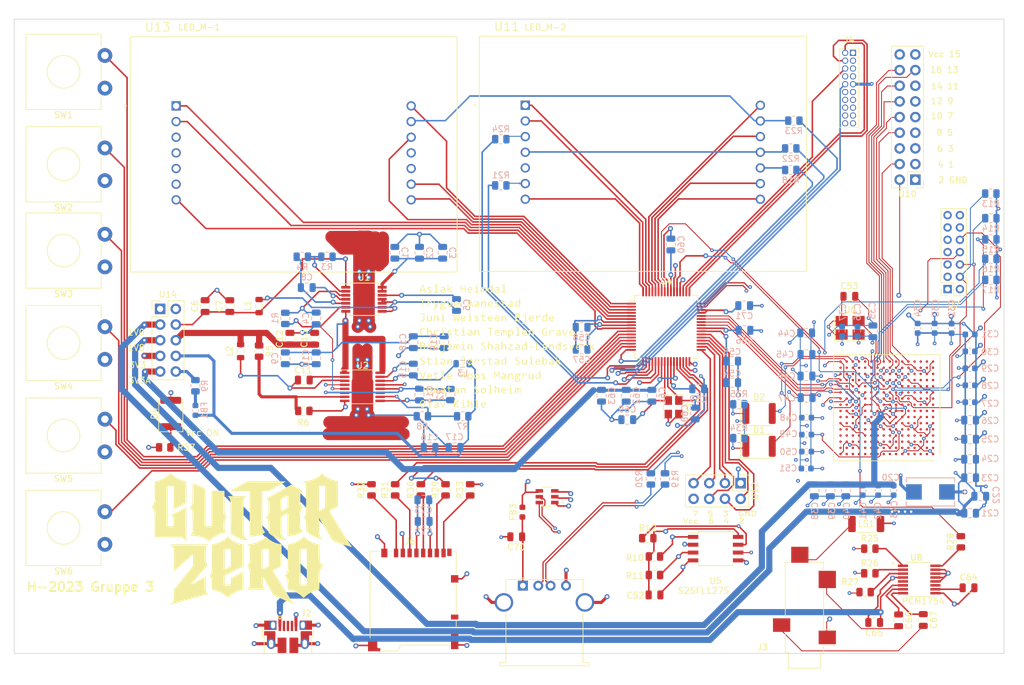
<source format=kicad_pcb>
(kicad_pcb (version 20221018) (generator pcbnew)
  (title_block (title "GuitarZero") (date "2023-09-26") (rev "0"))
  (layers (0 "F.Cu" signal) (1 "In1.Cu" signal) (2 "In2.Cu" signal) (3 "In3.Cu" signal) (4 "In4.Cu" signal) (31 "B.Cu" signal) (34 "B.Paste" user) (35 "F.Paste" user) (36 "B.SilkS" user "B.Silkscreen") (37 "F.SilkS" user "F.Silkscreen") (38 "B.Mask" user) (39 "F.Mask" user) (44 "Edge.Cuts" user))
  (net 0 "")
  (net 1 "+5V")
  (net 2 "GND")
  (net 3 "Net-(U1-VREG5)")
  (net 4 "Net-(U1-SW1)")
  (net 5 "Net-(U1-VBST)")
  (net 6 "/PSU/+1V0")
  (net 7 "Net-(U1-SS)")
  (net 8 "Net-(U2-VBST1)")
  (net 9 "Net-(U2-SW1)")
  (net 10 "/PSU/+1V8")
  (net 11 "Net-(U2-VREG5)")
  (net 12 "Net-(U2-EN2)")
  (net 13 "Net-(U2-VBST2)")
  (net 14 "Net-(U2-SW2)")
  (net 15 "/PSU/+3.3V")
  (net 16 "+1V0")
  (net 17 "+1V8")
  (net 18 "+3.3V")
  (net 19 "Net-(U4-DECOUPLE)")
  (net 20 "+3.3VA")
  (net 21 "Net-(U8-Vcom)")
  (net 22 "Net-(U8-VoutL)")
  (net 23 "/DAC/OUT_LEFT")
  (net 24 "Net-(U8-VoutR)")
  (net 25 "/DAC/OUT_RIGHT")
  (net 26 "Net-(U4-PB14)")
  (net 27 "Net-(U4-PB13)")
  (net 28 "Net-(J1-VBUS)")
  (net 29 "Net-(D1-K)")
  (net 30 "Net-(D1-A)")
  (net 31 "Net-(D2-K)")
  (net 32 "Net-(D2-A)")
  (net 33 "Net-(FB1-Pad2)")
  (net 34 "/MCU/USB_VBUS")
  (net 38 "Net-(J3-PadTN)")
  (net 39 "Net-(J4-SWDIO)")
  (net 40 "Net-(J4-SWCLK)")
  (net 41 "Net-(J4-SWO)")
  (net 43 "Net-(J4-TDI)")
  (net 44 "Net-(J4-RESET)")
  (net 52 "Net-(U1-PG)")
  (net 53 "Net-(U1-VFB)")
  (net 54 "Net-(U2-VFB1)")
  (net 55 "Net-(U2-VFB2)")
  (net 56 "/PSU/+3.3VA")
  (net 57 "Net-(U3A-IO_L6P_T0_FCS_B_14)")
  (net 58 "Net-(U3A-IO_L2P_T0_D02_14)")
  (net 59 "Net-(U3A-IO_L2N_T0_D03_14)")
  (net 60 "Net-(U3C-TMS_0)")
  (net 61 "Net-(U3C-TCK_0)")
  (net 62 "Net-(U3C-INIT_B_0)")
  (net 63 "/FPGA/program_b")
  (net 64 "/FPGA/Done")
  (net 65 "Net-(U11-R5)")
  (net 66 "Net-(U4-PB8)")
  (net 67 "Net-(J1-D-)")
  (net 68 "Net-(J1-D+)")
  (net 69 "Net-(U11-R4)")
  (net 70 "Net-(U4-PA8)")
  (net 71 "Net-(U4-PA9)")
  (net 72 "Net-(U11-R2)")
  (net 73 "Net-(U4-PA10)")
  (net 74 "Net-(U11-R1)")
  (net 75 "Net-(U4-PB11)")
  (net 76 "/DAC/BIT_CLOCK")
  (net 77 "Net-(U8-BCK)")
  (net 78 "/DAC/DATA_INN")
  (net 79 "Net-(U8-DATA)")
  (net 80 "/DAC/LEFT_RIGHT_CLOCK")
  (net 81 "Net-(U8-LRCK)")
  (net 82 "Net-(U8-SCK)")
  (net 83 "/DAC/SYSTEM_CLOCK_INPUT")
  (net 84 "Net-(U4-PD1)")
  (net 85 "Net-(U4-PD2)")
  (net 86 "Net-(U4-PD0)")
  (net 87 "/MCU/Button 1")
  (net 88 "/MCU/Button 2")
  (net 89 "/MCU/Button 3")
  (net 90 "/MCU/Button 4")
  (net 91 "/MCU/Button 5")
  (net 92 "/MCU/Button 6")
  (net 150 "Net-(U3C-CCLK_0)")
  (net 187 "Net-(U3A-IO_L1P_T0_D00_MOSI_14)")
  (net 188 "Net-(U3A-IO_L1N_T0_D01_DIN_14)")
  (net 198 "/FPGA/MCU_SPI_MISO")
  (net 203 "/FPGA/MCU_SPI_Select")
  (net 204 "/FPGA/MCU_SPI_CLCK")
  (net 209 "Net-(U10-GPIO_5)")
  (net 211 "/FPGA/MCU_SPI_MOSI")
  (net 217 "Net-(U10-GPIO_3)")
  (net 218 "Net-(U3C-TDI_0)")
  (net 219 "Net-(U3C-TDO_0)")
  (net 220 "Net-(U10-GPIO_9)")
  (net 221 "Net-(U3A-IO_L13P_T2_MRCC_14)")
  (net 230 "Net-(U10-GPIO_1)")
  (net 231 "Net-(U10-GPIO_7)")
  (net 239 "Net-(U10-GPIO_10)")
  (net 240 "Net-(U10-GPIO_14)")
  (net 241 "Net-(U10-GPIO_16)")
  (net 242 "Net-(U10-GPIO_2)")
  (net 243 "Net-(U10-GPIO_13)")
  (net 244 "Net-(U10-GPIO_11)")
  (net 252 "Net-(U10-GPIO_12)")
  (net 254 "Net-(U10-GPIO_4)")
  (net 255 "Net-(U10-GPIO_6)")
  (net 256 "Net-(U10-GPIO_8)")
  (net 258 "Net-(U10-GPIO_15)")
  (net 259 "Net-(U13-C1)")
  (net 260 "Net-(U13-C2)")
  (net 261 "Net-(U13-C3)")
  (net 262 "Net-(U13-C5)")
  (net 263 "Net-(U13-C6)")
  (net 264 "Net-(U13-C7)")
  (net 265 "Net-(U12-GPIO_5)")
  (net 266 "Net-(U12-GPIO_3)")
  (net 267 "Net-(U12-GPIO_1)")
  (net 268 "Net-(U12-GPIO_6)")
  (net 269 "Net-(U12-GPIO_4)")
  (net 270 "Net-(U12-GPIO_2)")
  (net 271 "/MCU/USB_VBUSEN")
  (net 272 "Net-(U11-C1)")
  (net 273 "Net-(U11-C2)")
  (net 274 "Net-(U11-C3)")
  (net 275 "Net-(U11-C5)")
  (net 276 "Net-(U11-C6)")
  (net 277 "Net-(U11-C7)")
  (net 283 "Net-(J6-DAT2)")
  (net 284 "Net-(J6-DAT3{slash}CD)")
  (net 285 "Net-(J6-CMD)")
  (net 286 "Net-(J6-CLK)")
  (net 287 "Net-(J6-DAT0)")
  (net 288 "Net-(J6-DAT1)")
  (net 291 "Net-(D4-K)")
  (net 292 "Net-(R22-Pad1)")
  (net 296 "Net-(U4-PE11)")
  (net 297 "Net-(U4-PA3)")
  (net 298 "/MCU/USB_DP")
  (net 299 "/MCU/USB_DM")
  (footprint "Inductor_SMD:L_0603_1608Metric" (layer "F.Cu") (at 138.68 120.075 -90)
    (fp_text reference "FB3")
    (fp_text value "FerriteBead")
  )
  (footprint "Connector_USB:USB_A_Stewart_SS-52100-001_Horizontal" (layer "F.Cu") (at 138.75 132.01)
    (fp_text reference "J1" hide)
    (fp_text value "USB_A")
  )
  (footprint "Capacitor_SMD:C_0805_2012Metric" (layer "F.Cu") (at 105 91.95 90)
    (fp_text reference "C13")
    (fp_text value "22u")
  )
  (footprint "Connector_Audio:Jack_3.5mm_CUI_SJ-3524-SMT_Horizontal" (layer "F.Cu") (at 184.4 136.8 180)
    (fp_text reference "J3")
    (fp_text value "AudioJack3_SwitchT")
  )
  (footprint "Connector_Card:microSD_HC_Hirose_DM3BT-DSF-PEJS" (layer "F.Cu") (at 120.975 134.325)
    (fp_text reference "J6")
    (fp_text value "Micro_SD_Card_Det_Hirose_DM3AT")
  )
  (footprint "Capacitor_SMD:C_0805_2012Metric" (layer "F.Cu") (at 103.25 98.65 180)
    (fp_text reference "C11")
    (fp_text value "100n")
  )
  (footprint "Resistor_SMD:R_0805_2012Metric" (layer "F.Cu") (at 126.22 116.4625 90)
    (fp_text reference "R29")
    (fp_text value "22")
  )
  (footprint "Capacitor_SMD:C_0805_2012Metric" (layer "F.Cu") (at 160.1 133.5)
    (fp_text reference "C52")
    (fp_text value "100n")
  )
  (footprint "LED_SMD:LED_1812_4532Metric" (layer "F.Cu") (at 177.0425 109.4)
    (fp_text reference "D1")
    (fp_text value "LED")
  )
  (footprint "Guitar_Zero_Logo:Guitar_Zero_Logo" (layer "F.Cu") (at 94.8 124.4)
    (fp_text reference "H-2023 Gruppe 3")
    (fp_text value "LOGO" hide)
  )
  (footprint "Capacitor_SMD:C_0805_2012Metric" (layer "F.Cu") (at 91.25 86.65 90)
    (fp_text reference "C7")
    (fp_text value "22u")
  )
  (footprint "Connector_USB:USB_Micro-B_Amphenol_10103594-0001LF_Horizontal" (layer "F.Cu") (at 100.7 140.3)
    (fp_text reference "J2")
    (fp_text value "USB_B_Micro")
  )
  (footprint "Connector_PinHeader_2.54mm:PinHeader_2x05_P2.54mm_Vertical" (layer "F.Cu") (at 79.96 87.11)
    (fp_text reference "U14")
    (fp_text value "Power_Jumpers")
  )
  (footprint "Oscillator:Oscillator_SMD_Abracon_ASE-4Pin_3.2x2.5mm_HandSoldering" (layer "F.Cu") (at 191.805 90.175)
    (fp_text reference "U6")
    (fp_text value "Oscillator")
  )
  (footprint "Capacitor_SMD:C_0805_2012Metric" (layer "F.Cu") (at 195.7 137.98 180)
    (fp_text reference "C65")
    (fp_text value "10u")
  )
  (footprint "Capacitor_SMD:C_0805_2012Metric" (layer "F.Cu") (at 137.68 124.075 180)
    (fp_text reference "C70")
    (fp_text value "100u")
  )
  (footprint "Package_BGA:Xilinx_FTG256" (layer "F.Cu") (at 197.75 103.15 180)
    (fp_text reference "U3" hide)
    (fp_text value "XC7A100T-FTG256")
  )
  (footprint "Button_Switch_THT:SW_CW_GPTS203211B" (layer "F.Cu") (at 71 80.3 180)
    (fp_text reference "SW3")
    (fp_text value "SW_Push")
  )
  (footprint "Button_Switch_THT:SW_CW_GPTS203211B" (layer "F.Cu") (at 71 66.3 180)
    (fp_text reference "SW2")
    (fp_text value "SW_Push")
  )
  (footprint "Resistor_SMD:R_0805_2012Metric" (layer "F.Cu") (at 122.22 116.4625 90)
    (fp_text reference "R30")
    (fp_text value "22")
  )
  (footprint "Resistor_SMD:R_0805_2012Metric" (layer "F.Cu") (at 160.0875 127.275 180)
    (fp_text reference "R10")
    (fp_text value "2.4k")
  )
  (footprint "PCM1754DBQR:SOP63P599X175-16N" (layer "F.Cu") (at 203 131)
    (fp_text reference "U8")
    (fp_text value "PCM1754")
  )
  (footprint "Inductor_SMD:L_0805_2012Metric" (layer "F.Cu") (at 96 86.65 -90)
    (fp_text reference "L1")
    (fp_text value "1.5u")
  )
  (footprint "Connector_PinSocket_1.27mm:PinSocket_2x10_P1.27mm_Vertical" (layer "F.Cu") (at 192.27 45.575)
    (fp_text reference "J4")
    (fp_text value "MCU_Debug")
  )
  (footprint "Package_SO:SOIC-8W_5.3x5.3mm_P1.27mm" (layer "F.Cu") (at 170 126)
    (fp_text reference "U5")
    (fp_text value "S25FL127S")
  )
  (footprint "LED_TA20-11SRWA:LED_TA20-11SRWA" (layer "F.Cu") (at 158.2 61.7)
    (fp_text reference "U11")
    (fp_text value "5x7 LED_matrix")
  )
  (footprint "Package_QFP:TQFP-64_10x10mm_P0.5mm" (layer "F.Cu") (at 162 90)
    (fp_text reference "U4")
    (fp_text value "EFM32GG332")
  )
  (footprint "LED_SMD:LED_1812_4532Metric" (layer "F.Cu") (at 177.0425 104.075)
    (fp_text reference "D2")
    (fp_text value "LED")
  )
  (footprint "Crystal:Crystal_SMD_Abracon_ABM8G-4Pin_3.2x2.5mm" (layer "F.Cu") (at 163.18 103.075 -90)
    (fp_text reference "Y1")
    (fp_text value "Crystal_GND23")
  )
  (footprint "Resistor_SMD:R_0805_2012Metric" (layer "F.Cu") (at 194.2325 133.05)
    (fp_text reference "R27")
    (fp_text value "22")
  )
  (footprint "Resistor_SMD:R_0805_2012Metric" (layer "F.Cu") (at 195 130)
    (fp_text reference "R26")
    (fp_text value "22")
  )
  (footprint "Resistor_SMD:R_0805_2012Metric" (layer "F.Cu") (at 159 124.3)
    (fp_text reference "R12")
    (fp_text value "4.7k")
  )
  (footprint "Resistor_SMD:R_0805_2012Metric" (layer "F.Cu") (at 195 126)
    (fp_text reference "R25")
    (fp_text value "22")
  )
  (footprint "Resistor_SMD:R_0805_2012Metric" (layer "F.Cu") (at 96 93.95 90)
    (fp_text reference "R5")
    (fp_text value "30.1k")
  )
  (footprint "Resistor_SMD:R_0805_2012Metric" (layer "F.Cu") (at 80.7 109.575)
    (fp_text reference "R37")
    (fp_text value "330")
  )
  (footprint "LED_TA20-11SRWA:LED_TA20-11SRWA" (layer "F.Cu") (at 101.6 61.8)
    (fp_text reference "U13")
    (fp_text value "5x7 LED_matrix")
  )
  (footprint "Button_Switch_THT:SW_CW_GPTS203211B" (layer "F.Cu") (at 71 125.3 180)
    (fp_text reference "SW6")
    (fp_text value "SW_Push")
  )
  (footprint "Resistor_SMD:R_0805_2012Metric" (layer "F.Cu") (at 130.22 116.4625 90)
    (fp_text reference "R33")
    (fp_text value "47k")
  )
  (footprint "Capacitor_SMD:C_0805_2012Metric" (layer "F.Cu") (at 199.66 137.625 -90)
    (fp_text reference "C66")
    (fp_text value "10u")
  )
  (footprint "Resistor_SMD:R_0805_2012Metric" (layer "F.Cu") (at 118.06 116.4625 90)
    (fp_text reference "R31")
    (fp_text value "22")
  )
  (footprint "Resistor_SMD:R_0805_2012Metric" (layer "F.Cu") (at 103.25 103.65 180)
    (fp_text reference "R6")
    (fp_text value "22.1k")
  )
  (footprint "Names:Names" (layer "F.Cu") (at 137.1 94)
    (fp_text reference "G***" hide)
    (fp_text value "LOGO" hide)
  )
  (footprint "Button_Switch_THT:SW_CW_GPTS203211B" (layer "F.Cu") (at 71 110.3 180)
    (fp_text reference "SW5")
    (fp_text value "SW_Push")
  )
  (footprint "Button_Switch_THT:SW_CW_GPTS203211B" (layer "F.Cu") (at 71 51.3 180)
    (fp_text reference "SW1")
    (fp_text value "SW_Push")
  )
  (footprint "LED_SMD:LED_1812_4532Metric" (layer "F.Cu") (at 81.68 104.075 90)
    (fp_text reference "D4")
    (fp_text value "LED")
  )
  (footprint "Resistor_SMD:R_0805_2012Metric" (layer "F.Cu") (at 114.22 116.4625 90)
    (fp_text reference "R32")
    (fp_text value "47k")
  )
  (footprint "Connector_PinSocket_2.00mm:PinSocket_2x07_P2.00mm_Vertical" (layer "F.Cu") (at 207.6 83.9 180)
    (fp_text reference "U7")
    (fp_text value "FPGA_JTAG_Debug")
  )
  (footprint "Capacitor_SMD:C_0805_2012Metric" (layer "F.Cu") (at 191.68 85.075)
    (fp_text reference "C53")
    (fp_text value "100n")
  )
  (footprint "TPD3S:SOT95P280X145-6N" (layer "F.Cu") (at 142.68 117.575 180)
    (fp_text reference "U9" hide)
    (fp_text value "TPD_Current_Switch")
  )
  (footprint "Package_SO:HTSSOP-16-1EP_4.4x5mm_P0.65mm_EP3x3mm" (layer "F.Cu") (at 112.75 99.75)
    (fp_text reference "U2")
    (fp_text value "TSP54294")
  )
  (footprint "Capacitor_SMD:C_0805_2012Metric" (layer "F.Cu") (at 203.66 137.575 -90)
    (fp_text reference "C67")
    (fp_text value "10u")
  )
  (footprint "Capacitor_SMD:C_0805_2012Metric" (layer "F.Cu") (at 211 132.35)
    (fp_text reference "C64")
    (fp_text value "10u")
  )
  (footprint "Resistor_SMD:R_2010_5025Metric" (layer "F.Cu") (at 194.4125 122 180)
    (fp_text reference "LS1")
    (fp_text value "Speaker")
  )
  (footprint "Resistor_SMD:R_0805_2012Metric" (layer "F.Cu") (at 160.0875 130.275 180)
    (fp_text reference "R11")
    (fp_text value "4.7k")
  )
  (footprint "Inductor_SMD:L_0805_2012Metric" (layer "F.Cu") (at 93 93.95 -90)
    (fp_text reference "L2")
    (fp_text value "1.5u")
  )
  (footprint "Capacitor_SMD:C_0805_2012Metric" (layer "F.Cu") (at 87.25 86.65 90)
    (fp_text reference "C6")
    (fp_text value "22u")
  )
  (footprint "Button_Switch_THT:SW_CW_GPTS203211B" (layer "F.Cu") (at 71 95.3 180)
    (fp_text reference "SW4")
    (fp_text value "SW_Push")
  )
  (footprint "Package_SO:TSSOP-14-1EP_4.4x5mm_P0.65mm" (layer "F.Cu") (at 113 85.55)
    (fp_text reference "U1")
    (fp_text value "TPS54325")
  )
  (footprint "Capacitor_SMD:C_0805_2012Metric" (layer "F.Cu") (at 101 91.95 90)
    (fp_text reference "C12")
    (fp_text value "22u")
  )
  (footprint "Connector_PinHeader_2.54mm:PinHeader_2x09_P2.54mm_Vertical" (layer "F.Cu") (at 202.375 66.15 180)
    (fp_text reference "U10")
    (fp_text value "FPGA_GPIO_Extra")
  )
  (footprint "Resistor_SMD:R_0805_2012Metric" (layer "F.Cu") (at 209.75 124.8875 90)
    (fp_text reference "R28")
    (fp_text value "22")
  )
  (footprint "Connector_PinHeader_2.54mm:PinHeader_2x04_P2.54mm_Vertical" (layer "F.Cu") (at 174.05 115.375 -90)
    (fp_text reference "U12")
    (fp_text value "MCU_GPIO_Extra")
  )
  (footprint "Capacitor_SMD:C_0603_1608Metric" (layer "B.Cu") (at 211.25 91.25)
    (fp_text reference "C31")
    (fp_text value "0.47u")
  )
  (footprint "Capacitor_SMD:C_0805_2012Metric" (layer "B.Cu") (at 172.68 99.075)
    (fp_text reference "C54")
    (fp_text value "10u")
  )
  (footprint "Capacitor_SMD:C_0805_2012Metric" (layer "B.Cu") (at 122.68 121.575)
    (fp_text reference "C72")
    (fp_text value "100n")
  )
  (footprint "Capacitor_SMD:C_0805_2012Metric" (layer "B.Cu") (at 100.25 95.125 -90)
    (fp_text reference "C9")
    (fp_text value "10u")
  )
  (footprint "Capacitor_SMD:C_0603_1608Metric" (layer "B.Cu") (at 190.5 90.75 90)
    (fp_text reference "C37")
    (fp_text value "0.47u")
  )
  (footprint "Resistor_SMD:R_0805_2012Metric" (layer "B.Cu") (at 100.25 88.65 -90)
    (fp_text reference "R1")
    (fp_text value "100k")
  )
  (footprint "Resistor_SMD:R_0805_2012Metric" (layer "B.Cu") (at 135.18 59.575 180)
    (fp_text reference "R24")
    (fp_text value "100")
  )
  (footprint "Capacitor_SMD:C_0805_2012Metric" (layer "B.Cu") (at 172.68 95.575)
    (fp_text reference "C55")
    (fp_text value "100n")
  )
  (footprint "Resistor_SMD:R_0805_2012Metric" (layer "B.Cu") (at 214.6125 82.4)
    (fp_text reference "R17")
    (fp_text value "330")
  )
  (footprint "Capacitor_SMD:C_0805_2012Metric" (layer "B.Cu") (at 174.68 90.575)
    (fp_text reference "C56")
    (fp_text value "1u")
  )
  (footprint "Resistor_SMD:R_0805_2012Metric" (layer "B.Cu") (at 214.6125 72.4)
    (fp_text reference "R14")
    (fp_text value "10k")
  )
  (footprint "Capacitor_SMD:C_0805_2012Metric" (layer "B.Cu") (at 123.63 109.575 180)
    (fp_text reference "C16")
    (fp_text value "22u")
  )
  (footprint "Resistor_SMD:R_0805_2012Metric" (layer "B.Cu") (at 135.18 67.075 180)
    (fp_text reference "R21")
    (fp_text value "100")
  )
  (footprint "Resistor_SMD:R_0805_2012Metric" (layer "B.Cu") (at 107 78.65)
    (fp_text reference "R3")
    (fp_text value "6.81k")
  )
  (footprint "Capacitor_SMD:C_0603_1608Metric" (layer "B.Cu") (at 211.25 94)
    (fp_text reference "C30")
    (fp_text value "0.47u")
  )
  (footprint "Capacitor_SMD:C_0603_1608Metric" (layer "B.Cu") (at 193 90.75 90)
    (fp_text reference "C36")
    (fp_text value "0.47u")
  )
  (footprint "Capacitor_SMD:C_0805_2012Metric" (layer "B.Cu") (at 211.25 111.5)
    (fp_text reference "C24")
    (fp_text value "4.7u")
  )
  (footprint "Resistor_SMD:R_0805_2012Metric" (layer "B.Cu") (at 173.7675 108.075 180)
    (fp_text reference "R34")
    (fp_text value "330")
  )
  (footprint "Capacitor_SMD:C_0805_2012Metric" (layer "B.Cu") (at 148.275 93.6625)
    (fp_text reference "C57")
    (fp_text value "100n")
  )
  (footprint "Capacitor_SMD:C_0603_1608Metric" (layer "B.Cu") (at 184.675 113 180)
    (fp_text reference "C51")
    (fp_text value "0.47u")
  )
  (footprint "Capacitor_SMD:C_0805_2012Metric" (layer "B.Cu") (at 166.68 104.075 -90)
    (fp_text reference "C68")
    (fp_text value "10n")
  )
  (footprint "Capacitor_SMD:C_0805_2012Metric" (layer "B.Cu") (at 159.67 101.1875 90)
    (fp_text reference "C61")
    (fp_text value "10u")
  )
  (footprint "Resistor_SMD:R_0805_2012Metric" (layer "B.Cu") (at 214.6125 68.4)
    (fp_text reference "R13")
    (fp_text value "10k")
  )
  (footprint "Capacitor_SMD:C_0805_2012Metric" (layer "B.Cu") (at 184.725 94.5 180)
    (fp_text reference "C45")
    (fp_text value "47u")
  )
  (footprint "Capacitor_SMD:C_0805_2012Metric" (layer "B.Cu") (at 148.275 90.075)
    (fp_text reference "C58")
    (fp_text value "10u")
  )
  (footprint "Capacitor_SMD:C_0603_1608Metric" (layer "B.Cu") (at 193.85 116.55 -90)
    (fp_text reference "C41")
    (fp_text value "0.47u")
  )
  (footprint "Capacitor_SMD:C_0805_2012Metric" (layer "B.Cu") (at 122.63 118.075)
    (fp_text reference "C73")
    (fp_text value "22u")
  )
  (footprint "Resistor_SMD:R_0805_2012Metric" (layer "B.Cu") (at 127 101 -90)
    (fp_text reference "R2")
    (fp_text value "100k")
  )
  (footprint "Resistor_SMD:R_0805_2012Metric" (layer "B.Cu") (at 129 104.525)
    (fp_text reference "R7")
    (fp_text value "73.2k")
  )
  (footprint "Capacitor_SMD:C_0603_1608Metric" (layer "B.Cu") (at 202.75 90.25 90)
    (fp_text reference "C34")
    (fp_text value "0.47u")
  )
  (footprint "Capacitor_SMD:C_0805_2012Metric" (layer "B.Cu") (at 128 86.475 90)
    (fp_text reference "C5")
    (fp_text value "100n")
  )
  (footprint "Capacitor_SMD:C_0805_2012Metric" (layer "B.Cu") (at 174.63 86.575)
    (fp_text reference "C71")
    (fp_text value "1u")
  )
  (footprint "Capacitor_SMD:C_0805_2012Metric" (layer "B.Cu") (at 127.68 109.575 180)
    (fp_text reference "C17")
    (fp_text value "22u")
  )
  (footprint "Inductor_SMD:L_0603_1608Metric" (layer "B.Cu") (at 85.68 103.575 90)
    (fp_text reference "FB1")
    (fp_text value "FerriteBead")
  )
  (footprint "Capacitor_SMD:C_0603_1608Metric" (layer "B.Cu") (at 208.25 90.275 90)
    (fp_text reference "C32")
    (fp_text value "0.47u")
  )
  (footprint "Capacitor_SMD:C_0603_1608Metric" (layer "B.Cu") (at 205.5 90.25 90)
    (fp_text reference "C33")
    (fp_text value "0.47u")
  )
  (footprint "Capacitor_SMD:C_0603_1608Metric" (layer "B.Cu") (at 184.75 110.25 180)
    (fp_text reference "C50")
    (fp_text value "0.47u")
  )
  (footprint "Capacitor_SMD:C_0805_2012Metric" (layer "B.Cu") (at 155.68 105.075 180)
    (fp_text reference "C69")
    (fp_text value "10n")
  )
  (footprint "Capacitor_SMD:C_0805_2012Metric" (layer "B.Cu") (at 191.1 116.55 -90)
    (fp_text reference "C40")
    (fp_text value "4.7u")
  )
  (footprint "T520V337M2R5ATE025:CAPMP7.6X4.3_1.9N_KEM" (layer "B.Cu") (at 204.825004 116.8 180)
    (fp_text reference "C20")
    (fp_text value "330u")
  )
  (footprint "Capacitor_SMD:C_0603_1608Metric" (layer "B.Cu") (at 196.35 116.55 -90)
    (fp_text reference "C42")
    (fp_text value "0.47u")
  )
  (footprint "Capacitor_SMD:C_0805_2012Metric" (layer "B.Cu") (at 105.25 95.125 -90)
    (fp_text reference "C10")
    (fp_text value "100n")
  )
  (footprint "Capacitor_SMD:C_0603_1608Metric" (layer "B.Cu") (at 198.85 116.55 -90)
    (fp_text reference "C43")
    (fp_text value "0.47u")
  )
  (footprint "Capacitor_SMD:C_0805_2012Metric" (layer "B.Cu") (at 186 116.55 -90)
    (fp_text reference "C38")
    (fp_text value "47u")
  )
  (footprint "Capacitor_SMD:C_0603_1608Metric" (layer "B.Cu") (at 211.25 96.75)
    (fp_text reference "C29")
    (fp_text value "0.47u")
  )
  (footprint "Resistor_SMD:R_0805_2012Metric" (layer "B.Cu") (at 161.8 114.6875 90)
    (fp_text reference "R19")
    (fp_text value "15")
  )
  (footprint "Capacitor_SMD:C_0805_2012Metric" (layer "B.Cu") (at 211.25 114.5)
    (fp_text reference "C23")
    (fp_text value "4.7u")
  )
  (footprint "Resistor_SMD:R_0805_2012Metric" (layer "B.Cu") (at 182.18 64.575)
    (fp_text reference "R18")
    (fp_text value "100")
  )
  (footprint "Capacitor_SMD:C_0805_2012Metric" (layer "B.Cu") (at 118 78 90)
    (fp_text reference "C1")
    (fp_text value "10u")
  )
  (footprint "Capacitor_SMD:C_0805_2012Metric" (layer "B.Cu") (at 211.25 105.15)
    (fp_text reference "C26")
    (fp_text value "4.7u")
  )
  (footprint "Capacitor_SMD:C_0805_2012Metric" (layer "B.Cu") (at 167.18 100.075)
    (fp_text reference "C59")
    (fp_text value "100n")
  )
  (footprint "Resistor_SMD:R_0805_2012Metric" (layer "B.Cu") (at 182.68 56.575)
    (fp_text reference "R23")
    (fp_text value "100")
  )
  (footprint "Capacitor_SMD:C_0805_2012Metric" (layer "B.Cu") (at 184.75 101.5 180)
    (fp_text reference "C47")
    (fp_text value "4.7u")
  )
  (footprint "Capacitor_SMD:C_0805_2012Metric" (layer "B.Cu") (at 105.25 88.65 -90)
    (fp_text reference "C4")
    (fp_text value "1u")
  )
  (footprint "Capacitor_SMD:C_0805_2012Metric" (layer "B.Cu") (at 184.675 91 180)
    (fp_text reference "C44")
    (fp_text value "47u")
  )
  (footprint "Capacitor_SMD:C_0805_2012Metric" (layer "B.Cu") (at 211.25 108.25)
    (fp_text reference "C25")
    (fp_text value "4.7u")
  )
  (footprint "Capacitor_SMD:C_0603_1608Metric" (layer "B.Cu") (at 211.25 102.25)
    (fp_text reference "C27")
    (fp_text value "0.47u")
  )
  (footprint "Resistor_SMD:R_0805_2012Metric" (layer "B.Cu") (at 182.18 61.075)
    (fp_text reference "R22")
    (fp_text value "100")
  )
  (footprint "Capacitor_SMD:C_0805_2012Metric" (layer "B.Cu") (at 155.5 101.1875 90)
    (fp_text reference "C62")
    (fp_text value "10n")
  )
  (footprint "Capacitor_SMD:C_0603_1608Metric" (layer "B.Cu") (at 184.75 107.5 180)
    (fp_text reference "C49")
    (fp_text value "0.47u")
  )
  (footprint "Resistor_SMD:R_0805_2012Metric" (layer "B.Cu") (at 122.4625 104.525)
    (fp_text reference "R8")
    (fp_text value "22.1k")
  )
  (footprint "Resistor_SMD:R_0805_2012Metric" (layer "B.Cu") (at 159.5 114.6875 90)
    (fp_text reference "R20")
    (fp_text value "15")
  )
  (footprint "Capacitor_SMD:C_0805_2012Metric" (layer "B.Cu") (at 125.75 78 90)
    (fp_text reference "C3")
    (fp_text value "100u")
  )
  (footprint "Capacitor_SMD:C_0805_2012Metric" (layer "B.Cu") (at 151.5 101.1875 90)
    (fp_text reference "C63")
    (fp_text value "10n")
  )
  (footprint "Capacitor_SMD:C_0805_2012Metric" (layer "B.Cu") (at 121 96.95 -90)
    (fp_text reference "C15")
    (fp_text value "100n")
  )
  (footprint "Capacitor_SMD:C_0805_2012Metric" (layer "B.Cu") (at 126 92.505 -90)
    (fp_text reference "C19")
    (fp_text value "100n")
  )
  (footprint "Capacitor_SMD:C_0805_2012Metric" (layer "B.Cu") (at 122 101 90)
    (fp_text reference "C14")
    (fp_text value "1u")
  )
  (footprint "Resistor_SMD:R_0805_2012Metric" (layer "B.Cu") (at 103 78.65)
    (fp_text reference "R4")
    (fp_text value "22.1k")
  )
  (footprint "Capacitor_SMD:C_0805_2012Metric" (layer "B.Cu") (at 195.5 90.75 90)
    (fp_text reference "C35")
    (fp_text value "100u")
  )
  (footprint "Capacitor_SMD:C_0805_2012Metric" (layer "B.Cu") (at 212.9 117.5)
    (fp_text reference "C22")
    (fp_text value "4.7u")
  )
  (footprint "Capacitor_SMD:C_0603_1608Metric" (layer "B.Cu") (at 184.75 104.75 180)
    (fp_text reference "C48")
    (fp_text value "0.47u")
  )
  (footprint "Resistor_SMD:R_0805_2012Metric" (layer "B.Cu") (at 85.68 99.575 -90)
    (fp_text reference "R9")
    (fp_text value "1")
  )
  (footprint "Resistor_SMD:R_0805_2012Metric" (layer "B.Cu") (at 214.6125 78.98)
    (fp_text reference "R16")
    (fp_text value "4.7k")
  )
  (footprint "Capacitor_SMD:C_0805_2012Metric" (layer "B.Cu") (at 121 92.505 -90)
    (fp_text reference "C18")
    (fp_text value "10u")
  )
  (footprint "Capacitor_SMD:C_0805_2012Metric" (layer "B.Cu") (at 122 78 90)
    (fp_text reference "C2")
    (fp_text value "100n")
  )
  (footprint "Resistor_SMD:R_0805_2012Metric" (layer "B.Cu") (at 173.7675 102.575 180)
    (fp_text reference "R35")
    (fp_text value "330")
  )
  (footprint "Capacitor_SMD:C_0805_2012Metric" (layer "B.Cu") (at 184.725 98 180)
    (fp_text reference "C46")
    (fp_text value "4.7u")
  )
  (footprint "Resistor_SMD:R_0805_2012Metric" (layer "B.Cu") (at 214.62 75.825)
    (fp_text reference "R15")
    (fp_text value "4.7k")
  )
  (footprint "Capacitor_SMD:C_0805_2012Metric" (layer "B.Cu") (at 162.75 76.6625 90)
    (fp_text reference "C60")
    (fp_text value "100n")
  )
  (footprint "Capacitor_SMD:C_0805_2012Metric" (layer "B.Cu") (at 211.25 120.25)
    (fp_text reference "C21")
    (fp_text value "4.7u")
  )
  (footprint "Inductor_SMD:L_0805_2012Metric" (layer "B.Cu") (at 129 96)
    (fp_text reference "L3")
    (fp_text value "2.2u")
  )
  (footprint "Capacitor_SMD:C_0805_2012Metric" (layer "B.Cu") (at 188.6 116.55 -90)
    (fp_text reference "C39")
    (fp_text value "4.7u")
  )
  (footprint "Capacitor_SMD:C_0805_2012Metric" (layer "B.Cu") (at 103.725 83.65 180)
    (fp_text reference "C8")
    (fp_text value "3.3n")
  )
  (footprint "Capacitor_SMD:C_0603_1608Metric" (layer "B.Cu") (at 211.25 99.5)
    (fp_text reference "C28")
    (fp_text value "0.47u")
  )
  (gr_rect (start 56.3 40.1) (end 216.75 143) (stroke (width 0.1)) (fill none) (layer "Edge.Cuts"))
  (gr_text "2 GND" (at 206 66.8) (layer "F.SilkS") (effects (font (size 1 1)) (justify left bottom)))
  (gr_text "8 5" (at 205.7 59.1) (layer "F.SilkS") (effects (font (size 1 1)) (justify left bottom)))
  (gr_text "4 1" (at 205.9 64.3) (layer "F.SilkS") (effects (font (size 1 1)) (justify left bottom)))
  (gr_text "16 13" (at 204.7 48.9) (layer "F.SilkS") (effects (font (size 1 1)) (justify left bottom)))
  (gr_text "LED_M-2" (at 138.9 42) (layer "F.SilkS") (effects (font (size 1 1)) (justify left bottom)))
  (gr_text "6 3" (at 205.8 61.7) (layer "F.SilkS") (effects (font (size 1 1)) (justify left bottom)))
  (gr_text "3V3A" (at 74.7 99.3) (layer "F.SilkS") (effects (font (size 1 1)) (justify left bottom)))
  (gr_text "Vcc ON" (at 84 107.8) (layer "F.SilkS") (effects (font (size 1 1)) (justify left bottom)))
  (gr_text "7  5  3  GND" (at 166.1 120.8) (layer "F.SilkS") (effects (font (size 0.8 1)) (justify left bottom)))
  (gr_text "1V8" (at 74.6 94) (layer "F.SilkS") (effects (font (size 1 1)) (justify left bottom)))
  (gr_text "Vcc 15" (at 204.4 46.4) (layer "F.SilkS") (effects (font (size 1 1)) (justify left bottom)))
  (gr_text "10 7" (at 204.8 56.4) (layer "F.SilkS") (effects (font (size 1 1)) (justify left bottom)))
  (gr_text "S25FL127S" (at 163.8 133.4) (layer "F.SilkS") (effects (font (size 1 1)) (justify left bottom)))
  (gr_text "1V0" (at 74.6 91.5) (layer "F.SilkS") (effects (font (size 1 1)) (justify left bottom)))
  (gr_text "PCM1754" (at 200.1 135.1) (layer "F.SilkS") (effects (font (size 1 1)) (justify left bottom)))
  (gr_text "LED_M-1" (at 82.8 42) (layer "F.SilkS") (effects (font (size 1 1)) (justify left bottom)))
  (gr_text "3V3" (at 74.8 96.8) (layer "F.SilkS") (effects (font (size 1 1)) (justify left bottom)))
  (gr_text "14 11" (at 204.8 51.6) (layer "F.SilkS") (effects (font (size 1 1)) (justify left bottom)))
  (gr_text "12 9" (at 204.8 54) (layer "F.SilkS") (effects (font (size 1 1)) (justify left bottom)))
  (gr_text "Vcc  6  4  2" (at 164.6 122) (layer "F.SilkS") (effects (font (size 0.8 1)) (justify left bottom)))
  (segment (start 110.05 87.5) (end 110.05 88.95) (width 0.25) (layer "F.Cu") (net 1))
  (segment (start 196.75 136.3) (end 196.75 137.88) (width 0.25) (layer "F.Cu") (net 1))
  (segment (start 110 92) (end 116 92) (width 1) (layer "F.Cu") (net 1))
  (segment (start 110 89) (end 110 96.7) (width 1) (layer "F.Cu") (net 1))
  (segment (start 110 96.7) (end 109.8 96.9) (width 1) (layer "F.Cu") (net 1))
  (segment (start 198.666104 131.9525) (end 196.75 133.868604) (width 0.25) (layer "F.Cu") (net 1))
  (segment (start 115.95 83.6) (end 115.95 83.05) (width 0.5) (layer "F.Cu") (net 1))
  (segment (start 116 97.1) (end 115.625 97.475) (width 0.25) (layer "F.Cu") (net 1))
  (segment (start 200.37 131.9525) (end 198.666104 131.9525) (width 0.25) (layer "F.Cu") (net 1))
  (segment (start 196.75 133.868604) (end 196.75 136.3) (width 0.25) (layer "F.Cu") (net 1))
  (segment (start 99.375 136.4) (end 99.375 138.535) (width 0.5) (layer "F.Cu") (net 1))
  (segment (start 116 92) (end 116 97.1) (width 1) (layer "F.Cu") (net 1))
  (segment (start 115.95 84.25) (end 115.95 83.6) (width 0.25) (layer "F.Cu") (net 1))
  (segment (start 144.11 116.8) (end 143.935 116.625) (width 0.25) (layer "F.Cu") (net 1))
  (segment (start 115.95 83.05) (end 118 81) (width 0.5) (layer "F.Cu") (net 1))
  (segment (start 109.875 97.475) (end 109.8 97.4) (width 0.25) (layer "F.Cu") (net 1))
  (segment (start 110.05 88.95) (end 110 89) (width 0.25) (layer "F.Cu") (net 1))
  (segment (start 196.75 137.88) (end 196.65 137.98) (width 0.25) (layer "F.Cu") (net 1))
  (segment (start 146.515 117.075) (end 146.24 116.8) (width 0.25) (layer "F.Cu") (net 1))
  (segment (start 109.8 97.4) (end 109.8 96.9) (width 0.5) (layer "F.Cu") (net 1))
  (segment (start 146.24 116.8) (end 144.11 116.8) (width 0.25) (layer "F.Cu") (net 1))
  (via (at 99.375 136.4) (size 0.8) (drill 0.4) (layers "F.Cu" "B.Cu") (net 1))
  (via (at 110 89) (size 0.8) (drill 0.4) (layers "F.Cu" "B.Cu") (net 1))
  (via (at 118 81) (size 0.8) (drill 0.4) (layers "F.Cu" "B.Cu") (net 1))
  (via (at 196.75 136.3) (size 0.8) (drill 0.4) (layers "F.Cu" "B.Cu") (net 1))
  (via (at 146.515 117.075) (size 0.8) (drill 0.4) (layers "F.Cu" "B.Cu") (net 1))
  (segment (start 100.25 94.175) (end 105.25 94.175) (width 0.25) (layer "B.Cu") (net 1))
  (segment (start 109.425 92.575) (end 119.98 92.575) (width 0.25) (layer "B.Cu") (net 1))
  (segment (start 130.335635 140.8) (end 169.094112 140.8) (width 1) (layer "B.Cu") (net 1))
  (segment (start 121 91.555) (end 126 91.555) (width 0.25) (layer "B.Cu") (net 1))
  (segment (start 111.275 140.675) (end 111.35 140.6) (width 1) (layer "B.Cu") (net 1))
  (segment (start 108.68 89.575) (end 108.68 93.32) (width 0.25) (layer "B.Cu") (net 1))
  (segment (start 122 78.95) (end 118 78.95) (width 0.25) (layer "B.Cu") (net 1))
  (segment (start 111.35 140.6) (end 130.135635 140.6) (width 1) (layer "B.Cu") (net 1))
  (segment (start 118 81) (end 120.05 78.95) (width 0.25) (layer "B.Cu") (net 1))
  (segment (start 107.825 94.175) (end 108.5525 93.4475) (width 0.25) (layer "B.Cu") (net 1))
  (segment (start 108.68 93.32) (end 108.5525 93.4475) (width 0.25) (layer "B.Cu") (net 1))
  (segment (start 169.094112 140.8) (end 173.594112 136.3) (width 1) (layer "B.Cu") (net 1))
  (segment (start 173.594112 136.3) (end 196.75 136.3) (width 1) (layer "B.Cu") (net 1))
  (segment (start 100.5 133.6) (end 104.2 133.6) (width 1) (layer "B.Cu") (net 1))
  (segment (start 105.25 94.175) (end 107.825 94.175) (width 0.25) (layer "B.Cu") (net 1))
  (segment (start 108.5525 93.4475) (end 109.425 92.575) (width 0.25) (layer "B.Cu") (net 1))
  (segment (start 108.68 89.575) (end 109.425 89.575) (width 0.25) (layer "B.Cu") (net 1))
  (segment (start 120.05 78.95) (end 122 78.95) (width 0.25) (layer "B.Cu") (net 1))
  (segment (start 119.98 92.575) (end 121 91.555) (width 0.25) (layer "B.Cu") (net 1))
  (segment (start 104.2 133.6) (end 111.275 140.675) (width 1) (layer "B.Cu") (net 1))
  (segment (start 99.375 134.725) (end 100.5 133.6) (width 1) (layer "B.Cu") (net 1))
  (segment (start 99.375 136.4) (end 99.375 134.725) (width 1) (layer "B.Cu") (net 1))
  (segment (start 122 78.95) (end 125.75 78.95) (width 0.25) (layer "B.Cu") (net 1))
  (segment (start 109.425 89.575) (end 110 89) (width 0.25) (layer "B.Cu") (net 1))
  (segment (start 130.135635 140.6) (end 130.335635 140.8) (width 1) (layer "B.Cu") (net 1))
  (segment (start 135.325 124.075) (end 135.25 124.15) (width 0.25) (layer "F.Cu") (net 2))
  (segment (start 191.25 108.65) (end 191.755377 109.155377) (width 0.15) (layer "F.Cu") (net 2))
  (segment (start 166.35 127.905) (end 165.775 127.905) (width 0.25) (layer "F.Cu") (net 2))
  (segment (start 162.33 105.77) (end 162.33 104.175) (width 0.25) (layer "F.Cu") (net 2))
  (segment (start 195.25 102.65) (end 194.25 102.65) (width 0.15) (layer "F.Cu") (net 2))
  (segment (start 188 141.2) (end 188 137.9005) (width 0.15) (layer "F.Cu") (net 2))
  (segment (start 196.7 132.752) (end 196.7 133.282208) (width 0.25) (layer "F.Cu") (net 2))
  (segment (start 159.430195 99.075) (end 157.68 99.075) (width 0.25) (layer "F.Cu") (net 2))
  (segment (start 203.776418 97.164805) (end 203.764805 97.164805) (width 0.15) (layer "F.Cu") (net 2))
  (segment (start 109.6 77.3) (end 112.25 77.3) (width 2) (layer "F.Cu") (net 2))
  (segment (start 156.3125 89.775) (end 156.3375 89.75) (width 0.25) (layer "F.Cu") (net 2))
  (segment (start 196.724109 109.111241) (end 196.711241 109.111241) (width 0.15) (layer "F.Cu") (net 2))
  (segment (start 203.260908 109.65) (end 203.760861 110.149953) (width 0.15) (layer "F.Cu") (net 2))
  (segment (start 161.63 75.125) (end 162.68 74.075) (width 0.25) (layer "F.Cu") (net 2))
  (segment (start 101.635 141.685) (end 103.135 141.685) (width 0.5) (layer "F.Cu") (net 2))
  (segment (start 198.76 104.14) (end 199.25 103.65) (width 0.15) (layer "F.Cu") (net 2))
  (segment (start 112.75 99.75) (end 113 100) (width 0.25) (layer "F.Cu") (net 2))
  (segment (start 204.25 107.65) (end 203.775 107.175) (width 0.15) (layer "F.Cu") (net 2))
  (segment (start 133.72 134.72) (end 132.8 133.8) (width 0.5) (layer "F.Cu") (net 2))
  (segment (start 200.775 106.175) (end 200.805377 106.144623) (width 0.15) (layer "F.Cu") (net 2))
  (segment (start 191.775 106.175) (end 190.775 106.175) (width 0.15) (layer "F.Cu") (net 2))
  (segment (start 190.725 110.175) (end 190.25 110.65) (width 0.15) (layer "F.Cu") (net 2))
  (segment (start 103.05 91) (end 103 90.95) (width 0.25) (layer "F.Cu") (net 2))
  (segment (start 202.725 97.125) (end 202.25 96.65) (width 0.15) (layer "F.Cu") (net 2))
  (segment (start 192.775 104.175) (end 192.744623 104.144623) (width 0.15) (layer "F.Cu") (net 2))
  (segment (start 136.73 124.075) (end 135.325 124.075) (width 0.25) (layer "F.Cu") (net 2))
  (segment (start 112.25 77.3) (end 112.25 84.65) (width 2) (layer "F.Cu") (net 2))
  (segment (start 192.239246 101.65) (end 191.744623 102.144623) (width 0.25) (layer "F.Cu") (net 2))
  (segment (start 196.737868 109.125) (end 197.725 109.125) (width 0.15) (layer "F.Cu") (net 2))
  (segment (start 79.7875 109.575) (end 78.1 109.575) (width 0.25) (layer "F.Cu") (net 2))
  (segment (start 103.405 141.415) (end 105.485 141.415) (width 0.5) (layer "F.Cu") (net 2))
  (segment (start 98.215 141.685) (end 97.945 141.415) (width 0.5) (layer "F.Cu") (net 2))
  (segment (start 105 91) (end 103.05 91) (width 0.25) (layer "F.Cu") (net 2))
  (segment (start 198.5 102.9) (end 198.5 103.4) (width 0.15) (layer "F.Cu") (net 2))
  (segment (start 202.775 110.125) (end 200.775 110.125) (width 0.15) (layer "F.Cu") (net 2))
  (segment (start 107.3 107.4) (end 119.4 107.4) (width 2) (layer "F.Cu") (net 2))
  (segment (start 205.63 133.2225) (end 206.9425 133.2225) (width 0.25) (layer "F.Cu") (net 2))
  (segment (start 190.775 98.175) (end 190.775 96.175) (width 0.15) (layer "F.Cu") (net 2))
  (segment (start 151.48 134.72) (end 152.4 133.8) (width 0.5) (layer "F.Cu") (net 2))
  (segment (start 200.37 130.6825) (end 198.7695 130.6825) (width 0.25) (layer "F.Cu") (net 2))
  (segment (start 202.25 96.65) (end 202.239203 96.65) (width 0.15) (layer "F.Cu") (net 2))
  (segment (start 162.3 105.8) (end 162.33 105.77) (width 0.25) (layer "F.Cu") (net 2))
  (segment (start 198.755 104.14) (end 198.76 104.14) (width 0.15) (layer "F.Cu") (net 2))
  (segment (start 106.8005 99.425) (end 109.875 99.425) (width 0.15) (layer "F.Cu") (net 2))
  (segment (start 204.725 107.175) (end 204.725 106.175) (width 0.15) (layer "F.Cu") (net 2))
  (segment (start 115.95 87.5) (end 117.5 87.5) (width 0.25) (layer "F.Cu") (net 2))
  (segment (start 101 91) (end 102.95 91) (width 0.25) (layer "F.Cu") (net 2))
  (segment (start 200.25 110.65) (end 200.755377 110.144623) (width 0.15) (layer "F.Cu") (net 2))
  (segment (start 203.775 107.175) (end 202.775 107.175) (width 0.15) (layer "F.Cu") (net 2))
  (segment (start 207.7 129.98) (end 206.9975 130.6825) (width 0.25) (layer "F.Cu") (net 2))
  (segment (start 165.775 127.905) (end 164.7 128.98) (width 0.25) (layer "F.Cu") (net 2))
  (segment (start 195.725 110.175) (end 195.25 110.65) (width 0.15) (layer "F.Cu") (net 2))
  (segment (start 211.95 132.35) (end 209.32 134.98) (width 0.25) (layer "F.Cu") (net 2))
  (segment (start 103.095 138.415) (end 105.585 138.415) (width 0.5) (layer "F.Cu") (net 2))
  (segment (start 201.25 108.65) (end 201.725 109.125) (width 0.15) (layer "F.Cu") (net 2))
  (segment (start 162.25 82.553831) (end 161.63 81.933831) (width 0.25) (layer "F.Cu") (net 2))
  (segment (start 113.7 75.4) (end 112.3 75.4) (width 2) (layer "F.Cu") (net 2))
  (segment (start 162.405 105.8) (end 164.03 104.175) (width 0.25) (layer "F.Cu") (net 2))
  (segment (start 203.755377 102.155377) (end 202.755377 102.155377) (width 0.15) (layer "F.Cu") (net 2))
  (segment (start 151.214465 89.634063) (end 151.355402 89.775) (width 0.25) (layer "F.Cu") (net 2))
  (segment (start 203.725 108.175) (end 203.75 108.15) (width 0.15) (layer "F.Cu") (net 2))
  (segment (start 203.25 109.65) (end 202.775 109.175) (width 0.15) (layer "F.Cu") (net 2))
  (segment (start 192.775 107.175) (end 192.25 106.65) (width 0.15) (layer "F.Cu") (net 2))
  (segment (start 201.775 99.175) (end 201.25 98.65) (width 0.15) (layer "F.Cu") (net 2))
  (segment (start 197.725 109.125) (end 198.25 109.65) (width 0.15) (layer "F.Cu") (net 2))
  (segment (start 151.355402 89.775) (end 156.3125 89.775) (width 0.25) (layer "F.Cu") (net 2))
  (segment (start 188 137.9005) (end 188.5 137.4005) (width 0.15) (layer "F.Cu") (net 2))
  (segment (start 200.725 101.175) (end 201.775 101.175) (width 0.15) (layer "F.Cu") (net 2))
  (segment (start 160.75 97.755195) (end 159.430195 99.075) (width 0.25) (layer "F.Cu") (net 2))
  (segment (start 112.75 99.75) (end 114 101) (width 0.25) (layer "F.Cu") (net 2))
  (segment (start 197.775 100.125) (end 196.725 100.125) (width 0.15) (layer "F.Cu") (net 2))
  (segment (start 127.725 141.625) (end 129.605 141.625) (width 0.25) (layer "F.Cu") (net 2))
  (segment (start 195.25 100.65) (end 195.25 99.65) (width 0.15) (layer "F.Cu") (net 2))
  (segment (start 114.425 141.7) (end 111.755 141.7) (width 0.25) (layer "F.Cu") (net 2))
  (segment (start 97.945 141.415) (end 95.215 141.415) (width 0.5) (layer "F.Cu") (net 2))
  (segment (start 196.25 108.65) (end 195.725 109.175) (width 0.15) (layer "F.Cu") (net 2))
  (segment (start 203.760861 110.149953) (end 204.749953 110.149953) (width 0.15) (layer "F.Cu") (net 2))
  (segment (start 205.25 105.65) (end 204.744623 106.155377) (width 0.15) (layer "F.Cu") (net 2))
  (segment (start 203.776418 97.164805) (end 203.776418 97.176418) (width 0.15) (layer "F.Cu") (net 2))
  (segment (start 161.63 81.933831) (end 161.63 75.125) (width 0.25) (layer "F.Cu") (net 2))
  (segment (start 200.775 106.175) (end 200.25 105.65) (width 0.15) (layer "F.Cu") (net 2))
  (segment (start 113.7 75.5) (end 113.7 75.4) (width 2) (layer "F.Cu") (net 2))
  (segment (start 203.736613 97.125) (end 202.725 97.125) (width 0.15) (layer "F.Cu") (net 2))
  (segment (start 127.7 130.9) (end 128.855 130.9) (width 0.25) (layer "F.Cu") (net 2))
  (segment (start 202.25 106.65) (end 201.744623 106.144623) (width 0.15) (layer "F.Cu") (net 2))
  (segment (start 198.25 99.65) (end 197.775 100.125) (width 0.15) (layer "F.Cu") (net 2))
  (segment (start 204.25 107.65) (end 203.75 108.15) (width 0.15) (layer "F.Cu") (net 2))
  (segment (start 202.775 106.125) (end 202.775 105.125) (width 0.15) (layer "F.Cu") (net 2))
  (segment (start 119.6 99.35) (end 119.525 99.425) (width 0.25) (layer "F.Cu") (net 2))
  (segment (start 144.46 117.805) (end 146.245 117.805) (width 0.25) (layer "F.Cu") (net 2))
  (segment (start 202.25 106.65) (end 202.775 106.125) (width 0.15) (layer "F.Cu") (net 2))
  (segment (start 196.834 121.891) (end 196.725 122) (width 0.25) (layer "F.Cu") (net 2))
  (segment (start 191.744623 104.144623) (end 192.744623 104.144623) (width 0.15) (layer "F.Cu") (net 2))
  (segment (start 110.05 86.2) (end 108.2 86.2) (width 0.25) (layer "F.Cu") (net 2))
  (segment (start 192.775 106.125) (end 192.25 106.65) (width 0.15) (layer "F.Cu") (net 2))
  (segment (start 198.25 103.65) (end 198.265 103.65) (width 0.15) (layer "F.Cu") (net 2))
  (segment (start 109.875 102.875) (end 110 103) (width 0.25) (layer "F.Cu") (net 2))
  (segment (start 204.25 102.65) (end 204.775 102.125) (width 0.15) (layer "F.Cu") (net 2))
  (segment (start 198.7695 130.6825) (end 198.68 130.772) (width 0.25) (layer "F.Cu") (net 2))
  (segment (start 203.775 102.175) (end 204.25 102.65) (width 0.15) (layer "F.Cu") (net 2))
  (segment (start 193.18 92.583) (end 193.18 91.275) (width 0.15) (layer "F.Cu") (net 2))
  (segment (start 109.875 102.025) (end 109.875 102.875) (width 0.25) (layer "F.Cu") (net 2))
  (segment (start 113.75 75.55) (end 113.75 79.25) (width 2) (layer "F.Cu") (net 2))
  (segment (start 195.8745 100.051161) (end 195.8745 100.0255) (width 0.15) (layer "F.Cu") (net 2))
  (segment (start 116.05 75.55) (end 116.05 79.35) (width 2) (layer "F.Cu") (net 2))
  (segment (start 192.25 101.624695) (end 192.25 101.65) (width 0.25) (layer "F.Cu") (net 2))
  (segment (start 206.9425 133.2225) (end 208.7 134.98) (width 0.25) (layer "F.Cu") (net 2))
  (segment (start 209.32 134.98) (end 208.7 134.98) (width 0.25) (layer "F.Cu") (net 2))
  (segment (start 196.3 135.38) (end 196.3 133.682208) (width 0.25) (layer "F.Cu") (net 2))
  (segment (start 107.75 75.45) (end 109.6 77.3) (width 2) (layer "F.Cu") (net 2))
  (segment (start 199.25 102.65) (end 199.25 103.65) (width 0.15) (layer "F.Cu") (net 2))
  (segment (start 113.75 75.55) (end 114.9 75.55) (width 2) (layer "F.Cu") (net 2))
  (segment (start 148.82 134.72) (end 151.48 134.72) (width 0.5) (layer "F.Cu") (net 2))
  (segment (start 146.245 117.805) (end 146.515 118.075) (width 0.25) (layer "F.Cu") (net 2))
  (segment (start 200.750876 96.150876) (end 201.740079 96.150876) (width 0.15) (layer "F.Cu") (net 2))
  (segment (start 99.715 141.685) (end 98.215 141.685) (width 0.5) (layer "F.Cu") (net 2))
  (segment (start 128.855 130.9) (end 129.68 130.075) (width 0.25) (layer "F.Cu") (net 2))
  (segment (start 200.25 101.65) (end 200.725 101.175) (width 0.15) (layer "F.Cu") (net 2))
  (segment (start 207.7 129.98) (end 206.3625 131.3175) (width 0.25) (layer "F.Cu") (net 2))
  (segment (start 105.485 141.415) (end 105.5 141.4) (width 0.5) (layer "F.Cu") (net 2))
  (segment (start 194.75 137.98) (end 194.75 136.93) (width 0.25) (layer "F.Cu") (net 2))
  (segment (start 204.775 96.125) (end 205.25 95.65) (width 0.15) (layer "F.Cu") (net 2))
  (segment (start 194.25 107.65) (end 193.775 107.175) (width 0.15) (layer "F.Cu") (net 2))
  (segment (start 194.25 97.65) (end 194.25 97.684462) (width 0.15) (layer "F.Cu") (net 2))
  (segment (start 113.75 81) (end 113.75 79.25) (width 2) (layer "F.Cu") (net 2))
  (segment (start 203.25 109.65) (end 202.775 110.125) (width 0.15) (layer "F.Cu") (net 2))
  (segment (start 162.3 105.8) (end 162.405 105.8) (width 0.25) (layer "F.Cu") (net 2))
  (segment (start 103 96) (end 102.925 96.075) (width 0.25) (layer "F.Cu") (net 2))
  (segment (start 190.725 109.175) (end 190.725 110.175) (width 0.15) (layer "F.Cu") (net 2))
  (segment (start 199.25 104.65) (end 199.25 104.635) (width 0.15) (layer "F.Cu") (net 2))
  (segment (start 111.7 105.5) (end 119.3 105.5) (width 2) (layer "F.Cu") (net 2))
  (segment (start 203.85 102.25) (end 203.755377 102.155377) (width 0.15) (layer "F.Cu") (net 2))
  (segment (start 193.775 107.175) (end 192.775 107.175) (width 0.15) (layer "F.Cu") (net 2))
  (segment (start 102.95 91) (end 103 90.95) (width 0.25) (layer "F.Cu") (net 2))
  (segment (start 198.8035 122) (end 198.9125 121.891) (width 0.25) (layer "F.Cu") (net 2))
  (segment (start 204.775 97.125) (end 204.775 96.125) (width 0.15) (layer "F.Cu") (net 2))
  (segment (start 203.25 99.65) (end 202.775 99.175) (width 0.15) (layer "F.Cu") (net 2))
  (segment (start 196.725 100.125) (end 196.25 99.65) (width 0.15) (layer "F.Cu") (net 2))
  (segment (start 202.775 99.175) (end 201.775 99.175) (width 0.15) (layer "F.Cu") (net 2))
  (segment (start 202.239203 96.65) (end 201.740079 96.150876) (width 0.15) (layer "F.Cu") (net 2))
  (segment (start 98.255 138.415) (end 95.585 138.415) (width 0.5) (layer "F.Cu") (net 2))
  (segment (start 193.725 103.175) (end 194.25 102.65) (width 0.15) (layer "F.Cu") (net 2))
  (segment (start 199.25 103.65) (end 200.25 103.65) (width 0.15) (layer "F.Cu") (net 2))
  (segment (start 115.4 80) (end 114.9 79.5) (width 2) (layer "F.Cu") (net 2))
  (segment (start 105.585 138.415) (end 105.6 138.4) (width 0.5) (layer "F.Cu") (net 2))
  (segment (start 112.25 75.45) (end 107.75 75.45) (width 2) (layer "F.Cu") (net 2))
  (segment (start 197.25 96.65) (end 196.872 97.028) (width 0.15) (layer "F.Cu") (net 2))
  (segment (start 203.25 109.65) (end 202.725 109.125) (width 0.15) (layer "F.Cu") (net 2))
  (segment (start 203.775 100.175) (end 203.25 99.65) (width 0.15) (layer "F.Cu") (net 2))
  (segment (start 108.2 86.2) (end 108 86) (width 0.25) (layer "F.Cu") (net 2))
  (segment (start 192.25 106.65) (end 192.25 106.661025) (width 0.15) (layer "F.Cu") (net 2))
  (segment (start 198.25 102.65) (end 198.5 102.9) (width 0.15) (layer "F.Cu") (net 2))
  (segment (start 199.25 104.635) (end 198.755 104.14) (width 0.15) (layer "F.Cu") (net 2))
  (segment (start 196.75 106.15) (end 196.25 105.65) (width 0.15) (layer "F.Cu") (net 2))
  (segment (start 205.25 110.65) (end 204.749953 110.149953) (width 0.15) (layer "F.Cu") (net 2))
  (segment (start 204.775 100.175) (end 203.775 100.175) (width 0.15) (layer "F.Cu") (net 2))
  (segment (start 164.7 129.575) (end 164.7 128.98) (width 0.25) (layer "F.Cu") (net 2))
  (segment (start 162.25 84.3375) (end 162.25 82.553831) (width 0.25) (layer "F.Cu") (net 2))
  (segment (start 117.5 87.5) (end 118 87) (width 0.25) (layer "F.Cu") (net 2))
  (segment (start 198.265 103.65) (end 198.755 104.14) (width 0.15) (layer "F.Cu") (net 2))
  (segment (start 198.25 105.65) (end 197.25 104.65) (width 0.15) (layer "F.Cu") (net 2))
  (segment (start 192.25 106.65) (end 191.775 106.175) (width 0.15) (layer "F.Cu") (net 2))
  (segment (start 205.25 100.65) (end 204.775 100.175) (width 0.15) (layer "F.Cu") (net 2))
  (segment (start 198.775 108.125) (end 198.775 109.125) (width 0.15) (layer "F.Cu") (net 2))
  (segment (start 116.325 126) (end 116.325 125.22) (width 0.25) (layer "F.Cu") (net 2))
  (segment (start 196.724109 109.111241) (end 196.737868 109.125) (width 0.15) (layer "F.Cu") (net 2))
  (segment (start 90.805 85.7) (end 89.18 84.075) (width 0.25) (layer "F.Cu") (net 2))
  (segment (start 112.25 89.75) (end 112 90) (width 2) (layer "F.Cu") (net 2))
  (segment (start 123.725 123.62) (end 123.68 123.575) (width 0.25) (layer "F.Cu") (net 2))
  (segment (start 196.7 132.752) (end 198.68 130.772) (width 0.25) (layer "F.Cu") (net 2))
  (segment (start 113.5 93.6) (end 113.5 99) (width 1.75) (layer "F.Cu") (net 2))
  (segment (start 160.75 95.6625) (end 160.75 97.755195) (width 0.25) (layer "F.Cu") (net 2))
  (segment (start 193.25 109.65) (end 192.775 109.175) (width 0.15) (layer "F.Cu") (net 2))
  (segment (start 205.25 110.65) (end 205.3 110.65) (width 0.15) (layer "F.Cu") (net 2))
  (segment (start 202.775 107.175) (end 202.25 106.65) (width 0.15) (layer "F.Cu") (net 2))
  (segment (start 113.75 89) (end 113.75 84.65) (width 2) (layer "F.Cu") (net 2))
  (segment (start 202.775 105.125) (end 203.25 104.65) (width 0.15) (layer "F.Cu") (net 2))
  (segment (start 204.775 102.125) (end 204.775 101.125) (width 0.15) (layer "F.Cu") (net 2))
  (segment (start 200.805377 106.144623) (end 201.744623 106.144623) (width 0.15) (layer "F.Cu") (net 2))
  (segment (start 113.5 103.35) (end 113.5 99) (width 2) (layer "F.Cu") (net 2))
  (segment (start 194.75 136.93) (end 196.3 135.38) (width 0.25) (layer "F.Cu") (net 2))
  (segment (start 113.75 89.75) (end 113.75 89) (width 2) (layer "F.Cu") (net 2))
  (segment (start 197.25 102.65) (end 198.25 102.65) (width 0.15) (layer "F.Cu") (net 2))
  (segment (start 88.875 84.075) (end 89.18 84.075) (width 0.25) (layer "F.Cu") (net 2))
  (segment (start 204.775 101.125) (end 205.25 100.65) (width 0.15) (layer "F.Cu") (net 2))
  (segment (start 192.725 105.175) (end 193.25 104.65) (width 0.15) (layer "F.Cu") (net 2))
  (segment (start 192.775 104.175) (end 193.25 104.65) (width 0.15) (layer "F.Cu") (net 2))
  (segment (start 109.6 107.4) (end 107.3 107.4) (width 2) (layer "F.Cu") (net 2))
  (segment (start 103.135 141.685) (end 103.405 141.415) (width 0.5) (layer "F.Cu") (net 2))
  (segment (start 104.1625 103.65) (end 109.35 103.65) (width 0.25) (layer "F.Cu") (net 2))
  (segment (start 199.25 107.65) (end 198.775 108.125) (width 0.15) (layer "F.Cu") (net 2))
  (segment (start 200.775 110.125) (end 200.25 110.65) (width 0.15) (layer "F.Cu") (net 2))
  (segment (start 194.8 87.245) (end 194.8 88.6) (width 0.15) (layer "F.Cu") (net 2))
  (segment (start 190.25 95.65) (end 188.35 95.65) (width 0.15) (layer "F.Cu") (net 2))
  (segment (start 201.775 101.175) (end 202.25 101.65) (width 0.15) (layer "F.Cu") (net 2))
  (segment (start 196.75 106.15) (end 197.25 106.65) (width 0.15) (layer "F.Cu") (net 2))
  (segment (start 198.775 109.125) (end 198.25 109.65) (width 0.15) (layer "F.Cu") (net 2))
  (segment (start 191.25 100.65) (end 192.25 101.65) (width 0.25) (layer "F.Cu") (net 2))
  (segment (start 207.7 129.98) (end 207.1325 129.4125) (width 0.25) (layer "F.Cu") (net 2))
  (segment (start 112 99) (end 112 103.35) (width 2) (layer "F.Cu") (net 2))
  (segment (start 206.9975 130.6825) (end 205.63 130.6825) (width 0.25) (layer "F.Cu") (net 2))
  (segment (start 202.755377 102.155377) (end 202.25 101.65) (width 0.15) (layer "F.Cu") (net 2))
  (segment (start 123.725 126) (end 123.725 123.62) (width 0.25) (layer "F.Cu") (net 2))
  (segment (start 196.711241 109.111241) (end 196.25 108.65) (width 0.15) (layer "F.Cu") (net 2))
  (segment (start 116.325 125.22) (end 115.18 124.075) (width 0.25) (layer "F.Cu") (net 2))
  (segment (start 114.9 79.5) (end 114.9 75.55) (width 2) (layer "F.Cu") (net 2))
  (segment (start 193.725 104.175) (end 193.725 103.175) (width 0.15) (layer "F.Cu") (net 2))
  (segment (start 195.725 109.175) (end 195.725 110.175) (width 0.15) (layer "F.Cu") (net 2))
  (segment (start 117.85 86.85) (end 118 87) (width 0.25) (layer "F.Cu") (net 2))
  (segment (start 203.764805 97.164805) (end 203.725 97.125) (width 0.15) (layer "F.Cu") (net 2))
  (segment (start 111.7 107.4) (end 109.6 107.4) (width 2) (layer "F.Cu") (net 2))
  (segment (start 203.25 109.65) (end 203.725 109.175) (width 0.15) (layer "F.Cu") (net 2))
  (segment (start 106.8 99.4245) (end 106.8005 99.425) (width 0.25) (layer "F.Cu") (net 2))
  (segment (start 111.75 104.35) (end 111.7 104.4) (width 2) (layer "F.Cu") (net 2))
  (segment (start 113.75 79.25) (end 113.75 84.65) (width 2) (layer "F.Cu") (net 2))
  (segment (start 203.776418 97.164805) (end 203.736613 97.125) (width 0.15) (layer "F.Cu") (net 2))
  (segment (start 198.5 103.4) (end 198.25 103.65) (width 0.15) (layer "F.Cu") (net 2))
  (segment (start 202.725 109.125) (end 201.725 109.125) (width 0.15) (layer "F.Cu") (net 2))
  (segment (start 195.8745 100.0255) (end 196.25 99.65) (width 0.15) (layer "F.Cu") (net 2))
  (segment (start 112 104.1) (end 111.75 104.35) (width 2) (layer "F.Cu") (net 2))
  (segment (start 113.75 75.55) (end 113.7 75.5) (width 2) (layer "F.Cu") (net 2))
  (segment (start 113.5 95.35) (end 113.5 93.6) (width 1.75) (layer "F.Cu") (net 2))
  (segment (start 192.25 101.65) (end 192.239246 101.65) (width 0.25) (layer "F.Cu") (net 2))
  (segment (start 207.1325 129.4125) (end 205.63 129.4125) (width 0.25) (layer "F.Cu") (net 2))
  (segment (start 101.975 138.535) (end 101.975 136.725) (width 0.5) (layer "F.Cu") (net 2))
  (segment (start 191.25 98.65) (end 190.775 98.175) (width 0.15) (layer "F.Cu") (net 2))
  (segment (start 112.25 84.65) (end 112.25 89) (width 2) (layer "F.Cu") (net 2))
  (segment (start 195.651161 100.051161) (end 195.25 99.65) (width 0.15) (layer "F.Cu") (net 2))
  (segment (start 91.25 85.7) (end 90.805 85.7) (width 0.25) (layer "F.Cu") (net 2))
  (segment (start 203.25 109.65) (end 203.260908 109.65) (width 0.15) (layer "F.Cu") (net 2))
  (segment (start 196.872 97.028) (end 196.85 97.028) (width 0.15) (layer "F.Cu") (net 2))
  (segment (start 145.75 132.01) (end 145.75 129.55) (width 0.5) (layer "F.Cu") (net 2))
  (segment (start 203.725 109.175) (end 203.725 108.175) (width 0.15) (layer "F.Cu") (net 2))
  (segment (start 204.25 107.65) (end 204.725 107.175) (width 0.15) (layer "F.Cu") (net 2))
  (segment (start 207.7 129.98) (end 207.6325 130.0475) (width 0.25) (layer "F.Cu") (net 2))
  (segment (start 191.25 108.65) (end 190.725 109.175) (width 0.15) (layer "F.Cu") (net 2))
  (segment (start 194.25 97.684462) (end 194.625129 98.059591) (width 0.15) (layer "F.Cu") (net 2))
  (segment (start 195.8745 100.051161) (end 195.651161 100.051161) (width 0.15) (layer "F.Cu") (net 2))
  (segment (start 111.7 105.5) (end 107.4 105.5) (width 2) (layer "F.Cu") (net 2))
  (segment (start 112.3 75.4) (end 112.25 75.45) (width 2) (layer "F.Cu") (net 2))
  (segment (start 112 99) (end 112 93.6) (width 1.75) (layer "F.Cu") (net 2))
  (segment (start 192.63 85.075) (end 194.8 87.245) (width 0.15) (layer "F.Cu") (net 2))
  (segment (start 113.75 104.35) (end 113.5 104.1) (width 2) (layer "F.Cu") (net 2))
  (segment (start 145.75 129.55) (end 145.8 129.5) (width 0.5) (layer "F.Cu") (net 2))
  (segment (start 192.775 109.175) (end 191.775 109.175) (width 0.15) (layer "F.Cu") (net 2))
  (segment (start 109.35 103.65) (end 110 103) (width 0.25) (layer "F.Cu") (net 2))
  (segment (start 192.725 106.175) (end 192.725 105.175) (width 0.15) (layer "F.Cu") (net 2))
  (segment (start 190.775 106.175) (end 190.25 105.65) (width 0.15) (layer "F.Cu") (net 2))
  (segment (start 204.25 97.65) (end 204.775 97.125) (width 0.15) (layer "F.Cu") (net 2))
  (segment (start 200.25 95.65) (end 200.750876 96.150876) (width 0.15) (layer "F.Cu") (net 2))
  (segment (start 190.775 96.175) (end 190.25 95.65) (width 0.15) (layer "F.Cu") (net 2))
  (segment (start 188.35 95.65) (end 187.7 96.3) (width 0.15) (layer "F.Cu") (net 2))
  (segment (start 135.68 134.72) (end 133.72 134.72) (width 0.5) (layer "F.Cu") (net 2))
  (segment (start 119.525 99.425) (end 115.625 99.425) (width 0.25) (layer "F.Cu") (net 2))
  (segment (start 87.25 85.7) (end 88.875 84.075) (width 0.25) (layer "F.Cu") (net 2))
  (segment (start 95.215 141.415) (end 95.2 141.4) (width 0.5) (layer "F.Cu") (net 2))
  (segment (start 191.25 100.65) (end 191.275305 100.65) (width 0.25) (layer "F.Cu") (net 2))
  (segment (start 196.7 133.282208) (end 196.3 133.682208) (width 0.25) (layer "F.Cu") (net 2))
  (segment (start 111.7 104.4) (end 111.7 105.5) (width 2) (layer "F.Cu") (net 2))
  (segment (start 206.3625 131.3175) (end 205.63 131.3175) (width 0.25) (layer "F.Cu") (net 2))
  (segment (start 207.6325 130.0475) (end 205.63 130.0475) (width 0.25) (layer "F.Cu") (net 2))
  (segment (start 111.7 105.5) (end 111.7 107.4) (width 2) (layer "F.Cu") (net 2))
  (segment (start 101.975 136.725) (end 102 136.7) (width 0.5) (layer "F.Cu") (net 2))
  (segment (start 198.9125 121.891) (end 196.834 121.891) (width 0.25) (layer "F.Cu") (net 2))
  (segment (start 114 90) (end 113.75 89.75) (width 2) (layer "F.Cu") (net 2))
  (segment (start 116.05 79.35) (end 115.4 80) (width 2) (layer "F.Cu") (net 2))
  (segment (start 95.585 138.415) (end 95.5 138.5) (width 0.5) (layer "F.Cu") (net 2))
  (segment (start 203.776418 97.176418) (end 204.25 97.65) (width 0.15) (layer "F.Cu") (net 2))
  (segment (start 161 133.275) (end 164.7 129.575) (width 0.25) (layer "F.Cu") (net 2))
  (segment (start 193.25 104.65) (end 193.725 104.175) (width 0.15) (layer "F.Cu") (net 2))
  (segment (start 112.25 89.75) (end 112.25 89) (width 2) (layer "F.Cu") (net 2))
  (segment (start 198.25 105.65) (end 199.25 104.65) (width 0.15) (layer "F.Cu") (net 2))
  (segment (start 191.25 103.65) (end 191.744623 104.144623) (width 0.15) (layer "F.Cu") (net 2))
  (segment (start 115.95 86.85) (end 117.85 86.85) (width 0.25) (layer "F.Cu") (net 2))
  (via (at 190 118.8) (size 0.6) (drill 0.25) (layers "F.Cu" "B.Cu") (net 2))
  (via (at 203.85 102.25) (size 0.6) (drill 0.25) (layers "F.Cu" "B.Cu") (net 2))
  (via (at 184.8 111.6) (size 0.6) (drill 0.25) (layers "F.Cu" "B.Cu") (net 2))
  (via (at 111.68 141.775) (size 0.8) (drill 0.4) (layers "F.Cu" "B.Cu") (net 2))
  (via (at 201.3 88.1) (size 0.8) (drill 0.4) (layers "F.Cu" "B.Cu") (net 2))
  (via (at 135.25 124.15) (size 0.6) (drill 0.25) (layers "F.Cu" "B.Cu") (net 2))
  (via (at 177.4 90.7) (size 0.6) (drill 0.25) (layers "F.Cu" "B.Cu") (net 2))
  (via (at 193.18 92.583) (size 0.6) (drill 0.25) (layers "F.Cu" "B.Cu") (net 2))
  (via (at 95.2 141.4) (size 0.8) (drill 0.4) (layers "F.Cu" "B.Cu") (net 2))
  (via (at 198 118.5) (size 0.6) (drill 0.25) (layers "F.Cu" "B.Cu") (net 2))
  (via (at 105.5 141.4) (size 0.8) (drill 0.4) (layers "F.Cu" "B.Cu") (net 2))
  (via (at 196.724109 109.111241) (size 0.6) (drill 0.25) (layers "F.Cu" "B.Cu") (net 2))
  (via (at 213.5 119) (size 0.6) (drill 0.25) (layers "F.Cu" "B.Cu") (net 2))
  (via (at 213.6 103.9) (size 0.8) (drill 0.4) (layers "F.Cu" "B.Cu") (net 2))
  (via (at 118.6 94.7) (size 0.8) (drill 0.4) (layers "F.Cu" "B.Cu") (net 2))
  (via (at 184.9 119) (size 0.6) (drill 0.25) (layers "F.Cu" "B.Cu") (net 2))
  (via (at 191.755377 109.155377) (size 0.6) (drill 0.25) (layers "F.Cu" "B.Cu") (net 2))
  (via (at 153.18 105.075) (size 0.8) (drill 0.4) (layers "F.Cu" "B.Cu") (net 2))
  (via (at 198.9125 121.891) (size 0.6) (drill 0.25) (layers "F.Cu" "B.Cu") (net 2))
  (via (at 213.4 95.7) (size 0.8) (drill 0.4) (layers "F.Cu" "B.Cu") (net 2))
  (via (at 112.25 82) (size 0.8) (drill 0.4) (layers "F.Cu" "B.Cu") (net 2))
  (via (at 123.68 123.575) (size 0.8) (drill 0.4) (layers "F.Cu" "B.Cu") (net 2))
  (via (at 212.9255 90.2) (size 0.8) (drill 0.4) (layers "F.Cu" "B.Cu") (net 2))
  (via (at 132.8 133.8) (size 0.8) (drill 0.4) (layers "F.Cu" "B.Cu") (net 2))
  (via (at 181.908919 100.591081) (size 0.6) (drill 0.25) (layers "F.Cu" "B.Cu") (net 2))
  (via (at 106.8 99.4245) (size 0.6) (drill 0.25) (layers "F.Cu" "B.Cu") (net 2))
  (via (at 89.18 84.075) (size 0.8) (drill 0.4) (layers "F.Cu" "B.Cu") (net 2))
  (via (at 112.25 81) (size 0.8) (drill 0.4) (layers "F.Cu" "B.Cu") (net 2))
  (via (at 191.744623 102.144623) (size 0.6) (drill 0.25) (layers "F.Cu" "B.Cu") (net 2))
  (via (at 112.25 89) (size 0.8) (drill 0.4) (layers "F.Cu" "B.Cu") (net 2))
  (via (at 201.744623 106.144623) (size 0.6) (drill 0.25) (layers "F.Cu" "B.Cu") (net 2))
  (via (at 192.744623 104.144623) (size 0.6) (drill 0.25) (layers "F.Cu" "B.Cu") (net 2))
  (via (at 113.5 103.35) (size 0.8) (drill 0.4) (layers "F.Cu" "B.Cu") (net 2))
  (via (at 213.8 115.9) (size 0.6) (drill 0.25) (layers "F.Cu" "B.Cu") (net 2))
  (via (at 110 103) (size 0.8) (drill 0.4) (layers "F.Cu" "B.Cu") (net 2))
  (via (at 112 96.35) (size 0.8) (drill 0.4) (layers "F.Cu" "B.Cu") (net 2))
  (via (at 102.925 96.075) (size 0.8) (drill 0.4) (layers "F.Cu" "B.Cu") (net 2))
  (via (at 113.5 95.35) (size 0.8) (drill 0.4) (layers "F.Cu" "B.Cu") (net 2))
  (via (at 200 114.1) (size 0.6) (drill 0.25) (layers "F.Cu" "B.Cu") (net 2))
  (via (at 167.6 98) (size 0.6) (drill 0.25) (layers "F.Cu" "B.Cu") (net 2))
  (via (at 195.2 118.4) (size 0.6) (drill 0.25) (layers "F.Cu" "B.Cu") (net 2))
  (via (at 200.755377 110.144623) (size 0.6) (drill 0.25) (layers "F.Cu" "B.Cu") (net 2))
  (via (at 152.4 133.8) (size 0.8) (drill 0.4) (layers "F.Cu" "B.Cu") (net 2))
  (via (at 105.6 138.4) (size 0.8) (drill 0.4) (layers "F.Cu" "B.Cu") (net 2))
  (via (at 162.3 105.8) (size 0.8) (drill 0.4) (layers "F.Cu" "B.Cu") (net 2))
  (via (at 182.499664 96.918267) (size 0.6) (drill 0.25) (layers "F.Cu" "B.Cu") (net 2))
  (via (at 173.68 113.075) (size 0.8) (drill 0.4) (layers "F.Cu" "B.Cu") (net 2))
  (via (at 187.5 118.8) (size 0.6) (drill 0.25) (layers "F.Cu" "B.Cu") (net 2))
  (via (at 113.75 104.35) (size 0.8) (drill 0.4) (layers "F.Cu" "B.Cu") (net 2))
  (via (at 194.625129 98.059591) (size 0.6) (drill 0.25) (layers "F.Cu" "B.Cu") (net 2))
  (via (at 162.68 74.075) (size 0.8) (drill 0.4) (layers "F.Cu" "B.Cu") (net 2))
  (via (at 157.68 99.075) (size 0.8) (drill 0.4) (layers "F.Cu" "B.Cu") (net 2))
  (via (at 187.7 96.3) (size 0.6) (drill 0.25) (layers "F.Cu" "B.Cu") (net 2))
  (via (at 118 87) (size 0.8) (drill 0.4) (layers "F.Cu" "B.Cu") (net 2))
  (via (at 195.3 50.6) (size 0.6) (drill 0.25) (layers "F.Cu" "B.Cu") (net 2))
  (via (at 184.4 108.9) (size 0.6) (drill 0.25) (layers "F.Cu" "B.Cu") (net 2))
  (via (at 112 95.35) (size 0.8) (drill 0.4) (layers "F.Cu" "B.Cu") (net 2))
  (via (at 151.214465 89.634063) (size 0.8) (drill 0.4) (layers "F.Cu" "B.Cu") (net 2))
  (via (at 213.6 101.3) (size 0.8) (drill 0.4) (layers "F.Cu" "B.Cu") (net 2))
  (via (at 113.75 81) (size 0.8) (drill 0.4) (layers "F.Cu" "B.Cu") (net 2))
  (via (at 119.6 99.35) (size 0.6) (drill 0.25) (layers "F.Cu" "B.Cu") (net 2))
  (via (at 114 90) (size 0.8) (drill 0.4) (layers "F.Cu" "B.Cu") (net 2))
  (via (at 112 90) (size 0.8) (drill 0.4) (layers "F.Cu" "B.Cu") (net 2))
  (via (at 113.5 96.35) (size 0.8) (drill 0.4) (layers "F.Cu" "B.Cu") (net 2))
  (via (at 103 90.95) (size 0.8) (drill 0.4) (layers "F.Cu" "B.Cu") (net 2))
  (via (at 113.75 82) (size 0.8) (drill 0.4) (layers "F.Cu" "B.Cu") (net 2))
  (via (at 203.75 108.15) (size 0.6) (drill 0.25) (layers "F.Cu" "B.Cu") (net 2))
  (via (at 78.1 109.575) (size 0.8) (drill 0.4) (layers "F.Cu" "B.Cu") (net 2))
  (via (at 212.9255 93) (size 0.8) (drill 0.4) (layers "F.Cu" "B.Cu") (net 2))
  (via (at 115.18 124.075) (size 0.8) (drill 0.4) (layers "F.Cu" "B.Cu") (net 2))
  (via (at 196.8 97.1) (size 0.6) (drill 0.25) (layers "F.Cu" "B.Cu") (net 2))
  (via (at 205.5 88) (size 0.8) (drill 0.4) (layers "F.Cu" "B.Cu") (net 2))
  (via (at 184.65 96.3) (size 0.6) (drill 0.25) (layers "F.Cu" "B.Cu") (net 2))
  (via (at 210.2 89.5) (size 0.6) (drill 0.25) (layers "F.Cu" "B.Cu") (net 2))
  (via (at 188.4 91.3) (size 0.6) (drill 0.25) (layers "F.Cu" "B.Cu") (net 2))
  (via (at 163.815201 106.015201) (size 0.8) (drill 0.4) (layers "F.Cu" "B.Cu") (net 2))
  (via (at 204.749953 110.149953) (size 0.6) (drill 0.25) (layers "F.Cu" "B.Cu") (net 2))
  (via (at 201.725 109.125) (size 0.6) (drill 0.25) (layers "F.Cu" "B.Cu") (net 2))
  (via (at 208.2 88.3) (size 0.8) (drill 0.4) (layers "F.Cu" "B.Cu") (net 2))
  (via (at 146.515 118.075) (size 0.8) (drill 0.4) (layers "F.Cu" "B.Cu") (net 2))
  (via (at 192.725 106.175) (size 0.6) (drill 0.25) (layers "F.Cu" "B.Cu") (net 2))
  (via (at 194.8 88.6) (size 0.6) (drill 0.25) (layers "F.Cu" "B.Cu") (net 2))
  (via (at 95.5 138.5) (size 0.8) (drill 0.4) (layers "F.Cu" "B.Cu") (net 2))
  (via (at 108 86) (size 0.8) (drill 0.4) (layers "F.Cu" "B.Cu") (net 2))
  (via (at 198.755 104.14) (size 0.6) (drill 0.25) (layers "F.Cu" "B.Cu") (net 2))
  (via (at 208.7 134.98) (size 0.8) (drill 0.4) (layers "F.Cu" "B.Cu") (net 2))
  (via (at 164.7 128.98) (size 0.8) (drill 0.4) (layers "F.Cu" "B.Cu") (net 2))
  (via (at 203.776418 97.164805) (size 0.6) (drill 0.25) (layers "F.Cu" "B.Cu") (net 2))
  (via (at 213.4 98.5) (size 0.8) (drill 0.4) (layers "F.Cu" "B.Cu") (net 2))
  (via (at 207.7 129.98) (size 0.8) (drill 0.4) (layers "F.Cu" "B.Cu") (net 2))
  (via (at 195.8745 100.051161) (size 0.6) (drill 0.25) (layers "F.Cu" "B.Cu") (net 2))
  (via (at 177.5 86.6) (size 0.6) (drill 0.25) (layers "F.Cu" "B.Cu") (net 2))
  (via (at 113.75 89) (size 0.8) (drill 0.4) (layers "F.Cu" "B.Cu") (net 2))
  (via (at 173.68 101.075) (size 0.8) (drill 0.4) (layers "F.Cu" "B.Cu") (net 2))
  (via (at 192.7 118.6) (size 0.6) (drill 0.25) (layers "F.Cu" "B.Cu") (net 2))
  (via (at 102 136.7) (size 0.8) (drill 0.4) (layers "F.Cu" "B.Cu") (net 2))
  (via (at 213.6 107.2) (size 0.8) (drill 0.4) (layers "F.Cu" "B.Cu") (net 2))
  (via (at 188.5 137.4005) (size 0.8) (drill 0.4) (layers "F.Cu" "B.Cu") (net 2))
  (via (at 129.68 130.075) (size 0.8) (drill 0.4) (layers "F.Cu" "B.Cu") (net 2))
  (via (at 145.8 129.5) (size 0.8) (drill 0.4) (layers "F.Cu" "B.Cu") (net 2))
  (via (at 196.75 106.15) (size 0.6) (drill 0.25) (layers "F.Cu" "B.Cu") (net 2))
  (via (at 204.744623 106.155377) (size 0.6) (drill 0.25) (layers "F.Cu" "B.Cu") (net 2))
  (via (at 184.8 106.05) (size 0.6) (drill 0.25) (layers "F.Cu" "B.Cu") (net 2))
  (via (at 182 92.6) (size 0.6) (drill 0.25) (layers "F.Cu" "B.Cu") (net 2))
  (via (at 111.75 104.35) (size 0.8) (drill 0.4) (layers "F.Cu" "B.Cu") (net 2))
  (via (at 122 75) (size 0.8) (drill 0.4) (layers "F.Cu" "B.Cu") (net 2))
  (via (at 173.5 105.3) (size 0.6) (drill 0.25) (layers "F.Cu" "B.Cu") (net 2))
  (via (at 129.68 141.7) (size 0.8) (drill 0.4) (layers "F.Cu" "B.Cu") (net 2))
  (via (at 198.68 130.772) (size 0.8) (drill 0.4) (layers "F.Cu" "B.Cu") (net 2))
  (via (at 112 103.35) (size 0.8) (drill 0.4) (layers "F.Cu" "B.Cu") (net 2))
  (segment (start 186 117.9) (end 186 117.5) (width 0.15) (layer "B.Cu") (net 2))
  (segment (start 173.63 99.075) (end 173.63 101.025) (width 0.25) (layer "B.Cu") (net 2))
  (segment (start 193.85 117.325) (end 193.85 117.45) (width 0.15) (layer "B.Cu") (net 2))
  (segment (start 121 93.455) (end 119.845 93.455) (width 0.25) (layer "B.Cu") (net 2))
  (segment (start 102.0875 78.65) (end 102.775 79.3375) (width 0.25) (layer "B.Cu") (net 2))
  (segment (start 154.12125 103.51625) (end 153.18 104.4575) (width 0.25) (layer "B.Cu") (net 2))
  (segment (start 173.68 113.075) (end 173.68 115.005) (width 0.25) (layer "B.Cu") (net 2))
  (segment (start 175.63 90.575) (end 175.68 90.575) (width 0.25) (layer "B.Cu") (net 2))
  (segment (start 151.214465 89.634063) (end 149.225 91.623528) (width 0.25) (layer "B.Cu") (net 2))
  (segment (start 183.725 91) (end 183.725 96.3) (width 0.15) (layer "B.Cu") (net 2))
  (segment (start 210.25 89.475) (end 210.225 89.475) (width 0.15) (layer "B.Cu") (net 2))
  (segment (start 202.675 89.475) (end 201.3 88.1) (width 0.25) (layer "B.Cu") (net 2))
  (segment (start 197.5 117.5) (end 198.675 117.5) (width 0.15) (layer "B.Cu") (net 2))
  (segment (start 195.5 89.8) (end 190.675 89.8) (width 0.15) (layer "B.Cu") (net 2))
  (segment (start 154.18 103.575) (end 154.12125 103.51625) (width 0.25) (layer "B.Cu") (net 2))
  (segment (start 205.5 89.475) (end 205.5 88) (width 0.25) (layer "B.Cu") (net 2))
  (segment (start 213.75 115.85) (end 213.8 115.9) (width 0.25) (layer "B.Cu") (net 2))
  (segment (start 105.125 86) (end 108 86) (width 0.25) (layer "B.Cu") (net 2))
  (segment (start 103 96) (end 102.925 96.075) (width 0.25) (layer "B.Cu") (net 2))
  (segment (start 103.9 90.95) (end 103 90.95) (width 0.25) (layer "B.Cu") (net 2))
  (segment (start 173.68 115.005) (end 174.05 115.375) (width 0.25) (layer "B.Cu") (net 2))
  (segment (start 198.675 117.5) (end 198.85 117.325) (width 0.15) (layer "B.Cu") (net 2))
  (segment (start 212.65 102.25) (end 213.6 101.3) (width 0.25) (layer "B.Cu") (net 2))
  (segment (start 212.025 94) (end 212.025 93.9005) (width 0.25) (layer "B.Cu") (net 2))
  (segment (start 162.75 75.7125) (end 162.75 74.145) (width 0.25) (layer "B.Cu") (net 2))
  (segment (start 183.725 96.3) (end 183.725 106.05) (width 0.15) (layer "B.Cu") (net 2))
  (segment (start 204.1 89.475) (end 202.75 89.475) (width 0.25) (layer "B.Cu") (net 2))
  (segment (start 174.68 105.3) (end 174.68 102.575) (width 0.15) (layer "B.Cu") (net 2))
  (segment (start 201.15 116.75) (end 200 115.6) (width 0.5) (layer "B.Cu") (net 2))
  (segment (start 213 116.65) (end 213.85 117.5) (width 0.25) (layer "B.Cu") (net 2))
  (segment (start 173.63 95.575) (end 173.63 99.075) (width 0.25) (layer "B.Cu") (net 2))
  (segment (start 162.75 74.145) (end 162.68 74.075) (width 0.25) (layer "B.Cu") (net 2))
  (segment (start 155.68 103.575) (end 154.18 103.575) (width 0.25) (layer "B.Cu") (net 2))
  (segment (start 123.68 93.575) (end 125.88 93.575) (width 0.25) (layer "B.Cu") (net 2))
  (segment (start 119.845 93.455) (end 118.6 94.7) (width 0.25) (layer "B.Cu") (net 2))
  (segment (start 213 115.85) (end 213 116.65) (width 0.25) (layer "B.Cu") (net 2))
  (segment (start 175.58 86.575) (end 177.475 86.575) (width 0.25) (layer "B.Cu") (net 2))
  (segment (start 175.63 90.575) (end 177.275 90.575) (width 0.25) (layer "B.Cu") (net 2))
  (segment (start 100.25 96.075) (end 102.925 96.075) (width 0.25) (layer "B.Cu") (net 2))
  (segment (start 183.8 101.5) (end 182.817838 101.5) (width 0.15) (layer "B.Cu") (net 2))
  (segment (start 168.13 100.075) (end 168.13 98.53) (width 0.25) (layer "B.Cu") (net 2))
  (segment (start 188.6 117.5) (end 188.6 117.7) (width 0.15) (layer "B.Cu") (net 2))
  (segment (start 186 117.5) (end 187.4 117.5) (width 0.15) (layer "B.Cu") (net 2))
  (segment (start 177.275 90.575) (end 177.4 90.7) (width 0.25) (layer "B.Cu") (net 2))
  (segment (start 121.55 104.525) (end 121.375 104.35) (width 0.25) (layer "B.Cu") (net 2))
  (segment (start 153.18 104.4575) (end 153.18 105.075) (width 0.25) (layer "B.Cu") (net 2))
  (segment (start 198.85 117.325) (end 198.85 117.65) (width 0.15) (layer "B.Cu") (net 2))
  (segment (start 213.45 119) (end 212.2 120.25) (width 0.25) (layer "B.Cu") (net 2))
  (segment (start 173.63 101.025) (end 173.68 101.075) (width 0.25) (layer "B.Cu") (net 2))
  (segment (start 189.725 89.975) (end 188.4 91.3) (width 0.15) (layer "B.Cu") (net 2))
  (segment (start 102.775 83.65) (end 105.125 86) (width 0.25) (layer "B.Cu") (net 2))
  (segment (start 212.025 102.25) (end 212.65 102.25) (width 0.25) (layer "B.Cu") (net 2))
  (segment (start 122.68 105.655) (end 121.55 104.525) (width 0.25) (layer "B.Cu") (net 2))
  (segment (start 192.7 117.5) (end 197.5 117.5) (width 0.15) (layer "B.Cu") (net 2))
  (segment (start 212.2 109.8) (end 212.2 103.65) (width 0.25) (layer "B.Cu") (net 2))
  (segment (start 155.5 102.1375) (end 154.12125 103.51625) (width 0.25) (layer "B.Cu") (net 2))
  (segment (start 190.675 89.8) (end 190.5 89.975) (width 0.15) (layer "B.Cu") (net 2))
  (segment (start 208.25 89.5) (end 208.25 88.35) (width 0.25) (layer "B.Cu") (net 2))
  (segment (start 212.025 91.1005) (end 212.9255 90.2) (width 0.15) (layer "B.Cu") (net 2))
  (segment (start 183.725 96.3) (end 184.65 96.3) (width 0.15) (layer "B.Cu") (net 2))
  (segment (start 183.725 111.6) (end 183.725 112.825) (width 0.15) (layer "B.Cu") (net 2))
  (segment (start 168.13 103.575) (end 166.68 105.025) (width 0.25) (layer "B.Cu") (net 2))
  (segment (start 183.725 106.05) (end 183.725 108.9) (width 0.15) (layer "B.Cu") (net 2))
  (segment (start 173.5 105.3) (end 174.68 105.3) (width 0.15) (layer "B.Cu") (net 2))
  (segment (start 159.67 102.1375) (end 157.1175 102.1375) (width 0.25) (layer "B.Cu") (net 2))
  (segment (start 183.725 106.05) (end 184.8 106.05) (width 0.15) (layer "B.Cu") (net 2))
  (segment (start 151.5 103.395) (end 153.18 105.075) (width 0.25) (layer "B.Cu") (net 2))
  (segment (start 195.245 50.655) (end 195.3 50.6) (width 0.5) (layer "B.Cu") (net 2))
  (segment (start 195.5 89.8) (end 195.5 89.3) (width 0.15) (layer "B.Cu") (net 2))
  (segment (start 212.2 115.85) (end 212.2 109.8) (width 0.25) (layer "B.Cu") (net 2))
  (segment (start 212.2 91.425) (end 212.025 91.25) (width 0.15) (layer "B.Cu") (net 2))
  (segment (start 198.85 117.65) (end 198 118.5) (width 0.15) (layer "B.Cu") (net 2))
  (segment (start 182.817838 101.5) (end 181.908919 100.591081) (width 0.15) (layer "B.Cu") (net 2))
  (segment (start 213.4 98.5) (end 212.4 99.5) (width 0.25) (layer "B.Cu") (net 2))
  (segment (start 149.725 89.575) (end 149.225 90.075) (width 0.25) (layer "B.Cu") (net 2))
  (segment (start 212.35 96.75) (end 213.4 95.7) (width 0.25) (layer "B.Cu") (net 2))
  (segment (start 212.55 108.25) (end 213.6 107.2) (width 0.25) (layer "B.Cu") (net 2))
  (segment (start 212.2 115.85) (end 213 115.85) (width 0.25) (layer "B.Cu") (net 2))
  (segment (start 213 115.85) (end 213.75 115.85) (width 0.25) (layer "B.Cu") (net 2))
  (segment (start 125.88 93.575) (end 126 93.455) (width 0.25) (layer "B.Cu") (net 2))
  (segment (start 212.025 91.25) (end 210.25 89.475) (width 0.25) (layer "B.Cu") (net 2))
  (segment (start 123.63 121.575) (end 123.63 123.525) (width 0.25) (layer "B.Cu") (net 2))
  (segment (start 122.68 109.575) (end 122.68 105.655) (width 0.25) (layer "B.Cu") (net 2))
  (segment (start 120.05 75) (end 122 75) (width 0.25) (layer "B.Cu") (net 2))
  (segment (start 163.815201 106.015201) (end 165.689799 106.015201) (width 0.25) (layer "B.Cu") (net 2))
  (segment (start 196.275 117.325) (end 195.2 118.4) (width 0.15) (layer "B.Cu") (net 2))
  (segment (start 193.85 117.45) (end 192.7 118.6) (width 0.15) (layer "B.Cu") (net 2))
  (segment (start 213.5 118.95) (end 213.5 119) (width 0.25) (layer "B.Cu") (net 2))
  (segment (start 175.68 86.575) (end 175.58 86.575) (width 0.25) (layer "B.Cu") (net 2))
  (segment (start 213.85 118.6) (end 213.5 118.95) (width 0.25) (layer "B.Cu") (net 2))
  (segment (start 212.2 103.65) (end 212.2 98.35) (width 0.25) (layer "B.Cu") (net 2))
  (segment (start 183.725 111.6) (end 184.8 111.6) (width 0.15) (layer "B.Cu") (net 2))
  (segment (start 154.73 105.075) (end 153.18 105.075) (width 0.25) (layer "B.Cu") (net 2))
  (segment (start 174.68 108.075) (end 174.68 105.3) (width 0.15) (layer "B.Cu") (net 2))
  (segment (start 183.725 108.9) (end 183.725 111.6) (width 0.15) (layer "B.Cu") (net 2))
  (segment (start 212.025 93.9005) (end 212.9255 93) (width 0.25) (layer "B.Cu") (net 2))
  (segment (start 212.2 108.25) (end 212.55 108.25) (width 0.25) (layer "B.Cu") (net 2))
  (segment (start 213.85 117.5) (end 213.85 118.6) (width 0.25) (layer "B.Cu") (net 2))
  (segment (start 165.689799 106.015201) (end 166.68 105.025) (width 0.25) (layer "B.Cu") (net 2))
  (segment (start 123.58 121.525) (end 123.63 121.575) (width 0.25) (layer "B.Cu") (net 2))
  (segment (start 149.225 91.623528) (end 149.225 93.6625) (width 0.25) (layer "B.Cu") (net 2))
  (segment (start 183.6 91) (end 182 92.6) (width 0.15) (layer "B.Cu") (net 2))
  (segment (start 151.214465 89.634063) (end 151.155402 89.575) (width 0.25) (layer "B.Cu") (net 2))
  (segment (start 123.63 123.525) (end 123.68 123.575) (width 0.25) (layer "B.Cu") (net 2))
  (segment (start 200 115.6) (end 200 114.1) (width 0.5) (layer "B.Cu") (net 2))
  (segment (start 190.5 89.975) (end 189.725 89.975) (width 0.15) (layer "B.Cu") (net 2))
  (segment (start 123.56 93.455) (end 123.68 93.575) (width 0.25) (layer "B.Cu") (net 2))
  (segment (start 212.025 91.25) (end 212.025 91.1005) (width 0.15) (layer "B.Cu") (net 2))
  (segment (start 195.5 89.3) (end 194.8 88.6) (width 0.15) (layer "B.Cu") (net 2))
  (segment (start 212.2 105.15) (end 212.35 105.15) (width 0.25) (layer "B.Cu") (net 2))
  (segment (start 212.35 105.15) (end 213.6 103.9) (width 0.25) (layer "B.Cu") (net 2))
  (segment (start 123.7 75) (end 122 75) (width 0.25) (layer "B.Cu") (net 2))
  (segment (start 212.025 96.75) (end 212.35 96.75) (width 0.25) (layer "B.Cu") (net 2))
  (segment (start 122 77.05) (end 122 75) (width 0.25) (layer "B.Cu") (net 2))
  (segment (start 187.4 117.5) (end 192.7 117.5) (width 0.15) (layer "B.Cu") (net 2))
  (segment (start 126.73 109.575) (end 126.6 109.575) (width 0.25) (layer "B.Cu") (net 2))
  (segment (start 213.5 119) (end 213.45 119) (width 0.25) (layer "B.Cu") (net 2))
  (segment (start 151.5 102.1375) (end 151.5 103.395) (width 0.25) (layer "B.Cu") (net 2))
  (segment (start 177.475 86.575) (end 177.5 86.6) (width 0.25) (layer "B.Cu") (net 2))
  (segment (start 188.6 117.7) (end 187.5 118.8) (width 0.15) (layer "B.Cu") (net 2))
  (segment (start 192.27 50.655) (end 195.245 50.655) (width 0.5) (layer "B.Cu") (net 2))
  (segment (start 125.75 77.05) (end 123.7 75) (width 0.25) (layer "B.Cu") (net 2))
  (segment (start 168.13 98.53) (end 167.6 98) (width 0.25) (layer "B.Cu") (net 2))
  (segment (start 183.725 112.825) (end 183.9 113) (width 0.15) (layer "B.Cu") (net 2))
  (segment (start 183.725 91) (end 183.6 91) (width 0.15) (layer "B.Cu") (net 2))
  (segment (start 212.4 99.5) (end 212.025 99.5) (width 0.25) (layer "B.Cu") (net 2))
  (segment (start 105.25 89.6) (end 103.9 90.95) (width 0.25) (layer "B.Cu") (net 2))
  (segment (start 121 93.455) (end 123.56 93.455) (width 0.25) (layer "B.Cu") (net 2))
  (segment (start 126.6 109.575) (end 121.55 104.525) (width 0.25) (layer "B.Cu") (net 2))
  (segment (start 121.375 104.35) (end 113.75 104.35) (width 0.25) (layer "B.Cu") (net 2))
  (segment (start 208.25 88.35) (end 208.2 88.3) (width 0.25) (layer "B.Cu") (net 2))
  (segment (start 212.2 98.35) (end 212.2 92.6) (width 0.25) (layer "B.Cu") (net 2))
  (segment (start 210.2 89.5) (end 210.175 89.475) (width 0.15) (layer "B.Cu") (net 2))
  (segment (start 212.2 92.6) (end 212.2 91.425) (width 0.25) (layer "B.Cu") (net 2))
  (segment (start 191.1 117.7) (end 190 118.8) (width 0.15) (layer "B.Cu") (net 2))
  (segment (start 183.725 108.9) (end 184.4 108.9) (width 0.15) (layer "B.Cu") (net 2))
  (segment (start 105.25 96.075) (end 102.925 96.075) (width 0.25) (layer "B.Cu") (net 2))
  (segment (start 123.58 118.075) (end 123.58 121.525) (width 0.25) (layer "B.Cu") (net 2))
  (segment (start 184.9 119) (end 186 117.9) (width 0.15) (layer "B.Cu") (net 2))
  (segment (start 202.075004 116.75) (end 201.15 116.75) (width 0.5) (layer "B.Cu") (net 2))
  (segment (start 196.35 117.325) (end 196.275 117.325) (width 0.15) (layer "B.Cu") (net 2))
  (segment (start 183.581397 98) (end 182.499664 96.918267) (width 0.15) (layer "B.Cu") (net 2))
  (segment (start 191.1 117.5) (end 191.1 117.7) (width 0.15) (layer "B.Cu") (net 2))
  (segment (start 168.13 100.075) (end 168.13 103.575) (width 0.25) (layer "B.Cu") (net 2))
  (segment (start 151.155402 89.575) (end 149.725 89.575) (width 0.25) (layer "B.Cu") (net 2))
  (segment (start 118 77.05) (end 120.05 75) (width 0.25) (layer "B.Cu") (net 2))
  (segment (start 183.775 98) (end 183.581397 98) (width 0.15) (layer "B.Cu") (net 2))
  (segment (start 202.75 89.475) (end 202.675 89.475) (width 0.25) (layer "B.Cu") (net 2))
  (segment (start 102.775 79.3375) (end 102.775 83.65) (width 0.25) (layer "B.Cu") (net 2))
  (segment (start 210.225 89.475) (end 210.2 89.5) (width 0.15) (layer "B.Cu") (net 2))
  (segment (start 157.1175 102.1375) (end 155.68 103.575) (width 0.25) (layer "B.Cu") (net 2))
  (segment (start 210.175 89.475) (end 204.1 89.475) (width 0.25) (layer "B.Cu") (net 2))
  (segment (start 108.436396 84.275) (end 105.725 84.275) (width 0.25) (layer "F.Cu") (net 3))
  (segment (start 110.05 84.9) (end 109.061396 84.9) (width 0.25) (layer "F.Cu") (net 3))
  (segment (start 105.725 84.275) (end 103 87) (width 0.25) (layer "F.Cu") (net 3))
  (segment (start 109.061396 84.9) (end 108.436396 84.275) (width 0.25) (layer "F.Cu") (net 3))
  (via (at 103 87) (size 0.8) (drill 0.4) (layers "F.Cu" "B.Cu") (net 3))
  (segment (start 102.2625 87.7375) (end 103 87) (width 0.25) (layer "B.Cu") (net 3))
  (segment (start 103 87) (end 103.7 87.7) (width 0.25) (layer "B.Cu") (net 3))
  (segment (start 100.25 87.7375) (end 102.2625 87.7375) (width 0.25) (layer "B.Cu") (net 3))
  (segment (start 103.7 87.7) (end 105.25 87.7) (width 0.25) (layer "B.Cu") (net 3))
  (segment (start 115.95 85.55) (end 115.95 86.2) (width 0.25) (layer "F.Cu") (net 4))
  (segment (start 97.1004 85.5875) (end 97.34395 85.34395) (width 0.25) (layer "F.Cu") (net 4))
  (segment (start 118 86) (end 116.4 86) (width 0.25) (layer "F.Cu") (net 4))
  (segment (start 116.4 86) (end 115.95 85.55) (width 0.25) (layer "F.Cu") (net 4))
  (segment (start 96 85.5875) (end 97.1004 85.5875) (width 0.25) (layer "F.Cu") (net 4))
  (via (at 118 86) (size 0.8) (drill 0.4) (layers "F.Cu" "B.Cu") (net 4))
  (via (at 97.34395 85.34395) (size 0.8) (drill 0.4) (layers "F.Cu" "B.Cu") (net 4))
  (segment (start 117.099695 86.875) (end 104.536827 86.875) (width 0.25) (layer "B.Cu") (net 4))
  (segment (start 128 87.425) (end 126.575 86) (width 0.25) (layer "B.Cu") (net 4))
  (segment (start 104.536827 86.875) (end 103.005777 85.34395) (width 0.25) (layer "B.Cu") (net 4))
  (segment (start 103.005777 85.34395) (end 97.34395 85.34395) (width 0.25) (layer "B.Cu") (net 4))
  (segment (start 117.974695 86) (end 117.099695 86.875) (width 0.25) (layer "B.Cu") (net 4))
  (segment (start 118 86) (end 117.974695 86) (width 0.25) (layer "B.Cu") (net 4))
  (segment (start 126.575 86) (end 118 86) (width 0.25) (layer "B.Cu") (net 4))
  (segment (start 119.1 84.9) (end 115.95 84.9) (width 0.25) (layer "F.Cu") (net 5))
  (via (at 119.1 84.9) (size 0.8) (drill 0.4) (layers "F.Cu" "B.Cu") (net 5))
  (segment (start 119.1 84.9) (end 127.375 84.9) (width 0.25) (layer "B.Cu") (net 5))
  (segment (start 127.375 84.9) (end 128 85.525) (width 0.25) (layer "B.Cu") (net 5))
  (segment (start 110.05 79.05) (end 110 79) (width 0.25) (layer "F.Cu") (net 6))
  (segment (start 103 80.7125) (end 96 87.7125) (width 0.25) (layer "F.Cu") (net 6))
  (segment (start 103 79) (end 103 80.7125) (width 0.25) (layer "F.Cu") (net 6))
  (segment (start 96 87.7125) (end 91.3625 87.7125) (width 0.25) (layer "F.Cu") (net 6))
  (segment (start 85.2 89.65) (end 82.5 89.65) (width 0.25) (layer "F.Cu") (net 6))
  (segment (start 91.25 87.6) (end 87.25 87.6) (width 0.25) (layer "F.Cu") (net 6))
  (segment (start 87.25 87.6) (end 85.2 89.65) (width 0.25) (layer "F.Cu") (net 6))
  (segment (start 110.05 83.6) (end 110.05 79.05) (width 0.25) (layer "F.Cu") (net 6))
  (segment (start 110 79) (end 103 79) (width 0.25) (layer "F.Cu") (net 6))
  (segment (start 91.3625 87.7125) (end 91.25 87.6) (width 0.25) (layer "F.Cu") (net 6))
  (via (at 110 79) (size 0.8) (drill 0.4) (layers "F.Cu" "B.Cu") (net 6))
  (segment (start 108.2625 79) (end 107.9125 78.65) (width 0.25) (layer "B.Cu") (net 6))
  (segment (start 110 79) (end 108.2625 79) (width 0.25) (layer "B.Cu") (net 6))
  (segment (start 109.075 85.55) (end 110.05 85.55) (width 0.25) (layer "F.Cu") (net 7))
  (segment (start 108.525 85) (end 109.075 85.55) (width 0.25) (layer "F.Cu") (net 7))
  (segment (start 108 85) (end 108.525 85) (width 0.25) (layer "F.Cu") (net 7))
  (via (at 108 85) (size 0.8) (drill 0.4) (layers "F.Cu" "B.Cu") (net 7))
  (segment (start 108 85) (end 106.65 83.65) (width 0.25) (layer "B.Cu") (net 7))
  (segment (start 106.65 83.65) (end 104.675 83.65) (width 0.25) (layer "B.Cu") (net 7))
  (segment (start 104.2 98.65) (end 104.725 98.125) (width 0.25) (layer "F.Cu") (net 8))
  (segment (start 104.725 98.125) (end 109.875 98.125) (width 0.25) (layer "F.Cu") (net 8))
  (segment (start 109.875 98.775) (end 109.8 98.7) (width 0.25) (layer "F.Cu") (net 9))
  (segment (start 102.3 98.65) (end 101 99.95) (width 0.25) (layer "F.Cu") (net 9))
  (segment (start 105 99.95) (end 101 99.95) (width 0.25) (layer "F.Cu") (net 9))
  (segment (start 109.8 98.7) (end 106.25 98.7) (width 0.25) (layer "F.Cu") (net 9))
  (segment (start 106.25 98.7) (end 105 99.95) (width 0.25) (layer "F.Cu") (net 9))
  (segment (start 93 95.0125) (end 93 97.95) (width 0.25) (layer "F.Cu") (net 9))
  (via (at 93 97.95) (size 0.8) (drill 0.4) (layers "F.Cu" "B.Cu") (net 9))
  (via (at 101 99.95) (size 0.8) (drill 0.4) (layers "F.Cu" "B.Cu") (net 9))
  (segment (start 93 97.95) (end 99 97.95) (width 0.25) (layer "B.Cu") (net 9))
  (segment (start 99 97.95) (end 101 99.95) (width 0.25) (layer "B.Cu") (net 9))
  (segment (start 96 91.015) (end 97.215 91.015) (width 1) (layer "F.Cu") (net 10))
  (segment (start 83.675 91.015) (end 93 91.015) (width 1) (layer "F.Cu") (net 10))
  (segment (start 93 91.015) (end 93 92.8875) (width 1) (layer "F.Cu") (net 10))
  (segment (start 96 91.015) (end 96 93.0375) (width 1) (layer "F.Cu") (net 10))
  (segment (start 82.5 92.19) (end 83.675 91.015) (width 1) (layer "F.Cu") (net 10))
  (segment (start 99.1 92.9) (end 101 92.9) (width 1) (layer "F.Cu") (net 10))
  (segment (start 101 92.9) (end 105 92.9) (width 1) (layer "F.Cu") (net 10))
  (segment (start 93 91.015) (end 96 91.015) (width 1) (layer "F.Cu") (net 10))
  (segment (start 97.215 91.015) (end 99.1 92.9) (width 1) (layer "F.Cu") (net 10))
  (segment (start 115.7 101.95) (end 115.625 102.025) (width 0.25) (layer "F.Cu") (net 11))
  (segment (start 119.875 102.025) (end 115.625 102.025) (width 0.25) (layer "F.Cu") (net 11))
  (segment (start 120 101.9) (end 119.875 102.025) (width 0.25) (layer "F.Cu") (net 11))
  (via (at 120 101.9) (size 0.8) (drill 0.4) (layers "F.Cu" "B.Cu") (net 11))
  (segment (start 120.05 101.95) (end 120 101.9) (width 0.25) (layer "B.Cu") (net 11))
  (segment (start 122 101.95) (end 120.05 101.95) (width 0.25) (layer "B.Cu") (net 11))
  (segment (start 127 101.9125) (end 122.0375 101.9125) (width 0.25) (layer "B.Cu") (net 11))
  (segment (start 122.0375 101.9125) (end 122 101.95) (width 0.25) (layer "B.Cu") (net 11))
  (segment (start 106.8745 100.725) (end 109.875 100.725) (width 0.15) (layer "F.Cu") (net 12))
  (segment (start 118.9255 100.075) (end 115.625 100.075) (width 0.25) (layer "F.Cu") (net 12))
  (segment (start 106.8 100.6505) (end 106.8745 100.725) (width 0.25) (layer "F.Cu") (net 12))
  (segment (start 119 100.1495) (end 119.0995 100.05) (width 0.25) (layer "F.Cu") (net 12))
  (segment (start 119 100.1495) (end 118.9255 100.075) (width 0.25) (layer "F.Cu") (net 12))
  (via (at 119 100.1495) (size 0.8) (drill 0.4) (layers "F.Cu" "B.Cu") (net 12))
  (via (at 106.8 100.6505) (size 0.6) (drill 0.25) (layers "F.Cu" "B.Cu") (net 12))
  (segment (start 122 100.05) (end 119.0995 100.05) (width 0.25) (layer "B.Cu") (net 12))
  (segment (start 122.0375 100.0875) (end 122 100.05) (width 0.25) (layer "B.Cu") (net 12))
  (segment (start 118.499 100.6505) (end 106.8 100.6505) (width 0.25) (layer "B.Cu") (net 12))
  (segment (start 119.0995 100.05) (end 119 100.1495) (width 0.25) (layer "B.Cu") (net 12))
  (segment (start 119 100.1495) (end 118.499 100.6505) (width 0.25) (layer "B.Cu") (net 12))
  (segment (start 127 100.0875) (end 122.0375 100.0875) (width 0.25) (layer "B.Cu") (net 12))
  (segment (start 118 96.9) (end 116.775 98.125) (width 0.25) (layer "F.Cu") (net 13))
  (segment (start 116.775 98.125) (end 115.625 98.125) (width 0.25) (layer "F.Cu") (net 13))
  (via (at 118 96.9) (size 0.8) (drill 0.4) (layers "F.Cu" "B.Cu") (net 13))
  (segment (start 118 96.9) (end 118.9 96) (width 0.25) (layer "B.Cu") (net 13))
  (segment (start 118.9 96) (end 121 96) (width 0.25) (layer "B.Cu") (net 13))
  (segment (start 118.1 98.4) (end 117.725 98.775) (width 0.25) (layer "F.Cu") (net 14))
  (segment (start 117.725 98.775) (end 115.625 98.775) (width 0.25) (layer "F.Cu") (net 14))
  (via (at 118.1 98.4) (size 0.8) (drill 0.4) (layers "F.Cu" "B.Cu") (net 14))
  (segment (start 118.6 97.9) (end 118.1 98.4) (width 0.25) (layer "B.Cu") (net 14))
  (segment (start 121.7 98.6) (end 121 97.9) (width 0.25) (layer "B.Cu") (net 14))
  (segment (start 125.3375 98.6) (end 121.7 98.6) (width 0.25) (layer "B.Cu") (net 14))
  (segment (start 121 97.9) (end 118.6 97.9) (width 0.25) (layer "B.Cu") (net 14))
  (segment (start 127.9375 96) (end 125.3375 98.6) (width 0.25) (layer "B.Cu") (net 14))
  (segment (start 124.68 109.675) (end 124.58 109.575) (width 0.25) (layer "B.Cu") (net 15))
  (segment (start 129.9125 108.2925) (end 128.63 109.575) (width 0.25) (layer "B.Cu") (net 15))
  (segment (start 82.5 94.73) (end 87.835 94.73) (width 0.5) (layer "B.Cu") (net 15))
  (segment (start 91.58 107.3) (end 88.68 104.4) (width 0.5) (layer "B.Cu") (net 15))
  (segment (start 131 103.4375) (end 131 96.9375) (width 0.25) (layer "B.Cu") (net 15))
  (segment (start 88.68 95.575) (end 88.68 104.4) (width 0.5) (layer "B.Cu") (net 15))
  (segment (start 131 96.9375) (end 130.0625 96) (width 0.25) (layer "B.Cu") (net 15))
  (segment (start 129.9125 104.525) (end 131 103.4375) (width 0.25) (layer "B.Cu") (net 15))
  (segment (start 129.9125 104.525) (end 129.9125 108.2925) (width 0.25) (layer "B.Cu") (net 15))
  (segment (start 118.4 107.3) (end 91.58 107.3) (width 0.5) (layer "B.Cu") (net 15))
  (segment (start 87.835 94.73) (end 88.68 95.575) (width 0.5) (layer "B.Cu") (net 15))
  (segment (start 124.68 111.075) (end 124.68 109.675) (width 0.25) (layer "B.Cu") (net 15))
  (segment (start 122.175 111.075) (end 118.4 107.3) (width 0.5) (layer "B.Cu") (net 15))
  (segment (start 88.6425 104.3625) (end 88.68 104.4) (width 0.5) (layer "B.Cu") (net 15))
  (segment (start 85.68 104.3625) (end 88.6425 104.3625) (width 0.5) (layer "B.Cu") (net 15))
  (segment (start 122.175 111.075) (end 128.18 111.075) (width 0.25) (layer "B.Cu") (net 15))
  (segment (start 128.63 110.625) (end 128.63 109.575) (width 0.25) (layer "B.Cu") (net 15))
  (segment (start 128.18 111.075) (end 128.63 110.625) (width 0.25) (layer "B.Cu") (net 15))
  (segment (start 199.396752 102.125) (end 198.775 102.125) (width 0.15) (layer "F.Cu") (net 16))
  (segment (start 198.735754 102.125) (end 198.755377 102.144623) (width 0.15) (layer "F.Cu") (net 16))
  (segment (start 200.775 104.125) (end 200.25 104.65) (width 0.15) (layer "F.Cu") (net 16))
  (segment (start 197.725 102.125) (end 197.25 101.65) (width 0.15) (layer "F.Cu") (net 16))
  (segment (start 198.775 106.125) (end 197.725 106.125) (width 0.15) (layer "F.Cu") (net 16))
  (segment (start 200.775 103.175) (end 200.775 104.125) (width 0.15) (layer "F.Cu") (net 16))
  (segment (start 195.25 105.65) (end 194.75 105.15) (width 0.15) (layer "F.Cu") (net 16))
  (segment (start 197.25 103.65) (end 197.250348 103.65) (width 0.15) (layer "F.Cu") (net 16))
  (segment (start 198.755377 101.155377) (end 198.755377 102.144623) (width 0.15) (layer "F.Cu") (net 16))
  (segment (start 197.725 106.125) (end 197.25 105.65) (width 0.15) (layer "F.Cu") (net 16))
  (segment (start 198.725 101.125) (end 198.755377 101.155377) (width 0.15) (layer "F.Cu") (net 16))
  (segment (start 198.25 100.65) (end 198.725 101.125) (width 0.15) (layer "F.Cu") (net 16))
  (segment (start 77.45 89.65) (end 79.96 89.65) (width 1) (layer "F.Cu") (net 16))
  (segment (start 200.25 102.65) (end 200.727688 103.127688) (width 0.15) (layer "F.Cu") (net 16))
  (segment (start 199.25 105.65) (end 198.775 106.125) (width 0.15) (layer "F.Cu") (net 16))
  (segment (start 197.250348 103.65) (end 197.675848 103.2245) (width 0.15) (layer "F.Cu") (net 16))
  (segment (start 195.25 105.65) (end 196.25 106.65) (width 0.15) (layer "F.Cu") (net 16))
  (segment (start 198.775 102.125) (end 198.755377 102.144623) (width 0.15) (layer "F.Cu") (net 16))
  (segment (start 200.727688 103.127688) (end 200.727688 103.127689) (width 0.15) (layer "F.Cu") (net 16))
  (segment (start 199.921752 102.65) (end 200.25 102.65) (width 0.15) (layer "F.Cu") (net 16))
  (segment (start 197.725 102.125) (end 198.735754 102.125) (width 0.15) (layer "F.Cu") (net 16))
  (segment (start 199.396752 102.125) (end 199.921752 102.65) (width 0.15) (layer "F.Cu") (net 16))
  (segment (start 200.25 104.65) (end 199.25 105.65) (width 0.15) (layer "F.Cu") (net 16))
  (via (at 209 108.2) (size 0.6) (drill 0.25) (layers "F.Cu" "B.Cu") (net 16))
  (via (at 77.4 89.7) (size 0.8) (drill 0.4) (layers "F.Cu" "B.Cu") (net 16))
  (via (at 209.1 105.2) (size 0.6) (drill 0.25) (layers "F.Cu" "B.Cu") (net 16))
  (via (at 197.675848 103.2245) (size 0.6) (drill 0.25) (layers "F.Cu" "B.Cu") (net 16))
  (via (at 198.755377 102.144623) (size 0.6) (drill 0.25) (layers "F.Cu" "B.Cu") (net 16))
  (via (at 202.75 92.85) (size 0.6) (drill 0.25) (layers "F.Cu" "B.Cu") (net 16))
  (via (at 205.5 92.7) (size 0.6) (drill 0.25) (layers "F.Cu" "B.Cu") (net 16))
  (via (at 208.9 111.6) (size 0.6) (drill 0.25) (layers "F.Cu" "B.Cu") (net 16))
  (via (at 195.4255 92.583) (size 0.6) (drill 0.25) (layers "F.Cu" "B.Cu") (net 16))
  (via (at 209.1 120) (size 0.6) (drill 0.25) (layers "F.Cu" "B.Cu") (net 16))
  (via (at 209.16282 94.76282) (size 0.6) (drill 0.25) (layers "F.Cu" "B.Cu") (net 16))
  (via (at 208.9 113.7) (size 0.6) (drill 0.25) (layers "F.Cu" "B.Cu") (net 16))
  (via (at 198.775 106.125) (size 0.6) (drill 0.25) (layers "F.Cu" "B.Cu") (net 16))
  (via (at 200.7 120) (size 0.8) (drill 0.4) (layers "F.Cu" "B.Cu") (net 16))
  (via (at 190.5 92.8) (size 0.6) (drill 0.25) (layers "F.Cu" "B.Cu") (net 16))
  (via (at 209.3 99.5) (size 0.6) (drill 0.25) (layers "F.Cu" "B.Cu") (net 16))
  (via (at 209.3 102.2) (size 0.6) (drill 0.25) (layers "F.Cu" "B.Cu") (net 16))
  (via (at 200.727688 103.127689) (size 0.6) (drill 0.25) (layers "F.Cu" "B.Cu") (net 16))
  (via (at 199.7 120) (size 0.8) (drill 0.4) (layers "F.Cu" "B.Cu") (net 16))
  (via (at 201.7 120) (size 0.8) (drill 0.4) (layers "F.Cu" "B.Cu") (net 16))
  (via (at 208.2 92.7) (size 0.6) (drill 0.25) (layers "F.Cu" "B.Cu") (net 16))
  (via (at 210.4 116.8) (size 0.8) (drill 0.4) (layers "F.Cu" "B.Cu") (net 16))
  (via (at 198.6 120) (size 0.8) (drill 0.4) (layers "F.Cu" "B.Cu") (net 16))
  (via (at 209.4 96.7) (size 0.6) (drill 0.25) (layers "F.Cu" "B.Cu") (net 16))
  (via (at 194.75 105.15) (size 0.6) (drill 0.25) (layers "F.Cu" "B.Cu") (net 16))
  (segment (start 209.4 116.75) (end 209.4 115.4) (width 0.25) (layer "B.Cu") (net 16))
  (segment (start 210.475 91.25) (end 210.475 114.325) (width 0.25) (layer "B.Cu") (net 16))
  (segment (start 209 111.5) (end 208.9 111.6) (width 0.25) (layer "B.Cu") (net 16))
  (segment (start 210.3 108.25) (end 209.05 108.25) (width 0.15) (layer "B.Cu") (net 16))
  (segment (start 208.25 91.05) (end 208.2 91.1) (width 0.15) (layer "B.Cu") (net 16))
  (segment (start 210.3 114.5) (end 209.7 114.5) (width 0.25) (layer "B.Cu") (net 16))
  (segment (start 210.3 105.15) (end 209.15 105.15) (width 0.15) (layer "B.Cu") (net 16))
  (segment (start 209.45 96.75) (end 209.4 96.7) (width 0.15) (layer "B.Cu") (net 16))
  (segment (start 198.6 120) (end 184.7 120) (width 1) (layer "B.Cu") (net 16))
  (segment (start 209.4 115.4) (end 210.3 114.5) (width 0.25) (layer "B.Cu") (net 16))
  (segment (start 195.5 92.5085) (end 195.5 91.7) (width 0.15) (layer "B.Cu") (net 16))
  (segment (start 202.75 91.025) (end 202.75 92.85) (width 0.25) (layer "B.Cu") (net 16))
  (segment (start 202.75 91.025) (end 208.225 91.025) (width 0.25) (layer "B.Cu") (net 16))
  (segment (start 73.7 93.4) (end 77.4 89.7) (width 1) (layer "B.Cu") (net 16))
  (segment (start 209.05 108.25) (end 209 108.2) (width 0.15) (layer "B.Cu") (net 16))
  (segment (start 201.7 120) (end 209.1 120) (width 1) (layer "B.Cu") (net 16))
  (segment (start 205.5 91.025) (end 205.5 92.7) (width 0.15) (layer "B.Cu") (net 16))
  (segment (start 190.5 91.525) (end 190.5 92.8) (width 0.15) (layer "B.Cu") (net 16))
  (segment (start 210.3 119.15) (end 211.95 117.5) (width 0.5) (layer "B.Cu") (net 16))
  (segment (start 130.832691 139.6) (end 130.632691 139.4) (width 1) (layer "B.Cu") (net 16))
  (segment (start 209.35 102.25) (end 209.3 102.2) (width 0.15) (layer "B.Cu") (net 16))
  (segment (start 168.597056 139.6) (end 130.832691 139.6) (width 1) (layer "B.Cu") (net 16))
  (segment (start 184.7 120) (end 178.7 126) (width 1) (layer "B.Cu") (net 16))
  (segment (start 198.6 120) (end 199.7 120) (width 1) (layer "B.Cu") (net 16))
  (segment (start 195.325 91.525) (end 195.5 91.7) (width 0.15) (layer "B.Cu") (net 16))
  (segment (start 178.7 126) (end 178.7 129.497056) (width 1) (layer "B.Cu") (net 16))
  (segment (start 209.4 118.25) (end 210.3 119.15) (width 0.25) (layer "B.Cu") (net 16))
  (segment (start 210.475 94) (end 209.71218 94.76282) (width 0.15) (layer "B.Cu") (net 16))
  (segment (start 208.2 91.1) (end 208.2 92.7) (width 0.15) (layer "B.Cu") (net 16))
  (segment (start 208.45 91.25) (end 210.475 91.25) (width 0.15) (layer "B.Cu") (net 16))
  (segment (start 210.3 114.9) (end 211.95 116.55) (width 0.25) (layer "B.Cu") (net 16))
  (segment (start 178.7 129.497056) (end 168.597056 139.6) (width 1) (layer "B.Cu") (net 16))
  (segment (start 211.95 116.55) (end 211.95 117.5) (width 0.25) (layer "B.Cu") (net 16))
  (segment (start 130.632691 139.4) (end 113 139.4) (width 1) (layer "B.Cu") (net 16))
  (segment (start 207.424996 116.75) (end 209.4 116.75) (width 0.25) (layer "B.Cu") (net 16))
  (segment (start 197.675848 103.2245) (end 200.630877 103.2245) (width 0.15) (layer "B.Cu") (net 16))
  (segment (start 199.7 120) (end 200.7 120) (width 1) (layer "B.Cu") (net 16))
  (segment (start 210.475 114.325) (end 210.3 114.5) (width 0.25) (layer "B.Cu") (net 16))
  (segment (start 210.3 120.25) (end 210.3 119.15) (width 0.5) (layer "B.Cu") (net 16))
  (segment (start 210.3 114.5) (end 210.3 114.9) (width 0.25) (layer "B.Cu") (net 16))
  (segment (start 210.475 102.25) (end 209.35 102.25) (width 0.15) (layer "B.Cu") (net 16))
  (segment (start 209.71218 94.76282) (end 209.16282 94.76282) (width 0.15) (layer "B.Cu") (net 16))
  (segment (start 200.7 120) (end 201.7 120) (width 1) (layer "B.Cu") (net 16))
  (segment (start 190.5 91.525) (end 195.325 91.525) (width 0.15) (layer "B.Cu") (net 16))
  (segment (start 210.475 99.5) (end 209.3 99.5) (width 0.15) (layer "B.Cu") (net 16))
  (segment (start 209.15 105.15) (end 209.1 105.2) (width 0.15) (layer "B.Cu") (net 16))
  (segment (start 209.4 116.75) (end 209.4 118.25) (width 0.25) (layer "B.Cu") (net 16))
  (segment (start 209.35 120.25) (end 209.1 120) (width 0.5) (layer "B.Cu") (net 16))
  (segment (start 197.675848 103.224152) (end 197.675848 103.2245) (width 0.15) (layer "B.Cu") (net 16))
  (segment (start 209.7 114.5) (end 208.9 113.7) (width 0.25) (layer "B.Cu") (net 16))
  (segment (start 210.3 120.25) (end 209.35 120.25) (width 1) (layer "B.Cu") (net 16))
  (segment (start 73.7 100.1) (end 73.7 93.4) (width 1) (layer "B.Cu") (net 16))
  (segment (start 208.25 91.05) (end 208.45 91.25) (width 0.15) (layer "B.Cu") (net 16))
  (segment (start 207.5 116.8) (end 210.4 116.8) (width 0.5) (layer "B.Cu") (net 16))
  (segment (start 208.225 91.025) (end 208.25 91.05) (width 0.15) (layer "B.Cu") (net 16))
  (segment (start 210.3 111.5) (end 209 111.5) (width 0.25) (layer "B.Cu") (net 16))
  (segment (start 113 139.4) (end 73.7 100.1) (width 1) (layer "B.Cu") (net 16))
  (segment (start 195.4255 92.583) (end 195.5 92.5085) (width 0.15) (layer "B.Cu") (net 16))
  (segment (start 210.475 96.75) (end 209.45 96.75) (width 0.15) (layer "B.Cu") (net 16))
  (segment (start 200.630877 103.2245) (end 200.727688 103.127689) (width 0.15) (layer "B.Cu") (net 16))
  (segment (start 195.25 101.65) (end 196.25 102.65) (width 0.15) (layer "F.Cu") (net 17))
  (segment (start 197.744623 104.144623) (end 196.755377 104.144623) (width 0.15) (layer "F.Cu") (net 17))
  (segment (start 196.25 100.65) (end 195.25 101.65) (width 0.15) (layer "F.Cu") (net 17))
  (segment (start 77.41 92.19) (end 79.96 92.19) (width 1) (layer "F.Cu") (net 17))
  (segment (start 198.25 104.65) (end 197.744623 104.144623) (width 0.15) (layer "F.Cu") (net 17))
  (segment (start 196.25 102.65) (end 196.5 102.9) (width 0.15) (layer "F.Cu") (net 17))
  (segment (start 196.5 103.228248) (end 196.755377 103.483625) (width 0.15) (layer "F.Cu") (net 17))
  (segment (start 196.25 104.65) (end 196.755377 104.144623) (width 0.15) (layer "F.Cu") (net 17))
  (segment (start 196.755377 103.483625) (end 196.755377 104.144623) (width 0.15) (layer "F.Cu") (net 17))
  (segment (start 196.5 102.9) (end 196.5 103.228248) (width 0.15) (layer "F.Cu") (net 17))
  (segment (start 77.4 92.2) (end 77.41 92.19) (width 0.15) (layer "F.Cu") (net 17))
  (via (at 196.755377 104.144623) (size 0.6) (drill 0.25) (layers "F.Cu" "B.Cu") (net 17))
  (via (at 77.4 92.2) (size 0.8) (drill 0.4) (layers "F.Cu" "B.Cu") (net 17))
  (segment (start 168.1 138.4) (end 177.5 129) (width 1) (layer "B.Cu") (net 17))
  (segment (start 195.8 115.6) (end 198.675 115.6) (width 1) (layer "B.Cu") (net 17))
  (segment (start 77.4 92.2) (end 75.9 93.7) (width 1) (layer "B.Cu") (net 17))
  (segment (start 131.129747 138.2) (end 131.329747 138.4) (width 1) (layer "B.Cu") (net 17))
  (segment (start 177.5 123.2) (end 185.1 115.6) (width 1) (layer "B.Cu") (net 17))
  (segment (start 75.9 99.4) (end 89.4 112.9) (width 1) (layer "B.Cu") (net 17))
  (segment (start 198.675 115.6) (end 198.85 115.775) (width 1) (layer "B.Cu") (net 17))
  (segment (start 123.2 138.2) (end 131.129747 138.2) (width 1) (layer "B.Cu") (net 17))
  (segment (start 177.5 129) (end 177.5 123.2) (width 1) (layer "B.Cu") (net 17))
  (segment (start 131.329747 138.4) (end 168.1 138.4) (width 1) (layer "B.Cu") (net 17))
  (segment (start 195.724109 115.524109) (end 195.724109 105.761677) (width 1) (layer "B.Cu") (net 17))
  (segment (start 75.9 93.7) (end 75.9 99.4) (width 1) (layer "B.Cu") (net 17))
  (segment (start 195.724109 105.761677) (end 196.755377 104.730409) (width 1) (layer "B.Cu") (net 17))
  (segment (start 196.175034 115.600034) (end 195.85 115.275) (width 0.25) (layer "B.Cu") (net 17))
  (segment (start 185.1 115.6) (end 186 115.6) (width 1) (layer "B.Cu") (net 17))
  (segment (start 185.1 115.6) (end 195.8 115.6) (width 1) (layer "B.Cu") (net 17))
  (segment (start 196.755377 104.730409) (end 196.755377 104.144623) (width 1) (layer "B.Cu") (net 17))
  (segment (start 195.8 115.6) (end 195.724109 115.524109) (width 1) (layer "B.Cu") (net 17))
  (segment (start 89.4 112.9) (end 97.9 112.9) (width 1) (layer "B.Cu") (net 17))
  (segment (start 186.175 115.775) (end 186 115.6) (width 0.15) (layer "B.Cu") (net 17))
  (segment (start 97.9 112.9) (end 123.2 138.2) (width 1) (layer "B.Cu") (net 17))
  (segment (start 81.68 101.9375) (end 81.68 100.72) (width 0.15) (layer "F.Cu") (net 18))
  (segment (start 170.829695 90.75) (end 167.6625 90.75) (width 0.25) (layer "F.Cu") (net 18))
  (segment (start 171.68 91.575) (end 171.654695 91.575) (width 0.25) (layer "F.Cu") (net 18))
  (segment (start 193.25 99.65) (end 192.725 99.125) (width 0.15) (layer "F.Cu") (net 18))
  (segment (start 199.725 107.125) (end 199.725 109.846752) (width 0.15) (layer "F.Cu") (net 18))
  (segment (start 188.3 90) (end 188.3 89.8) (width 0.15) (layer "F.Cu") (net 18))
  (segment (start 162.75 99.145) (end 163.18 99.575) (width 0.25) (layer "F.Cu") (net 18))
  (segment (start 190.43 89.075) (end 190.43 85.375) (width 0.15) (layer "F.Cu") (net 18))
  (segment (start 195.25 94.139417) (end 195.25 95.65) (width 0.15) (layer "F.Cu") (net 18))
  (segment (start 79.96 94.73) (end 77.43 94.73) (width 1) (layer "F.Cu") (net 18))
  (segment (start 167.6625 87.25) (end 167.736222 87.323722) (width 0.25) (layer "F.Cu") (net 18))
  (segment (start 161.9 123.2) (end 162.3 122.8) (width 0.25) (layer "F.Cu") (net 18))
  (segment (start 188.1 90) (end 188.1 90) (width 0.15) (layer "F.Cu") (net 18))
  (segment (start 168.253722 87.75) (end 168.68 87.323722) (width 0.25) (layer "F.Cu") (net 18))
  (segment (start 188.1 90) (end 188.3 90) (width 0.15) (layer "F.Cu") (net 18))
  (segment (start 192.725 97.125) (end 192.25 96.65) (width 0.15) (layer "F.Cu") (net 18))
  (segment (start 196.725 110.503248) (end 196.725 110.846752) (width 0.15) (layer "F.Cu") (net 18))
  (segment (start 199.25 106.65) (end 199.725 107.125) (width 0.15) (layer "F.Cu") (net 18))
  (segment (start 111.15 115.55) (end 111.1 115.5) (width 0.25) (layer "F.Cu") (net 18))
  (segment (start 195.4255 93.963917) (end 195.25 94.139417) (width 0.15) (layer "F.Cu") (net 18))
  (segment (start 171.654695 91.575) (end 170.829695 90.75) (width 0.25) (layer "F.Cu") (net 18))
  (segment (start 172.9425 122.8) (end 173.65 123.5075) (width 0.25) (layer "F.Cu") (net 18))
  (segment (start 200.25 100.65) (end 200.168528 100.65) (width 0.15) (layer "F.Cu") (net 18))
  (segment (start 162.3 122.8) (end 172.9425 122.8) (width 0.25) (layer "F.Cu") (net 18))
  (segment (start 167.6625 87.75) (end 168.253722 87.75) (width 0.25) (layer "F.Cu") (net 18))
  (segment (start 189.375 91.275) (end 188.1 90) (width 0.15) (layer "F.Cu") (net 18))
  (segment (start 200.168528 100.65) (end 199.951373 100.867155) (width 0.15) (layer "F.Cu") (net 18))
  (segment (start 160 123.275) (end 160 126.45) (width 0.25) (layer "F.Cu") (net 18))
  (segment (start 199.7 98.1) (end 199.25 97.65) (width 0.15) (layer "F.Cu") (net 18))
  (segment (start 171.428722 87.323722) (end 171.68 87.575) (width 0.25) (layer "F.Cu") (net 18))
  (segment (start 196.25 98.65) (end 196.25 98.595388) (width 0.15) (layer "F.Cu") (net 18))
  (segment (start 192.725 99.125) (end 192.725 97.125) (width 0.15) (layer "F.Cu") (net 18))
  (segment (start 159.175 127.275) (end 159.175 130.275) (width 0.25) (layer "F.Cu") (net 18))
  (segment (start 173.65 123.5075) (end 173.65 124.095) (width 0.25) (layer "F.Cu") (net 18))
  (segment (start 151.855 89.25) (end 156.3375 89.25) (width 0.25) (layer "F.Cu") (net 18))
  (segment (start 199.25 106.65) (end 199.755377 107.155377) (width 0.15) (layer "F.Cu") (net 18))
  (segment (start 132 115.55) (end 132.05 115.6) (width 0.25) (layer "F.Cu") (net 18))
  (segment (start 190.025 111.125) (end 187.3 108.4) (width 0.15) (layer "F.Cu") (net 18))
  (segment (start 188.6 100.5175) (end 188.7325 100.65) (width 0.15) (layer "F.Cu") (net 18))
  (segment (start 199.396752 110.175) (end 197.053248 110.175) (width 0.15) (layer "F.Cu") (net 18))
  (segment (start 77.43 94.73) (end 77.4 94.7) (width 1) (layer "F.Cu") (net 18))
  (segment (start 168.68 87.323722) (end 171.428722 87.323722) (width 0.25) (layer "F.Cu") (net 18))
  (segment (start 188.7325 100.65) (end 190.25 100.65) (width 0.15) (layer "F.Cu") (net 18))
  (segment (start 160.075 123.2) (end 160 123.275) (width 0.25) (layer "F.Cu") (net 18))
  (segment (start 162.75 81.575) (end 162.75 84.3375) (width 0.25) (layer "F.Cu") (net 18))
  (segment (start 199.725 109.846752) (end 199.396752 110.175) (width 0.15) (layer "F.Cu") (net 18))
  (segment (start 121.525 123.73) (end 121.68 123.575) (width 0.25) (layer "F.Cu") (net 18))
  (segment (start 193.775 99.125) (end 195.775 99.125) (width 0.15) (layer "F.Cu") (net 18))
  (segment (start 114.22 115.55) (end 111.15 115.55) (width 0.25) (layer "F.Cu") (net 18))
  (segment (start 159.175 133.2) (end 159.1 133.275) (width 0.25) (layer "F.Cu") (net 18))
  (segment (start 151.18 88.575) (end 151.855 89.25) (width 0.25) (layer "F.Cu") (net 18))
  (segment (start 193.25 99.65) (end 193.775 99.125) (width 0.15) (layer "F.Cu") (net 18))
  (segment (start 187.3 108.4) (end 187.3 107.5) (width 0.15) (layer "F.Cu") (net 18))
  (segment (start 167.736222 87.323722) (end 168.68 87.323722) (width 0.25) (layer "F.Cu") (net 18))
  (segment (start 197.25 99.65) (end 197.260754 99.65) (width 0.15) (layer "F.Cu") (net 18))
  (segment (start 190.43 91.275) (end 189.375 91.275) (width 0.15) (layer "F.Cu") (net 18))
  (segment (start 190.43 85.375) (end 190.73 85.075) (width 0.15) (layer "F.Cu") (net 18))
  (segment (start 196.25 98.65) (end 195.8 99.1) (width 0.15) (layer "F.Cu") (net 18))
  (segment (start 196.446752 111.125) (end 190.025 111.125) (width 0.15) (layer "F.Cu") (net 18))
  (segment (start 195.775 99.125) (end 195.8 99.1) (width 0.15) (layer "F.Cu") (net 18))
  (segment (start 160 126.45) (end 159.175 127.275) (width 0.25) (layer "F.Cu") (net 18))
  (segment (start 188.3 89.8) (end 189.025 89.075) (width 0.15) (layer "F.Cu") (net 18))
  (segment (start 162.75 95.6625) (end 162.75 99.145) (width 0.25) (layer "F.Cu") (net 18))
  (segment (start 121.525 126) (end 121.525 123.73) (width 0.25) (layer "F.Cu") (net 18))
  (segment (start 197.25 99.65) (end 196.25 98.65) (width 0.15) (layer "F.Cu") (net 18))
  (segment (start 161.9 123.2) (end 160.075 123.2) (width 0.25) (layer "F.Cu") (net 18))
  (segment (start 130.22 115.55) (end 132 115.55) (width 0.25) (layer "F.Cu") (net 18))
  (segment (start 197.053248 110.175) (end 196.725 110.503248) (width 0.15) (layer "F.Cu") (net 18))
  (segment (start 189.025 89.075) (end 190.43 89.075) (width 0.15) (layer "F.Cu") (net 18))
  (segment (start 81.68 100.72) (end 81.7 100.7) (width 0.15) (layer "F.Cu") (net 18))
  (segment (start 196.725 110.846752) (end 196.446752 111.125) (width 0.15) (layer "F.Cu") (net 18))
  (segment (start 159.175 130.275) (end 159.175 133.2) (width 0.25) (layer "F.Cu") (net 18))
  (segment (start 192.25 96.65) (end 192.7 96.2) (width 0.15) (layer "F.Cu") (net 18))
  (via (at 187.3 113) (size 0.6) (drill 0.25) (layers "F.Cu" "B.Cu") (net 18))
  (via (at 216.141824 77.465314) (size 0.6) (drill 0.25) (layers "F.Cu" "B.Cu") (net 18))
  (via (at 77.4 94.7) (size 0.8) (drill 0.4) (layers "F.Cu" "B.Cu") (net 18))
  (via (at 188.3 90) (size 0.6) (drill 0.25) (layers "F.Cu" "B.Cu") (net 18))
  (via (at 163.18 99.575) (size 0.8) (drill 0.4) (layers "F.Cu" "B.Cu") (net 18))
  (via (at 195.4255 93.963917) (size 0.6) (drill 0.25) (layers "F.Cu" "B.Cu") (net 18))
  (via (at 199.755377 107.155377) (size 0.6) (drill 0.25) (layers "F.Cu" "B.Cu") (net 18))
  (via (at 132.05 115.6) (size 0.6) (drill 0.25) (layers "F.Cu" "B.Cu") (net 18))
  (via (at 171.68 91.575) (size 0.8) (drill 0.4) (layers "F.Cu" "B.Cu") (net 18))
  (via (at 199.7 98.1) (size 0.6) (drill 0.25) (layers "F.Cu" "B.Cu") (net 18))
  (via (at 199.951373 100.867155) (size 0.6) (drill 0.25) (layers "F.Cu" "B.Cu") (net 18))
  (via (at 195.8 99.1) (size 0.6) (drill 0.25) (layers "F.Cu" "B.Cu") (net 18))
  (via (at 187.3 107.5) (size 0.6) (drill 0.25) (layers "F.Cu" "B.Cu") (net 18))
  (via (at 162.75 81.575) (size 0.8) (drill 0.4) (layers "F.Cu" "B.Cu") (net 18))
  (via (at 192.7 96.2) (size 0.6) (drill 0.25) (layers "F.Cu" "B.Cu") (net 18))
  (via (at 215.8475 70.8475) (size 0.6) (drill 0.25) (layers "F.Cu" "B.Cu") (net 18))
  (via (at 171.68 87.575) (size 0.8) (drill 0.4) (layers "F.Cu" "B.Cu") (net 18))
  (via (at 161.9 123.2) (size 0.8) (drill 0.4) (layers "F.Cu" "B.Cu") (net 18))
  (via (at 187.1 98) (size 0.6) (drill 0.25) (layers "F.Cu" "B.Cu") (net 18))
  (via (at 187.3 110.3) (size 0.6) (drill 0.25) (layers "F.Cu" "B.Cu") (net 18))
  (via (at 215.5945 85.275) (size 0.6) (drill 0.25) (layers "F.Cu" "B.Cu") (net 18))
  (via (at 81.7 100.7) (size 0.8) (drill 0.4) (layers "F.Cu" "B.Cu") (net 18))
  (via (at 151.18 88.575) (size 0.8) (drill 0.4) (layers "F.Cu" "B.Cu") (net 18))
  (via (at 188.6 100.5175) (size 0.6) (drill 0.25) (layers "F.Cu" "B.Cu") (net 18))
  (via (at 111.1 115.5) (size 0.6) (drill 0.25) (layers "F.Cu" "B.Cu") (net 18))
  (via (at 185.95 89.25) (size 0.6) (drill 0.25) (layers "F.Cu" "B.Cu") (net 18))
  (via (at 121.68 123.575) (size 0.8) (drill 0.4) (layers "F.Cu" "B.Cu") (net 18))
  (via (at 187.3 104.8) (size 0.6) (drill 0.25) (layers "F.Cu" "B.Cu") (net 18))
  (segment (start 187.25 110.25) (end 187.3 110.3) (width 0.15) (layer "B.Cu") (net 18))
  (segment (start 187.25 104.75) (end 187.3 104.8) (width 0.15) (layer "B.Cu") (net 18))
  (segment (start 215.8475 70.8475) (end 215.525 70.525) (width 0.25) (layer "B.Cu") (net 18))
  (segment (start 121.68 118.075) (end 121.68 121.525) (width 0.25) (layer "B.Cu") (net 18))
  (segment (start 171.68 91.575) (end 171.68 92.075) (width 0.25) (layer "B.Cu") (net 18))
  (segment (start 215.5325 72.4075) (end 215.525 72.4) (width 0.25) (layer "B.Cu") (net 18))
  (segment (start 172.68 87.575) (end 171.68 87.575) (width 0.25) (layer "B.Cu") (net 18))
  (segment (start 188.5825 100.5) (end 188.6 100.5175) (width 0.15) (layer "B.Cu") (net 18))
  (segment (start 166.23 100.075) (end 163.18 100.075) (width 0.25) (layer "B.Cu") (net 18))
  (segment (start 121.73 121.575) (end 121.68 121.625) (width 0.25) (layer "B.Cu") (net 18))
  (segment (start 121.68 121.525) (end 121.73 121.575) (width 0.25) (layer "B.Cu") (net 18))
  (segment (start 215.5325 76.85599) (end 215.5325 75.825) (width 0.25) (layer "B.Cu") (net 18))
  (segment (start 185.45 91.175) (end 185.625 91) (width 0.15) (layer "B.Cu") (net 18))
  (segment (start 147.18 89.075) (end 147.18 89.93) (width 0.25) (layer "B.Cu") (net 18))
  (segment (start 185.45 113) (end 185.45 91.175) (width 0.15) (layer "B.Cu") (net 18))
  (segment (start 215.525 85.2055) (end 215.5945 85.275) (width 0.25) (layer "B.Cu") (net 18))
  (segment (start 185.45 113) (end 187.3 113) (width 0.15) (layer "B.Cu") (net 18))
  (segment (start 173.68 86.575) (end 172.68 87.575) (width 0.25) (layer "B.Cu") (net 18))
  (segment (start 171.73 92.125) (end 171.68 91.575) (width 0.25) (layer "B.Cu") (net 18))
  (segment (start 186.586827 100.5) (end 188.5825 100.5) (width 0.15) (layer "B.Cu") (net 18))
  (segment (start 185.7 101.386827) (end 186.586827 100.5) (width 0.15) (layer "B.Cu") (net 18))
  (segment (start 185.525 104.75) (end 187.25 104.75) (width 0.15) (layer "B.Cu") (net 18))
  (segment (start 185.95 90.675) (end 185.95 89.25) (width 0.15) (layer "B.Cu") (net 18))
  (segment (start 147.2675 93.6625) (end 147.325 93.6625) (width 0.25) (layer "B.Cu") (net 18))
  (segment (start 147.325 89.6625) (end 147.0925 89.6625) (width 0.25) (layer "B.Cu") (net 18))
  (segment (start 162.75 81.575) (end 162.75 77.6125) (width 0.25) (layer "B.Cu") (net 18))
  (segment (start 216.141824 77.465314) (end 215.5325 76.85599) (width 0.25) (layer "B.Cu") (net 18))
  (segment (start 147.18 89.93) (end 147.325 90.075) (width 0.25) (layer "B.Cu") (net 18))
  (segment (start 185.675 98) (end 187.1 98) (width 0.15) (layer "B.Cu") (net 18))
  (segment (start 163.18 100.075) (end 163.18 99.575) (width 0.25) (layer "B.Cu") (net 18))
  (segment (start 215.525 70.525) (end 215.525 68.4) (width 0.25) (layer "B.Cu") (net 18))
  (segment (start 147.325 93.6625) (end 147.325 90.075) (width 0.25) (layer "B.Cu") (net 18))
  (segment (start 147.23 89.025) (end 147.18 89.075) (width 0.25) (layer "B.Cu") (net 18))
  (segment (start 215.525 71.17) (end 215.525 72.4) (width 0.25) (layer "B.Cu") (net 18))
  (segment (start 216.141824 77.465314) (end 215.525 78.082138) (width 0.25) (layer "B.Cu") (net 18))
  (segment (start 215.525 78.082138) (end 215.525 78.98) (width 0.25) (layer "B.Cu") (net 18))
  (segment (start 215.8475 70.8475) (end 215.525 71.17) (width 0.25) (layer "B.Cu") (net 18))
  (segment (start 151.18 88.575) (end 150.73 89.025) (width 0.25) (layer "B.Cu") (net 18))
  (segment (start 185.525 110.25) (end 187.25 110.25) (width 0.15) (layer "B.Cu") (net 18))
  (segment (start 215.525 82.4) (end 215.525 78.98) (width 0.25) (layer "B.Cu") (net 18))
  (segment (start 215.525 82.4) (end 215.525 85.2055) (width 0.25) (layer "B.Cu") (net 18))
  (segment (start 171.73 95.575) (end 171.73 92.125) (width 0.25) (layer "B.Cu") (net 18))
  (segment (start 185.625 91) (end 185.95 90.675) (width 0.15) (layer "B.Cu") (net 18))
  (segment (start 150.73 89.025) (end 147.23 89.025) (width 0.25) (layer "B.Cu") (net 18))
  (segment (start 121.68 121.625) (end 121.68 123.575) (width 0.25) (layer "B.Cu") (net 18))
  (segment (start 171.73 99.075) (end 171.73 95.575) (width 0.25) (layer "B.Cu") (net 18))
  (segment (start 185.7 101.5) (end 185.7 101.386827) (width 0.15) (layer "B.Cu") (net 18))
  (segment (start 187.3 107.5) (end 185.525 107.5) (width 0.15) (layer "B.Cu") (net 18))
  (segment (start 215.5325 75.825) (end 215.5325 72.4075) (width 0.25) (layer "B.Cu") (net 18))
  (segment (start 171.355 90.25) (end 171.68 90.575) (width 0.25) (layer "F.Cu") (net 19))
  (segment (start 167.6625 90.25) (end 171.355 90.25) (width 0.25) (layer "F.Cu") (net 19))
  (via (at 171.68 90.575) (size 0.8) (drill 0.4) (layers "F.Cu" "B.Cu") (net 19))
  (segment (start 173.73 90.575) (end 171.68 90.575) (width 0.25) (layer "B.Cu") (net 19))
  (segment (start 160.9555 98.575) (end 161.23 98.3005) (width 0.25) (layer "F.Cu") (net 20))
  (segment (start 161.23 95.6825) (end 161.25 95.6625) (width 0.25) (layer "F.Cu") (net 20))
  (segment (start 163.4745 98.358037) (end 163.25 98.133537) (width 0.25) (layer "F.Cu") (net 20))
  (segment (start 163.25 98.133537) (end 163.25 95.6625) (width 0.25) (layer "F.Cu") (net 20))
  (segment (start 77.53 97.27) (end 77.5 97.3) (width 0.15) (layer "F.Cu") (net 20))
  (segment (start 161.23 98.3005) (end 161.23 95.6825) (width 0.25) (layer "F.Cu") (net 20))
  (segment (start 79.96 97.27) (end 77.53 97.27) (width 1) (layer "F.Cu") (net 20))
  (via (at 160.9555 98.575) (size 0.8) (drill 0.4) (layers "F.Cu" "B.Cu") (net 20))
  (via (at 163.4745 98.358037) (size 0.8) (drill 0.4) (layers "F.Cu" "B.Cu") (net 20))
  (via (at 77.5 97.3) (size 0.8) (drill 0.4) (layers "F.Cu" "B.Cu") (net 20))
  (segment (start 160.9555 98.952) (end 159.67 100.2375) (width 0.25) (layer "B.Cu") (net 20))
  (segment (start 150.2 100.3) (end 151.4375 100.3) (width 0.5) (layer "B.Cu") (net 20))
  (segment (start 89.4 110.4) (end 116.7 110.4) (width 1) (layer "B.Cu") (net 20))
  (segment (start 77.5 98.5) (end 89.4 110.4) (width 1) (layer "B.Cu") (net 20))
  (segment (start 77.5 97.3) (end 77.5 98.5) (width 1) (layer "B.Cu") (net 20))
  (segment (start 161.172463 98.358037) (end 163.4745 98.358037) (width 0.25) (layer "B.Cu") (net 20))
  (segment (start 137.4 113.1) (end 150.2 100.3) (width 1) (layer "B.Cu") (net 20))
  (segment (start 119.4 113.1) (end 137.4 113.1) (width 1) (layer "B.Cu") (net 20))
  (segment (start 159.6075 100.3) (end 159.67 100.2375) (width 0.5) (layer "B.Cu") (net 20))
  (segment (start 160.9555 98.575) (end 161.172463 98.358037) (width 0.25) (layer "B.Cu") (net 20))
  (segment (start 116.7 110.4) (end 119.4 113.1) (width 1) (layer "B.Cu") (net 20))
  (segment (start 151.5 100.2375) (end 155.5 100.2375) (width 0.25) (layer "B.Cu") (net 20))
  (segment (start 150.2 100.3) (end 159.6075 100.3) (width 0.5) (layer "B.Cu") (net 20))
  (segment (start 151.4375 100.3) (end 151.5 100.2375) (width 0.5) (layer "B.Cu") (net 20))
  (segment (start 159.67 100.2375) (end 155.5 100.2375) (width 0.25) (layer "B.Cu") (net 20))
  (segment (start 160.9555 98.575) (end 160.9555 98.952) (width 0.25) (layer "B.Cu") (net 20))
  (segment (start 205.63 132.5875) (end 209.8125 132.5875) (width 0.25) (layer "F.Cu") (net 21))
  (segment (start 209.8125 132.5875) (end 210.05 132.35) (width 0.25) (layer "F.Cu") (net 21))
  (segment (start 199.66 135.655) (end 199.66 136.675) (width 0.25) (layer "F.Cu") (net 22))
  (segment (start 200.37 132.5875) (end 198.6675 132.5875) (width 0.25) (layer "F.Cu") (net 22))
  (segment (start 197.68 133.575) (end 197.68 133.675) (width 0.25) (layer "F.Cu") (net 22))
  (segment (start 197.68 133.675) (end 199.66 135.655) (width 0.25) (layer "F.Cu") (net 22))
  (segment (start 198.6675 132.5875) (end 197.68 133.575) (width 0.25) (layer "F.Cu") (net 22))
  (segment (start 193.63 138.98) (end 199.255 138.98) (width 0.15) (layer "F.Cu") (net 23))
  (segment (start 188 133.35) (end 193.63 138.98) (width 0.15) (layer "F.Cu") (net 23))
  (segment (start 199.255 138.98) (end 199.66 138.575) (width 0.15) (layer "F.Cu") (net 23))
  (segment (start 188 131.8) (end 188 133.35) (width 0.15) (layer "F.Cu") (net 23))
  (segment (start 198.5 133.5) (end 201.625 136.625) (width 0.25) (layer "F.Cu") (net 24))
  (segment (start 200.37 133.2225) (end 198.7775 133.2225) (width 0.25) (layer "F.Cu") (net 24))
  (segment (start 201.625 136.625) (end 203.66 136.625) (width 0.25) (layer "F.Cu") (net 24))
  (segment (start 198.7775 133.2225) (end 198.5 133.5) (width 0.25) (layer "F.Cu") (net 24))
  (segment (start 183.975 142.575) (end 199.61 142.575) (width 0.15) (layer "F.Cu") (net 25))
  (segment (start 199.61 142.575) (end 203.66 138.525) (width 0.15) (layer "F.Cu") (net 25))
  (segment (start 180.6 139.2) (end 183.975 142.575) (width 0.15) (layer "F.Cu") (net 25))
  (segment (start 164.03 101.975) (end 166.28 101.975) (width 0.25) (layer "F.Cu") (net 26))
  (segment (start 166.28 101.975) (end 166.68 101.575) (width 0.25) (layer "F.Cu") (net 26))
  (segment (start 163.7 101.8375) (end 163.7 101.15) (width 0.25) (layer "F.Cu") (net 26))
  (segment (start 163.7 101.15) (end 162.25 99.7) (width 0.25) (layer "F.Cu") (net 26))
  (segment (start 162.25 99.7) (end 162.25 95.6625) (width 0.25) (layer "F.Cu") (net 26))
  (via (at 166.68 101.575) (size 0.8) (drill 0.4) (layers "F.Cu" "B.Cu") (net 26))
  (segment (start 166.68 103.125) (end 166.68 101.575) (width 0.25) (layer "B.Cu") (net 26))
  (segment (start 160.28 101.975) (end 158.18 104.075) (width 0.25) (layer "F.Cu") (net 27))
  (segment (start 161.75 95.6625) (end 161.75 101.395) (width 0.25) (layer "F.Cu") (net 27))
  (segment (start 161.75 101.395) (end 162.33 101.975) (width 0.25) (layer "F.Cu") (net 27))
  (segment (start 162.33 101.975) (end 160.28 101.975) (width 0.25) (layer "F.Cu") (net 27))
  (via (at 158.18 104.075) (size 0.8) (drill 0.4) (layers "F.Cu" "B.Cu") (net 27))
  (segment (start 156.63 105.075) (end 157.18 105.075) (width 0.25) (layer "B.Cu") (net 27))
  (segment (start 157.18 105.075) (end 158.18 104.075) (width 0.25) (layer "B.Cu") (net 27))
  (segment (start 138.68 124.025) (end 138.63 124.075) (width 0.25) (layer "F.Cu") (net 28))
  (segment (start 138.68 120.8625) (end 138.68 124.025) (width 0.25) (layer "F.Cu") (net 28))
  (segment (start 138.75 124.195) (end 138.75 132.01) (width 0.25) (layer "F.Cu") (net 28))
  (segment (start 138.63 124.075) (end 138.75 124.195) (width 0.25) (layer "F.Cu") (net 28))
  (segment (start 174.28 109.7) (end 174.905 109.075) (width 0.15) (layer "F.Cu") (net 29))
  (segment (start 172.8045 109.7) (end 174.28 109.7) (width 0.15) (layer "F.Cu") (net 29))
  (via (at 172.8045 109.7) (size 0.6) (drill 0.25) (layers "F.Cu" "B.Cu") (net 29))
  (segment (start 172.8045 108.1255) (end 172.855 108.075) (width 0.15) (layer "B.Cu") (net 29))
  (segment (start 172.8045 109.7) (end 172.8045 108.1255) (width 0.15) (layer "B.Cu") (net 29))
  (segment (start 182.49306 95.993767) (end 183.661827 94.825) (width 0.15) (layer "F.Cu") (net 30))
  (segment (start 182.058919 106.196081) (end 179.18 109.075) (width 0.15) (layer "F.Cu") (net 30))
  (segment (start 180.7 100.741081) (end 182.058919 102.1) (width 0.15) (layer "F.Cu") (net 30))
  (segment (start 183.661827 94.825) (end 191.425 94.825) (width 0.15) (layer "F.Cu") (net 30))
  (segment (start 191.425 94.825) (end 192.25 95.65) (width 0.15) (layer "F.Cu") (net 30))
  (segment (start 182.058919 102.1) (end 182.058919 106.196081) (width 0.15) (layer "F.Cu") (net 30))
  (segment (start 180.706233 95.993767) (end 182.49306 95.993767) (width 0.15) (layer "F.Cu") (net 30))
  (via (at 180.706233 95.993767) (size 0.6) (drill 0.25) (layers "F.Cu" "B.Cu") (net 30))
  (via (at 180.7 100.741081) (size 0.6) (drill 0.25) (layers "F.Cu" "B.Cu") (net 30))
  (segment (start 180.706233 95.993767) (end 180.706233 100.734848) (width 0.15) (layer "B.Cu") (net 30))
  (segment (start 180.706233 100.734848) (end 180.7 100.741081) (width 0.15) (layer "B.Cu") (net 30))
  (segment (start 174.905 104.075) (end 172.8295 104.075) (width 0.15) (layer "F.Cu") (net 31))
  (segment (start 172.8295 104.075) (end 172.8045 104.1) (width 0.15) (layer "F.Cu") (net 31))
  (via (at 172.8045 104.1) (size 0.6) (drill 0.25) (layers "F.Cu" "B.Cu") (net 31))
  (segment (start 172.8045 104.1) (end 172.8045 102.6255) (width 0.15) (layer "B.Cu") (net 31))
  (segment (start 172.8045 102.6255) (end 172.855 102.575) (width 0.15) (layer "B.Cu") (net 31))
  (segment (start 181.31463 96.568267) (end 181.53913 96.343767) (width 0.15) (layer "F.Cu") (net 32))
  (segment (start 190.775 95.175) (end 191.25 95.65) (width 0.15) (layer "F.Cu") (net 32))
  (segment (start 183.806801 95.175) (end 190.775 95.175) (width 0.15) (layer "F.Cu") (net 32))
  (segment (start 182.638034 96.343767) (end 183.806801 95.175) (width 0.15) (layer "F.Cu") (net 32))
  (segment (start 179.555 103.7) (end 179.18 104.075) (width 0.15) (layer "F.Cu") (net 32))
  (segment (start 180.4 103.7) (end 179.555 103.7) (width 0.15) (layer "F.Cu") (net 32))
  (segment (start 181.53913 96.343767) (end 182.638034 96.343767) (width 0.15) (layer "F.Cu") (net 32))
  (via (at 181.31463 96.568267) (size 0.6) (drill 0.25) (layers "F.Cu" "B.Cu") (net 32))
  (via (at 180.4 103.7) (size 0.6) (drill 0.25) (layers "F.Cu" "B.Cu") (net 32))
  (segment (start 181.31463 96.568267) (end 181.3 96.582897) (width 0.15) (layer "B.Cu") (net 32))
  (segment (start 181.3 102.8) (end 180.4 103.7) (width 0.15) (layer "B.Cu") (net 32))
  (segment (start 181.3 96.582897) (end 181.3 102.8) (width 0.15) (layer "B.Cu") (net 32))
  (segment (start 85.68 102.7875) (end 85.68 100.4875) (width 0.5) (layer "B.Cu") (net 33))
  (segment (start 139.6 115.1) (end 139.1875 115.5125) (width 0.25) (layer "F.Cu") (net 34))
  (segment (start 139.1875 115.5125) (end 139.1875 116.855) (width 0.25) (layer "F.Cu") (net 34))
  (segment (start 138.68 117.3625) (end 139.1875 116.855) (width 0.25) (layer "F.Cu") (net 34))
  (segment (start 139.1875 116.855) (end 141.195 116.855) (width 0.25) (layer "F.Cu") (net 34))
  (segment (start 164.25 82.85) (end 164.25 84.3375) (width 0.25) (layer "F.Cu") (net 34))
  (segment (start 138.68 119.2875) (end 138.68 117.3625) (width 0.25) (layer "F.Cu") (net 34))
  (segment (start 141.195 116.855) (end 141.425 116.625) (width 0.25) (layer "F.Cu") (net 34))
  (segment (start 164.7 82.4) (end 164.25 82.85) (width 0.25) (layer "F.Cu") (net 34))
  (via (at 139.6 115.1) (size 0.8) (drill 0.4) (layers "F.Cu" "B.Cu") (net 34))
  (via (at 164.7 82.4) (size 0.8) (drill 0.4) (layers "F.Cu" "B.Cu") (net 34))
  (segment (start 192.631 122) (end 192.24 122.391) (width 0.15) (layer "F.Cu") (net 38))
  (segment (start 183.55 127.8) (end 186.3 127.8) (width 0.15) (layer "F.Cu") (net 38))
  (segment (start 192.6375 122) (end 192.6455 122.008) (width 0.15) (layer "F.Cu") (net 38))
  (segment (start 186.3 127.8) (end 192.1 122) (width 0.15) (layer "F.Cu") (net 38))
  (segment (start 192.631 122) (end 192.6375 122) (width 0.15) (layer "F.Cu") (net 38))
  (segment (start 191 44.3725) (end 191 45.575) (width 0.25) (layer "F.Cu") (net 39))
  (segment (start 165.25 83.534315) (end 190.209315 58.575) (width 0.25) (layer "F.Cu") (net 39))
  (segment (start 191.3725 44) (end 191 44.3725) (width 0.25) (layer "F.Cu") (net 39))
  (segment (start 165.25 84.3375) (end 165.25 83.534315) (width 0.25) (layer "F.Cu") (net 39))
  (segment (start 190.209315 58.575) (end 193.543604 58.575) (width 0.25) (layer "F.Cu") (net 39))
  (segment (start 193.731396 44) (end 191.3725 44) (width 0.25) (layer "F.Cu") (net 39))
  (segment (start 194.1 58.018604) (end 194.1 44.368604) (width 0.25) (layer "F.Cu") (net 39))
  (segment (start 194.1 44.368604) (end 193.731396 44) (width 0.25) (layer "F.Cu") (net 39))
  (segment (start 193.543604 58.575) (end 194.1 58.018604) (width 0.25) (layer "F.Cu") (net 39))
  (segment (start 190.345711 59.075) (end 193.68 59.075) (width 0.25) (layer "F.Cu") (net 40))
  (segment (start 165.75 83.670711) (end 190.345711 59.075) (width 0.25) (layer "F.Cu") (net 40))
  (segment (start 189.1 46.1) (end 189.845 46.845) (width 0.25) (layer "F.Cu") (net 40))
  (segment (start 193.68 59.075) (end 194.55 58.205) (width 0.25) (layer "F.Cu") (net 40))
  (segment (start 193.917792 43.55) (end 189.95 43.55) (width 0.25) (layer "F.Cu") (net 40))
  (segment (start 189.845 46.845) (end 191 46.845) (width 0.25) (layer "F.Cu") (net 40))
  (segment (start 189.1 44.4) (end 189.1 46.1) (width 0.25) (layer "F.Cu") (net 40))
  (segment (start 189.95 43.55) (end 189.1 44.4) (width 0.25) (layer "F.Cu") (net 40))
  (segment (start 165.75 84.3375) (end 165.75 83.670711) (width 0.25) (layer "F.Cu") (net 40))
  (segment (start 194.55 58.205) (end 194.55 44.182208) (width 0.25) (layer "F.Cu") (net 40))
  (segment (start 194.55 44.182208) (end 193.917792 43.55) (width 0.25) (layer "F.Cu") (net 40))
  (segment (start 185.68 53.435) (end 191 48.115) (width 0.25) (layer "F.Cu") (net 41))
  (segment (start 185.68 62.467919) (end 185.68 53.435) (width 0.25) (layer "F.Cu") (net 41))
  (segment (start 164.75 84.3375) (end 164.75 83.397919) (width 0.25) (layer "F.Cu") (net 41))
  (segment (start 164.75 83.397919) (end 185.68 62.467919) (width 0.25) (layer "F.Cu") (net 41))
  (segment (start 166.1625 96.075) (end 165.75 95.6625) (width 0.25) (layer "F.Cu") (net 43))
  (segment (start 166.68 96.075) (end 166.1625 96.075) (width 0.25) (layer "F.Cu") (net 43))
  (via (at 166.68 96.075) (size 0.8) (drill 0.4) (layers "F.Cu" "B.Cu") (net 43))
  (segment (start 158.905 97.85) (end 159.75 97.005) (width 0.25) (layer "F.Cu") (net 44))
  (segment (start 155.18 98.575) (end 155.905 97.85) (width 0.25) (layer "F.Cu") (net 44))
  (segment (start 155.905 97.85) (end 158.905 97.85) (width 0.25) (layer "F.Cu") (net 44))
  (segment (start 159.75 97.005) (end 159.75 95.6625) (width 0.25) (layer "F.Cu") (net 44))
  (via (at 155.18 98.575) (size 0.8) (drill 0.4) (layers "F.Cu" "B.Cu") (net 44))
  (segment (start 190.175 51.48) (end 191 50.655) (width 0.25) (layer "B.Cu") (net 44))
  (segment (start 155.18 98.575) (end 156.154695 98.575) (width 0.25) (layer "B.Cu") (net 44))
  (segment (start 156.154695 98.575) (end 190.175 64.554695) (width 0.25) (layer "B.Cu") (net 44))
  (segment (start 190.175 64.554695) (end 190.175 51.48) (width 0.25) (layer "B.Cu") (net 44))
  (segment (start 102 89) (end 103 90) (width 0.25) (layer "F.Cu") (net 52))
  (segment (start 105.925 90) (end 109.075 86.85) (width 0.25) (layer "F.Cu") (net 52))
  (segment (start 107.949 100.075) (end 107.9 100.026) (width 0.15) (layer "F.Cu") (net 52))
  (segment (start 109.075 86.85) (end 110.05 86.85) (width 0.25) (layer "F.Cu") (net 52))
  (segment (start 103 90) (end 105.925 90) (width 0.25) (layer "F.Cu") (net 52))
  (segment (start 107.9 95.4) (end 107.9 91.975) (width 0.15) (layer "F.Cu") (net 52))
  (segment (start 107.9 91.975) (end 105.925 90) (width 0.15) (layer "F.Cu") (net 52))
  (segment (start 109.875 100.075) (end 107.949 100.075) (width 0.15) (layer "F.Cu") (net 52))
  (via (at 107.9 95.4) (size 0.6) (drill 0.25) (layers "F.Cu" "B.Cu") (net 52))
  (via (at 107.9 100.026) (size 0.6) (drill 0.25) (layers "F.Cu" "B.Cu") (net 52))
  (via (at 102 89) (size 0.8) (drill 0.4) (layers "F.Cu" "B.Cu") (net 52))
  (segment (start 107.9 100.026) (end 107.9 95.4) (width 0.15) (layer "B.Cu") (net 52))
  (segment (start 101.4375 89.5625) (end 100.25 89.5625) (width 0.25) (layer "B.Cu") (net 52))
  (segment (start 102 89) (end 101.4375 89.5625) (width 0.25) (layer "B.Cu") (net 52))
  (segment (start 109.075 84.25) (end 105 80.175) (width 0.25) (layer "F.Cu") (net 53))
  (segment (start 110.05 84.25) (end 109.075 84.25) (width 0.25) (layer "F.Cu") (net 53))
  (segment (start 105 80.175) (end 105 80) (width 0.25) (layer "F.Cu") (net 53))
  (via (at 105 80) (size 0.8) (drill 0.4) (layers "F.Cu" "B.Cu") (net 53))
  (segment (start 106.0875 78.65) (end 105 78.65) (width 0.25) (layer "B.Cu") (net 53))
  (segment (start 105 78.65) (end 103.9125 78.65) (width 0.25) (layer "B.Cu") (net 53))
  (segment (start 105 80) (end 105 78.65) (width 0.25) (layer "B.Cu") (net 53))
  (segment (start 96 100.95) (end 96 94.8625) (width 0.5) (layer "F.Cu") (net 54))
  (segment (start 102.3375 103.65) (end 102 103.3125) (width 0.25) (layer "F.Cu") (net 54))
  (segment (start 109.875 101.375) (end 102 101.375) (width 0.25) (layer "F.Cu") (net 54))
  (segment (start 102 101.375) (end 96.425 101.375) (width 0.5) (layer "F.Cu") (net 54))
  (segment (start 96.425 101.375) (end 96 100.95) (width 0.5) (layer "F.Cu") (net 54))
  (segment (start 102 103.3125) (end 102 101.375) (width 0.5) (layer "F.Cu") (net 54))
  (segment (start 115.6745 101.3255) (end 115.625 101.375) (width 0.25) (layer "F.Cu") (net 55))
  (segment (start 118.3 101.3255) (end 115.6745 101.3255) (width 0.25) (layer "F.Cu") (net 55))
  (via (at 118.3 101.3255) (size 0.6) (drill 0.25) (layers "F.Cu" "B.Cu") (net 55))
  (segment (start 118.3 101.3255) (end 120.0745 103.1) (width 0.25) (layer "B.Cu") (net 55))
  (segment (start 120.0745 103.1) (end 123.3 103.1) (width 0.25) (layer "B.Cu") (net 55))
  (segment (start 128.0875 104.525) (end 123.375 104.525) (width 0.25) (layer "B.Cu") (net 55))
  (segment (start 123.3 103.1) (end 123.375 103.175) (width 0.25) (layer "B.Cu") (net 55))
  (segment (start 123.375 103.175) (end 123.375 104.525) (width 0.25) (layer "B.Cu") (net 55))
  (segment (start 85.68 98.6625) (end 84.2875 97.27) (width 0.5) (layer "B.Cu") (net 56))
  (segment (start 84.2875 97.27) (end 82.5 97.27) (width 0.5) (layer "B.Cu") (net 56))
  (segment (start 163 124.1) (end 163.005 124.095) (width 0.25) (layer "F.Cu") (net 57))
  (segment (start 193.802 101.092) (end 193.808 101.092) (width 0.15) (layer "F.Cu") (net 57))
  (segment (start 163.005 124.095) (end 166.35 124.095) (width 0.25) (layer "F.Cu") (net 57))
  (segment (start 163 125.275) (end 161 127.275) (width 0.25) (layer "F.Cu") (net 57))
  (segment (start 193.808 101.092) (end 194.25 100.65) (width 0.15) (layer "F.Cu") (net 57))
  (segment (start 163 124.1) (end 163 125.275) (width 0.25) (layer "F.Cu") (net 57))
  (via (at 163 124.1) (size 0.8) (drill 0.4) (layers "F.Cu" "B.Cu") (net 57))
  (via (at 193.802 101.092) (size 0.6) (drill 0.25) (layers "F.Cu" "B.Cu") (net 57))
  (segment (start 161 130.275) (end 164 127.275) (width 0.25) (layer "F.Cu") (net 58))
  (segment (start 191.25 101.65) (end 190.725 102.175) (width 0.15) (layer "F.Cu") (net 58))
  (segment (start 190.725 102.175) (end 188.775 102.175) (width 0.15) (layer "F.Cu") (net 58))
  (segment (start 188.775 102.175) (end 188.7 102.1) (width 0.15) (layer "F.Cu") (net 58))
  (segment (start 164.64 126.635) (end 164 127.275) (width 0.25) (layer "F.Cu") (net 58))
  (segment (start 166.35 126.635) (end 164.64 126.635) (width 0.25) (layer "F.Cu") (net 58))
  (segment (start 191.25 101.65) (end 191.212 101.65) (width 0.15) (layer "F.Cu") (net 58))
  (via (at 164 127.275) (size 0.8) (drill 0.4) (layers "F.Cu" "B.Cu") (net 58))
  (via (at 188.7 102.1) (size 0.6) (drill 0.25) (layers "F.Cu" "B.Cu") (net 58))
  (segment (start 174.808604 125.365) (end 173.65 125.365) (width 0.25) (layer "F.Cu") (net 59))
  (segment (start 173.73 122.35) (end 174.949302 123.569302) (width 0.25) (layer "F.Cu") (net 59))
  (segment (start 190.125 101.525) (end 190.25 101.65) (width 0.15) (layer "F.Cu") (net 59))
  (segment (start 158.0875 124.3) (end 160.0375 122.35) (width 0.25) (layer "F.Cu") (net 59))
  (segment (start 188.461827 101.525) (end 190.125 101.525) (width 0.15) (layer "F.Cu") (net 59))
  (segment (start 160.0375 122.35) (end 173.73 122.35) (width 0.25) (layer "F.Cu") (net 59))
  (segment (start 174.949302 123.569302) (end 174.949302 125.224302) (width 0.25) (layer "F.Cu") (net 59))
  (segment (start 174.949302 125.224302) (end 174.808604 125.365) (width 0.25) (layer "F.Cu") (net 59))
  (segment (start 187.4 102.586827) (end 188.461827 101.525) (width 0.15) (layer "F.Cu") (net 59))
  (segment (start 187.4 102.7) (end 187.4 102.586827) (width 0.15) (layer "F.Cu") (net 59))
  (via (at 187.4 102.7) (size 0.6) (drill 0.25) (layers "F.Cu" "B.Cu") (net 59))
  (via (at 173.73 122.35) (size 0.6) (drill 0.25) (layers "F.Cu" "B.Cu") (net 59))
  (segment (start 199.25 99.65) (end 199.25 99.660754) (width 0.15) (layer "F.Cu") (net 60))
  (segment (start 210.65 88.236827) (end 209.625 89.261827) (width 0.15) (layer "F.Cu") (net 60))
  (segment (start 207.95 94.668199) (end 207.95 99.930877) (width 0.15) (layer "F.Cu") (net 60))
  (segment (start 209.625 89.261827) (end 209.625 89.738173) (width 0.15) (layer "F.Cu") (net 60))
  (segment (start 207.95 99.930877) (end 207.7255 100.155377) (width 0.15) (layer "F.Cu") (net 60))
  (segment (start 209.625 89.738173) (end 209.63 89.743173) (width 0.15) (layer "F.Cu") (net 60))
  (segment (start 209.63 92.988199) (end 207.95 94.668199) (width 0.15) (layer "F.Cu") (net 60))
  (segment (start 210.65 82.95) (end 210.65 88.236827) (width 0.15) (layer "F.Cu") (net 60))
  (segment (start 209.63 89.743173) (end 209.63 92.988199) (width 0.15) (layer "F.Cu") (net 60))
  (segment (start 199.25 99.660754) (end 198.755377 100.155377) (width 0.15) (layer "F.Cu") (net 60))
  (segment (start 210.65 82.95) (end 209.6 81.9) (width 0.15) (layer "F.Cu") (net 60))
  (via (at 198.755377 100.155377) (size 0.6) (drill 0.25) (layers "F.Cu" "B.Cu") (net 60))
  (via (at 207.7255 100.155377) (size 0.6) (drill 0.25) (layers "F.Cu" "B.Cu") (net 60))
  (segment (start 207.588722 100.292155) (end 199.713199 100.292155) (width 0.15) (layer "B.Cu") (net 60))
  (segment (start 207.7255 100.155377) (end 207.588722 100.292155) (width 0.15) (layer "B.Cu") (net 60))
  (segment (start 199.700164 100.30519) (end 198.90519 100.30519) (width 0.15) (layer "B.Cu") (net 60))
  (segment (start 199.713199 100.292155) (end 199.700164 100.30519) (width 0.15) (layer "B.Cu") (net 60))
  (segment (start 211.3 70.8) (end 211.3 80.2) (width 0.15) (layer "B.Cu") (net 60))
  (segment (start 213.7 68.4) (end 211.3 70.8) (width 0.15) (layer "B.Cu") (net 60))
  (segment (start 211.3 80.2) (end 209.6 81.9) (width 0.15) (layer "B.Cu") (net 60))
  (segment (start 198.90519 100.30519) (end 198.755377 100.155377) (width 0.15) (layer "B.Cu") (net 60))
  (segment (start 208.3 94.813173) (end 208.3 103.125) (width 0.15) (layer "F.Cu") (net 61))
  (segment (start 199.725 101.925) (end 199.725 101.453248) (width 0.15) (layer "F.Cu") (net 61))
  (segment (start 211.8 90.9) (end 211.8 91.313174) (width 0.15) (layer "F.Cu") (net 61))
  (segment (start 211.9 90.8) (end 211.8 90.9) (width 0.15) (layer "F.Cu") (net 61))
  (segment (start 208.3 103.125) (end 202.053248 103.125) (width 0.15) (layer "F.Cu") (net 61))
  (segment (start 211.8745 79.9) (end 209.6 79.9) (width 0.15) (layer "F.Cu") (net 61))
  (segment (start 201.725 102.453248) (end 201.446752 102.175) (width 0.15) (layer "F.Cu") (net 61))
  (segment (start 211.8745 79.9) (end 211.9 79.9255) (width 0.15) (layer "F.Cu") (net 61))
  (segment (start 201.446752 102.175) (end 199.975 102.175) (width 0.15) (layer "F.Cu") (net 61))
  (segment (start 199.725 101.453248) (end 199.446752 101.175) (width 0.15) (layer "F.Cu") (net 61))
  (segment (start 211.8 91.313174) (end 208.3 94.813173) (width 0.15) (layer "F.Cu") (net 61))
  (segment (start 211.9 79.9255) (end 211.9 90.8) (width 0.15) (layer "F.Cu") (net 61))
  (segment (start 201.725 102.796752) (end 201.725 102.453248) (width 0.15) (layer "F.Cu") (net 61))
  (segment (start 199.3 101.175) (end 199.25 101.125) (width 0.15) (layer "F.Cu") (net 61))
  (segment (start 199.25 101.125) (end 199.25 100.65) (width 0.15) (layer "F.Cu") (net 61))
  (segment (start 199.975 102.175) (end 199.725 101.925) (width 0.15) (layer "F.Cu") (net 61))
  (segment (start 202.053248 103.125) (end 201.725 102.796752) (width 0.15) (layer "F.Cu") (net 61))
  (segment (start 199.446752 101.175) (end 199.3 101.175) (width 0.15) (layer "F.Cu") (net 61))
  (via (at 211.8745 79.9) (size 0.6) (drill 0.25) (layers "F.Cu" "B.Cu") (net 61))
  (segment (start 211.77 74.33) (end 213.7 72.4) (width 0.15) (layer "B.Cu") (net 61))
  (segment (start 211.8745 79.9) (end 211.77 79.7955) (width 0.15) (layer "B.Cu") (net 61))
  (segment (start 211.77 79.7955) (end 211.77 74.33) (width 0.15) (layer "B.Cu") (net 61))
  (segment (start 196.25 101.65) (end 196.7 102.1) (width 0.15) (layer "F.Cu") (net 62))
  (segment (start 212.4945 75.825) (end 213.4 76.7305) (width 0.15) (layer "F.Cu") (net 62))
  (segment (start 213.4 76.7305) (end 213.4 87.1) (width 0.15) (layer "F.Cu") (net 62))
  (via (at 212.4945 75.825) (size 0.6) (drill 0.25) (layers "F.Cu" "B.Cu") (net 62))
  (via (at 213.4 87.1) (size 0.6) (drill 0.25) (layers "F.Cu" "B.Cu") (net 62))
  (via (at 196.7 102.1) (size 0.6) (drill 0.25) (layers "F.Cu" "B.Cu") (net 62))
  (segment (start 201.194974 86.8) (end 213.1 86.8) (width 0.15) (layer "B.Cu") (net 62))
  (segment (start 195.834 101.234) (end 196.4495 100.6185) (width 0.15) (layer "B.Cu") (net 62))
  (segment (start 196.85 94.638275) (end 196.85 91.144974) (width 0.15) (layer "B.Cu") (net 62))
  (segment (start 196.7 102.1) (end 195.834 101.234) (width 0.15) (layer "B.Cu") (net 62))
  (segment (start 196.85 91.144974) (end 201.147487 86.847487) (width 0.15) (layer "B.Cu") (net 62))
  (segment (start 201.147487 86.847487) (end 201.194974 86.8) (width 0.15) (layer "B.Cu") (net 62))
  (segment (start 213.1 86.8) (end 213.4 87.1) (width 0.15) (layer "B.Cu") (net 62))
  (segment (start 196.4495 98.936327) (end 195.85 98.336827) (width 0.15) (layer "B.Cu") (net 62))
  (segment (start 196.4495 100.6185) (end 196.4495 98.936327) (width 0.15) (layer "B.Cu") (net 62))
  (segment (start 201.147487 86.847487) (end 201.197487 86.797487) (width 0.15) (layer "B.Cu") (net 62))
  (segment (start 195.85 98.336827) (end 195.85 95.638275) (width 0.15) (layer "B.Cu") (net 62))
  (segment (start 195.85 95.638275) (end 196.85 94.638275) (width 0.15) (layer "B.Cu") (net 62))
  (segment (start 212.4945 75.825) (end 213.7075 75.825) (width 0.15) (layer "B.Cu") (net 62))
  (segment (start 163 73.3) (end 165.1 73.3) (width 0.15) (layer "F.Cu") (net 63))
  (segment (start 161.75 84.3375) (end 161.75 82.619517) (width 0.15) (layer "F.Cu") (net 63))
  (segment (start 162.5 73.3) (end 163 73.3) (width 0.15) (layer "F.Cu") (net 63))
  (segment (start 161.23 74.57) (end 162.5 73.3) (width 0.15) (layer "F.Cu") (net 63))
  (segment (start 172.868665 79.068665) (end 187.7 93.9) (width 0.15) (layer "F.Cu") (net 63))
  (segment (start 161.23 82.099516) (end 161.23 74.57) (width 0.15) (layer "F.Cu") (net 63))
  (segment (start 161.75 82.619517) (end 161.23 82.099516) (width 0.15) (layer "F.Cu") (net 63))
  (segment (start 187.7 93.9) (end 187.7 94.2) (width 0.15) (layer "F.Cu") (net 63))
  (segment (start 165.1 73.3) (end 169.4 77.6) (width 0.15) (layer "F.Cu") (net 63))
  (segment (start 197.755377 101.155377) (end 197.25 100.65) (width 0.15) (layer "F.Cu") (net 63))
  (via (at 197.755377 101.155377) (size 0.6) (drill 0.25) (layers "F.Cu" "B.Cu") (net 63))
  (via (at 172.868665 79.068665) (size 0.6) (drill 0.25) (layers "F.Cu" "B.Cu") (net 63))
  (via (at 187.7 94.2) (size 0.6) (drill 0.25) (layers "F.Cu" "B.Cu") (net 63))
  (via (at 169.4 77.6) (size 0.6) (drill 0.25) (layers "F.Cu" "B.Cu") (net 63))
  (segment (start 171.4 77.6) (end 172.868665 79.068665) (width 0.15) (layer "B.Cu") (net 63))
  (segment (start 212.72 82.885026) (end 209.625013 85.980013) (width 0.15) (layer "B.Cu") (net 63))
  (segment (start 213.7 79.845) (end 212.72 80.825) (width 0.15) (layer "B.Cu") (net 63))
  (segment (start 187.9 88.8) (end 187.7 89) (width 0.15) (layer "B.Cu") (net 63))
  (segment (start 190.619987 85.980013) (end 187.9 88.7) (width 0.15) (layer "B.Cu") (net 63))
  (segment (start 212.72 80.825) (end 212.72 82.885026) (width 0.15) (layer "B.Cu") (net 63))
  (segment (start 187.9 88.7) (end 187.9 88.8) (width 0.15) (layer "B.Cu") (net 63))
  (segment (start 187.7 89) (end 187.7 94.2) (width 0.15) (layer "B.Cu") (net 63))
  (segment (start 169.4 77.6) (end 171.4 77.6) (width 0.15) (layer "B.Cu") (net 63))
  (segment (start 209.625013 85.980013) (end 190.619987 85.980013) (width 0.15) (layer "B.Cu") (net 63))
  (segment (start 213.7 78.98) (end 213.7 79.845) (width 0.15) (layer "B.Cu") (net 63))
  (segment (start 165.229695 78.5) (end 164.23 79.499695) (width 0.25) (layer "F.Cu") (net 64))
  (segment (start 164.23 79.499695) (end 164.23 81.756701) (width 0.25) (layer "F.Cu") (net 64))
  (segment (start 172.443665 79.643665) (end 171.6 78.8) (width 0.15) (layer "F.Cu") (net 64))
  (segment (start 195.755377 104.144623) (end 196.25 103.65) (width 0.15) (layer "F.Cu") (net 64))
  (segment (start 168.4 78.5) (end 165.229695 78.5) (width 0.25) (layer "F.Cu") (net 64))
  (segment (start 164.23 81.756701) (end 163.75 82.236701) (width 0.25) (layer "F.Cu") (net 64))
  (segment (start 195.755377 104.155377) (end 195.755377 104.144623) (width 0.15) (layer "F.Cu") (net 64))
  (segment (start 186.8 94.1) (end 186.8 93.494974) (width 0.15) (layer "F.Cu") (net 64))
  (segment (start 172.948691 79.643665) (end 172.443665 79.643665) (width 0.15) (layer "F.Cu") (net 64))
  (segment (start 186.8 93.494974) (end 172.948691 79.643665) (width 0.15) (layer "F.Cu") (net 64))
  (segment (start 163.75 82.236701) (end 163.75 84.3375) (width 0.25) (layer "F.Cu") (net 64))
  (via (at 168.4 78.5) (size 0.8) (drill 0.4) (layers "F.Cu" "B.Cu") (net 64))
  (via (at 195.755377 104.155377) (size 0.6) (drill 0.25) (layers "F.Cu" "B.Cu") (net 64))
  (via (at 171.6 78.8) (size 0.6) (drill 0.25) (layers "F.Cu" "B.Cu") (net 64))
  (via (at 186.8 94.1) (size 0.6) (drill 0.25) (layers "F.Cu" "B.Cu") (net 64))
  (segment (start 192.6935 97.2935) (end 195.3 99.9) (width 0.15) (layer "B.Cu") (net 64))
  (segment (start 196.5 92.167462) (end 196.3 92.367462) (width 0.15) (layer "B.Cu") (net 64))
  (segment (start 213.7 82.4) (end 209.7 86.4) (width 0.15) (layer "B.Cu") (net 64))
  (segment (start 195.174796 99.774796) (end 195.3 99.9) (width 0.15) (layer "B.Cu") (net 64))
  (segment (start 195.3 99.9) (end 195.3 103.7) (width 0.15) (layer "B.Cu") (net 64))
  (segment (start 201.1 86.4) (end 196.5 91) (width 0.15) (layer "B.Cu") (net 64))
  (segment (start 186.8 97.1) (end 187 97.3) (width 0.15) (layer "B.Cu") (net 64))
  (segment (start 196.3 94.693301) (end 195.5 95.493301) (width 0.15) (layer "B.Cu") (net 64))
  (segment (start 195.5 98.25) (end 195.174796 98.575204) (width 0.15) (layer "B.Cu") (net 64))
  (segment (start 209.7 86.4) (end 201.1 86.4) (width 0.15) (layer "B.Cu") (net 64))
  (segment (start 187.0065 97.2935) (end 192.6935 97.2935) (width 0.15) (layer "B.Cu") (net 64))
  (segment (start 171.375 78.575) (end 171.6 78.8) (width 0.15) (layer "B.Cu") (net 64))
  (segment (start 195.3 103.7) (end 195.755377 104.155377) (width 0.15) (layer "B.Cu") (net 64))
  (segment (start 187 97.3) (end 187.0065 97.2935) (width 0.15) (layer "B.Cu") (net 64))
  (segment (start 195.5 95.493301) (end 195.5 98.25) (width 0.15) (layer "B.Cu") (net 64))
  (segment (start 195.174796 98.575204) (end 195.174796 99.774796) (width 0.15) (layer "B.Cu") (net 64))
  (segment (start 168.4 78.5) (end 168.475 78.575) (width 0.15) (layer "B.Cu") (net 64))
  (segment (start 186.8 94.1) (end 186.8 97.1) (width 0.15) (layer "B.Cu") (net 64))
  (segment (start 168.475 78.575) (end 171.375 78.575) (width 0.15) (layer "B.Cu") (net 64))
  (segment (start 196.3 92.367462) (end 196.3 94.693301) (width 0.15) (layer "B.Cu") (net 64))
  (segment (start 196.5 91) (end 196.5 92.167462) (width 0.15) (layer "B.Cu") (net 64))
  (segment (start 130.18 52.575) (end 126.18 56.575) (width 0.25) (layer "B.Cu") (net 65))
  (segment (start 126.175 56.57) (end 120.8 56.57) (width 0.25) (layer "B.Cu") (net 65))
  (segment (start 181.7625 56.57) (end 176.3 56.57) (width 0.25) (layer "B.Cu") (net 65))
  (segment (start 181.7675 56.575) (end 181.7625 56.57) (width 0.25) (layer "B.Cu") (net 65))
  (segment (start 172.305 52.575) (end 130.18 52.575) (width 0.25) (layer "B.Cu") (net 65))
  (segment (start 176.3 56.57) (end 172.305 52.575) (width 0.25) (layer "B.Cu") (net 65))
  (segment (start 126.18 56.575) (end 126.175 56.57) (width 0.25) (layer "B.Cu") (net 65))
  (segment (start 120.8 56.57) (end 120.65 56.72) (width 0.25) (layer "B.Cu") (net 65))
  (segment (start 154.68 94.575) (end 154.68 95.575) (width 0.25) (layer "F.Cu") (net 66))
  (segment (start 155.505 93.75) (end 154.68 94.575) (width 0.25) (layer "F.Cu") (net 66))
  (segment (start 156.3375 93.75) (end 155.505 93.75) (width 0.25) (layer "F.Cu") (net 66))
  (via (at 154.68 95.575) (size 0.8) (drill 0.4) (layers "F.Cu" "B.Cu") (net 66))
  (segment (start 183.68 64.575) (end 183.0925 64.575) (width 0.25) (layer "B.Cu") (net 66))
  (segment (start 185.68 67.140507) (end 185.68 66.575) (width 0.25) (layer "B.Cu") (net 66))
  (segment (start 157.245507 95.575) (end 185.68 67.140507) (width 0.25) (layer "B.Cu") (net 66))
  (segment (start 185.68 66.575) (end 183.68 64.575) (width 0.25) (layer "B.Cu") (net 66))
  (segment (start 154.68 95.575) (end 157.245507 95.575) (width 0.25) (layer "B.Cu") (net 66))
  (segment (start 141.044164 117.575) (end 141.425 117.575) (width 0.25) (layer "F.Cu") (net 67))
  (segment (start 151.685001 118.574999) (end 142.024999 128.235001) (width 0.2) (layer "F.Cu") (net 67))
  (segment (start 142.024999 131.235001) (end 141.25 132.01) (width 0.2) (layer "F.Cu") (net 67))
  (segment (start 142.024999 128.235001) (end 142.024999 131.235001) (width 0.2) (layer "F.Cu") (net 67))
  (segment (start 141.785 117.935) (end 141.425 117.575) (width 0.2) (layer "F.Cu") (net 67))
  (segment (start 142.33 118.915481) (end 142.33 118.134519) (width 0.2) (layer "F.Cu") (net 67))
  (segment (start 142.33 118.134519) (end 142.130481 117.935) (width 0.2) (layer "F.Cu") (net 67))
  (segment (start 157.2 118.375) (end 157.000001 118.574999) (width 0.2) (layer "F.Cu") (net 67))
  (segment (start 143.999479 122.699479) (end 141.875 120.575) (width 0.2) (layer "F.Cu") (net 67))
  (segment (start 141.875 119.115) (end 142.130481 119.115) (width 0.2) (layer "F.Cu") (net 67))
  (segment (start 141.875 120.575) (end 141.875 119.115) (width 0.2) (layer "F.Cu") (net 67))
  (segment (start 142.130481 117.935) (end 141.785 117.935) (width 0.2) (layer "F.Cu") (net 67))
  (segment (start 142.130481 119.115) (end 142.33 118.915481) (width 0.2) (layer "F.Cu") (net 67))
  (segment (start 157.000001 118.574999) (end 151.685001 118.574999) (width 0.2) (layer "F.Cu") (net 67))
  (via (at 157.2 118.375) (size 0.6) (drill 0.25) (layers "F.Cu" "B.Cu") (net 67))
  (via (at 143.999479 122.699479) (size 0.6) (drill 0.25) (layers "F.Cu" "B.Cu") (net 67))
  (segment (start 157.399999 118.574999) (end 157.2 118.375) (width 0.2) (layer "B.Cu") (net 67))
  (segment (start 159.5 115.6) (end 159.5 117.263603) (width 0.2) (layer "B.Cu") (net 67))
  (segment (start 159.5 117.263603) (end 158.188604 118.574999) (width 0.2) (layer "B.Cu") (net 67))
  (segment (start 158.188604 118.574999) (end 157.399999 118.574999) (width 0.2) (layer "B.Cu") (net 67))
  (segment (start 143.75095 123.299479) (end 143.399479 122.948008) (width 0.2) (layer "F.Cu") (net 68))
  (segment (start 143.964123 123.300521) (end 143.963081 123.299479) (width 0.2) (layer "F.Cu") (net 68))
  (segment (start 144.600521 123.300521) (end 143.964123 123.300521) (width 0.2) (layer "F.Cu") (net 68))
  (segment (start 141.425 120.761398) (end 141.425 118.525) (width 0.2) (layer "F.Cu") (net 68))
  (segment (start 142.475001 128.421396) (end 142.475001 131.235001) (width 0.2) (layer "F.Cu") (net 68))
  (segment (start 157.000001 119.025001) (end 151.871396 119.025001) (width 0.2) (layer "F.Cu") (net 68))
  (segment (start 143.399479 122.735877) (end 141.425 120.761398) (width 0.2) (layer "F.Cu") (net 68))
  (segment (start 143.963081 123.299479) (end 143.75095 123.299479) (width 0.2) (layer "F.Cu") (net 68))
  (segment (start 151.871396 119.025001) (end 142.475001 128.421396) (width 0.2) (layer "F.Cu") (net 68))
  (segment (start 157.2 119.225) (end 157.000001 119.025001) (width 0.2) (layer "F.Cu") (net 68))
  (segment (start 142.475001 131.235001) (end 143.25 132.01) (width 0.2) (layer "F.Cu") (net 68))
  (segment (start 143.399479 122.948008) (end 143.399479 122.735877) (width 0.2) (layer "F.Cu") (net 68))
  (via (at 144.600521 123.300521) (size 0.6) (drill 0.25) (layers "F.Cu" "B.Cu") (net 68))
  (via (at 157.2 119.225) (size 0.6) (drill 0.25) (layers "F.Cu" "B.Cu") (net 68))
  (segment (start 161.8 115.6) (end 158.374999 119.025001) (width 0.2) (layer "B.Cu") (net 68))
  (segment (start 158.374999 119.025001) (end 157.399999 119.025001) (width 0.2) (layer "B.Cu") (net 68))
  (segment (start 157.399999 119.025001) (end 157.2 119.225) (width 0.2) (layer "B.Cu") (net 68))
  (segment (start 139.1 59.11) (end 139.15 59.16) (width 0.15) (layer "B.Cu") (net 69))
  (segment (start 136.0925 59.575) (end 136.5575 59.11) (width 0.15) (layer "B.Cu") (net 69))
  (segment (start 136.5575 59.11) (end 139.1 59.11) (width 0.15) (layer "B.Cu") (net 69))
  (segment (start 152.5 98.3) (end 152.455 98.255) (width 0.25) (layer "F.Cu") (net 70))
  (segment (start 152.879695 96.35) (end 157.5625 96.35) (width 0.25) (layer "F.Cu") (net 70))
  (segment (start 152.455 98.255) (end 152.455 96.774695) (width 0.25) (layer "F.Cu") (net 70))
  (segment (start 157.5625 96.35) (end 158.25 95.6625) (width 0.25) (layer "F.Cu") (net 70))
  (segment (start 152.455 96.774695) (end 152.879695 96.35) (width 0.25) (layer "F.Cu") (net 70))
  (via (at 152.5 98.3) (size 0.8) (drill 0.4) (layers "F.Cu" "B.Cu") (net 70))
  (segment (start 133.18 67.075) (end 134.2675 67.075) (width 0.25) (layer "B.Cu") (net 70))
  (segment (start 152.5 98.3) (end 147.541396 98.3) (width 0.25) (layer "B.Cu") (net 70))
  (segment (start 147.541396 98.3) (end 133.18 83.938604) (width 0.25) (layer "B.Cu") (net 70))
  (segment (start 133.18 83.938604) (end 133.18 67.075) (width 0.25) (layer "B.Cu") (net 70))
  (segment (start 155.207208 96.85) (end 155.307208 96.95) (width 0.25) (layer "F.Cu") (net 71))
  (segment (start 158.75 96.505) (end 158.75 95.6625) (width 0.25) (layer "F.Cu") (net 71))
  (segment (start 153.405 96.85) (end 155.207208 96.85) (width 0.25) (layer "F.Cu") (net 71))
  (segment (start 158.305 96.95) (end 158.75 96.505) (width 0.25) (layer "F.Cu") (net 71))
  (segment (start 155.307208 96.95) (end 158.305 96.95) (width 0.25) (layer "F.Cu") (net 71))
  (segment (start 153.18 97.075) (end 153.405 96.85) (width 0.25) (layer "F.Cu") (net 71))
  (via (at 153.18 97.075) (size 0.8) (drill 0.4) (layers "F.Cu" "B.Cu") (net 71))
  (segment (start 153.63 96.625) (end 156.831903 96.625) (width 0.25) (layer "B.Cu") (net 71))
  (segment (start 153.18 97.075) (end 153.63 96.625) (width 0.25) (layer "B.Cu") (net 71))
  (segment (start 187.530952 65.513452) (end 183.0925 61.075) (width 0.25) (layer "B.Cu") (net 71))
  (segment (start 156.831903 96.625) (end 187.530952 65.925951) (width 0.25) (layer "B.Cu") (net 71))
  (segment (start 187.530952 65.925951) (end 187.530952 65.513452) (width 0.25) (layer "B.Cu") (net 71))
  (segment (start 180.9325 64.24) (end 177.25 64.24) (width 0.25) (layer "B.Cu") (net 72))
  (segment (start 181.2675 64.575) (end 180.9325 64.24) (width 0.25) (layer "B.Cu") (net 72))
  (segment (start 159.25 95.6625) (end 159.25 96.85) (width 0.25) (layer "F.Cu") (net 73))
  (segment (start 158.7 97.4) (end 155.493604 97.4) (width 0.25) (layer "F.Cu") (net 73))
  (segment (start 155.318604 97.575) (end 154.18 97.575) (width 0.25) (layer "F.Cu") (net 73))
  (segment (start 155.493604 97.4) (end 155.318604 97.575) (width 0.25) (layer "F.Cu") (net 73))
  (segment (start 159.25 96.85) (end 158.7 97.4) (width 0.25) (layer "F.Cu") (net 73))
  (via (at 154.18 97.575) (size 0.8) (drill 0.4) (layers "F.Cu" "B.Cu") (net 73))
  (segment (start 189.68 62.6625) (end 183.5925 56.575) (width 0.25) (layer "B.Cu") (net 73))
  (segment (start 189.68 64.413299) (end 189.68 62.6625) (width 0.25) (layer "B.Cu") (net 73))
  (segment (start 157.018299 97.075) (end 189.68 64.413299) (width 0.25) (layer "B.Cu") (net 73))
  (segment (start 154.68 97.075) (end 157.018299 97.075) (width 0.25) (layer "B.Cu") (net 73))
  (segment (start 154.18 97.575) (end 154.68 97.075) (width 0.25) (layer "B.Cu") (net 73))
  (segment (start 136.4375 66.73) (end 138.2 66.73) (width 0.15) (layer "B.Cu") (net 74))
  (segment (start 139.15 66.78) (end 138.25 66.78) (width 0.25) (layer "B.Cu") (net 74))
  (segment (start 136.0925 67.075) (end 136.4375 66.73) (width 0.15) (layer "B.Cu") (net 74))
  (segment (start 138.25 66.78) (end 138.2 66.73) (width 0.25) (layer "B.Cu") (net 74))
  (segment (start 156.480305 98.3) (end 159.480305 98.3) (width 0.25) (layer "F.Cu") (net 75))
  (segment (start 154 99.3) (end 155.480305 99.3) (width 0.25) (layer "F.Cu") (net 75))
  (segment (start 153.8 99.1) (end 154 99.3) (width 0.25) (layer "F.Cu") (net 75))
  (segment (start 160.25 97.530305) (end 160.25 95.6625) (width 0.25) (layer "F.Cu") (net 75))
  (segment (start 159.480305 98.3) (end 160.25 97.530305) (width 0.25) (layer "F.Cu") (net 75))
  (segment (start 155.480305 99.3) (end 156.480305 98.3) (width 0.25) (layer "F.Cu") (net 75))
  (via (at 153.8 99.1) (size 0.8) (drill 0.4) (layers "F.Cu" "B.Cu") (net 75))
  (segment (start 147.705 99.1) (end 153.8 99.1) (width 0.25) (layer "B.Cu") (net 75))
  (segment (start 132.1625 83.5575) (end 132.1625 61.68) (width 0.25) (layer "B.Cu") (net 75))
  (segment (start 147.705 99.1) (end 132.1625 83.5575) (width 0.25) (layer "B.Cu") (net 75))
  (segment (start 132.1625 61.68) (end 134.2675 59.575) (width 0.25) (layer "B.Cu") (net 75))
  (segment (start 189.4 97.8685) (end 190.0315 97.8685) (width 0.15) (layer "F.Cu") (net 76))
  (segment (start 190.0315 97.8685) (end 190.25 97.65) (width 0.15) (layer "F.Cu") (net 76))
  (segment (start 194.0875 126) (end 192.4 126) (width 0.15) (layer "F.Cu") (net 76))
  (via (at 192.4 126) (size 0.6) (drill 0.25) (layers "F.Cu" "B.Cu") (net 76))
  (via (at 189.4 97.8685) (size 0.6) (drill 0.25) (layers "F.Cu" "B.Cu") (net 76))
  (segment (start 197.5925 126) (end 200.37 128.7775) (width 0.25) (layer "F.Cu") (net 77))
  (segment (start 195.9125 126) (end 197.5925 126) (width 0.25) (layer "F.Cu") (net 77))
  (segment (start 194.0875 130) (end 192.7 130) (width 0.15) (layer "F.Cu") (net 78))
  (segment (start 189.967158 99.65) (end 189.685158 99.368) (width 0.15) (layer "F.Cu") (net 78))
  (segment (start 190.25 99.65) (end 189.967158 99.65) (width 0.15) (layer "F.Cu") (net 78))
  (segment (start 192.7 130) (end 192.6 129.9) (width 0.15) (layer "F.Cu") (net 78))
  (segment (start 189.685158 99.368) (end 188.665803 99.368) (width 0.15) (layer "F.Cu") (net 78))
  (via (at 188.665803 99.368) (size 0.6) (drill 0.25) (layers "F.Cu" "B.Cu") (net 78))
  (via (at 192.6 129.9) (size 0.6) (drill 0.25) (layers "F.Cu" "B.Cu") (net 78))
  (segment (start 188.665803 99.368) (end 188.668 99.368) (width 0.15) (layer "B.Cu") (net 78))
  (segment (start 196.5 129.4125) (end 200.37 129.4125) (width 0.25) (layer "F.Cu") (net 79))
  (segment (start 195.9125 130) (end 196.5 129.4125) (width 0.25) (layer "F.Cu") (net 79))
  (segment (start 186.613506 98.8) (end 187.925656 98.8) (width 0.15) (layer "F.Cu") (net 80))
  (segment (start 188.282656 98.443) (end 190.043 98.443) (width 0.15) (layer "F.Cu") (net 80))
  (segment (start 191.7 133.2) (end 193.17 133.2) (width 0.15) (layer "F.Cu") (net 80))
  (segment (start 186.612009 98.801497) (end 186.613506 98.8) (width 0.15) (layer "F.Cu") (net 80))
  (segment (start 190.043 98.443) (end 190.25 98.65) (width 0.15) (layer "F.Cu") (net 80))
  (segment (start 193.17 133.2) (end 193.32 133.05) (width 0.15) (layer "F.Cu") (net 80))
  (segment (start 187.925656 98.8) (end 188.282656 98.443) (width 0.15) (layer "F.Cu") (net 80))
  (via (at 186.612009 98.801497) (size 0.6) (drill 0.25) (layers "F.Cu" "B.Cu") (net 80))
  (via (at 191.7 133.2) (size 0.6) (drill 0.25) (layers "F.Cu" "B.Cu") (net 80))
  (segment (start 198.2075 130.0475) (end 200.37 130.0475) (width 0.25) (layer "F.Cu") (net 81))
  (segment (start 195.205 133.05) (end 198.2075 130.0475) (width 0.25) (layer "F.Cu") (net 81))
  (segment (start 195.145 133.05) (end 195.205 133.05) (width 0.25) (layer "F.Cu") (net 81))
  (segment (start 205.63 128.7775) (end 206.7725 128.7775) (width 0.25) (layer "F.Cu") (net 82))
  (segment (start 206.7725 128.7775) (end 209.75 125.8) (width 0.25) (layer "F.Cu") (net 82))
  (segment (start 205.05 119.275) (end 209.75 123.975) (width 0.15) (layer "F.Cu") (net 83))
  (segment (start 191.700124 98.100124) (end 191.25 97.65) (width 0.15) (layer "F.Cu") (net 83))
  (segment (start 191.700124 98.100125) (end 191.700124 98.100124) (width 0.15) (layer "F.Cu") (net 83))
  (segment (start 193.4 113.4) (end 193.4 118.8) (width 0.15) (layer "F.Cu") (net 83))
  (segment (start 193.4 118.8) (end 193.875 119.275) (width 0.15) (layer "F.Cu") (net 83))
  (segment (start 193.875 119.275) (end 205.05 119.275) (width 0.15) (layer "F.Cu") (net 83))
  (via (at 193.4 113.4) (size 0.6) (drill 0.25) (layers "F.Cu" "B.Cu") (net 83))
  (via (at 191.700124 98.100125) (size 0.6) (drill 0.25) (layers "F.Cu" "B.Cu") (net 83))
  (segment (start 193.4 101.986827) (end 193.4 113.4) (width 0.15) (layer "B.Cu") (net 83))
  (segment (start 192.980377 101.580377) (end 192.99355 101.580377) (width 0.15) (layer "B.Cu") (net 83))
  (segment (start 191.700124 98.100125) (end 191.700124 100.300124) (width 0.15) (layer "B.Cu") (net 83))
  (segment (start 192.99355 101.580377) (end 193.4 101.986827) (width 0.15) (layer "B.Cu") (net 83))
  (segment (start 191.700124 100.300124) (end 192.980377 101.580377) (width 0.15) (layer "B.Cu") (net 83))
  (segment (start 122.68 112.575) (end 120.68 114.575) (width 0.25) (layer "F.Cu") (net 84))
  (segment (start 168.18 103.413299) (end 158.843299 112.75) (width 0.25) (layer "F.Cu") (net 84))
  (segment (start 150.518299 112.575) (end 122.68 112.575) (width 0.25) (layer "F.Cu") (net 84))
  (segment (start 150.693299 112.75) (end 150.518299 112.575) (width 0.25) (layer "F.Cu") (net 84))
  (segment (start 164.25 96.738477) (end 165.773822 98.262299) (width 0.25) (layer "F.Cu") (net 84))
  (segment (start 168.18 100.211396) (end 168.18 103.413299) (width 0.25) (layer "F.Cu") (net 84))
  (segment (start 125.245 114.575) (end 124.68 114.575) (width 0.25) (layer "F.Cu") (net 84))
  (segment (start 126.22 115.55) (end 125.245 114.575) (width 0.25) (layer "F.Cu") (net 84))
  (segment (start 164.25 95.6625) (end 164.25 96.738477) (width 0.25) (layer "F.Cu") (net 84))
  (segment (start 165.773822 98.262299) (end 166.230903 98.262299) (width 0.25) (layer "F.Cu") (net 84))
  (segment (start 158.843299 112.75) (end 150.693299 112.75) (width 0.25) (layer "F.Cu") (net 84))
  (segment (start 166.230903 98.262299) (end 168.18 100.211396) (width 0.25) (layer "F.Cu") (net 84))
  (via (at 124.68 114.575) (size 0.8) (drill 0.4) (layers "F.Cu" "B.Cu") (net 84))
  (via (at 120.68 114.575) (size 0.8) (drill 0.4) (layers "F.Cu" "B.Cu") (net 84))
  (segment (start 124.68 114.575) (end 120.68 114.575) (width 0.25) (layer "B.Cu") (net 84))
  (segment (start 150.381903 113.075) (end 124.695 113.075) (width 0.25) (layer "F.Cu") (net 85))
  (segment (start 165.955 106.3) (end 159.055 113.2) (width 0.25) (layer "F.Cu") (net 85))
  (segment (start 168.68 100.075) (end 168.68 103.549695) (width 0.25) (layer "F.Cu") (net 85))
  (segment (start 168.68 103.549695) (end 165.955 106.274695) (width 0.25) (layer "F.Cu") (net 85))
  (segment (start 164.75 96.602081) (end 165.960218 97.812299) (width 0.25) (layer "F.Cu") (net 85))
  (segment (start 150.506903 113.2) (end 150.381903 113.075) (width 0.25) (layer "F.Cu") (net 85))
  (segment (start 165.955 106.274695) (end 165.955 106.3) (width 0.25) (layer "F.Cu") (net 85))
  (segment (start 165.960218 97.812299) (end 166.417299 97.812299) (width 0.25) (layer "F.Cu") (net 85))
  (segment (start 159.055 113.2) (end 150.506903 113.2) (width 0.25) (layer "F.Cu") (net 85))
  (segment (start 164.75 95.6625) (end 164.75 96.602081) (width 0.25) (layer "F.Cu") (net 85))
  (segment (start 166.417299 97.812299) (end 168.68 100.075) (width 0.25) (layer "F.Cu") (net 85))
  (segment (start 124.695 113.075) (end 122.22 115.55) (width 0.25) (layer "F.Cu") (net 85))
  (segment (start 163.75 95.6625) (end 163.75 96.874873) (width 0.25) (layer "F.Cu") (net 86))
  (segment (start 150.654695 112.075) (end 121.535 112.075) (width 0.25) (layer "F.Cu") (net 86))
  (segment (start 121.535 112.075) (end 118.06 115.55) (width 0.25) (layer "F.Cu") (net 86))
  (segment (start 158.555 112.3) (end 150.879695 112.3) (width 0.25) (layer "F.Cu") (net 86))
  (segment (start 150.879695 112.3) (end 150.654695 112.075) (width 0.25) (layer "F.Cu") (net 86))
  (segment (start 167.405 100.529873) (end 167.405 103.45) (width 0.25) (layer "F.Cu") (net 86))
  (segment (start 163.75 96.874873) (end 167.405 100.529873) (width 0.25) (layer "F.Cu") (net 86))
  (segment (start 167.405 103.45) (end 158.555 112.3) (width 0.25) (layer "F.Cu") (net 86))
  (segment (start 87.607208 109.375) (end 85.907208 111.075) (width 0.25) (layer "F.Cu") (net 87))
  (segment (start 74.6 108.358604) (end 74.6 49.6) (width 0.25) (layer "F.Cu") (net 87))
  (segment (start 156.3375 90.75) (end 154.16802 90.75) (width 0.25) (layer "F.Cu") (net 87))
  (segment (start 85.907208 111.075) (end 77.316396 111.075) (width 0.25) (layer "F.Cu") (net 87))
  (segment (start 156.3306 90.7431) (end 156.3375 90.75) (width 0.25) (layer "F.Cu") (net 87))
  (segment (start 77.316396 111.075) (end 74.6 108.358604) (width 0.25) (layer "F.Cu") (net 87))
  (segment (start 135.54302 109.375) (end 87.607208 109.375) (width 0.25) (layer "F.Cu") (net 87))
  (segment (start 154.16802 90.75) (end 135.54302 109.375) (width 0.25) (layer "F.Cu") (net 87))
  (segment (start 74.6 49.6) (end 71 46) (width 0.25) (layer "F.Cu") (net 87))
  (segment (start 74.15 64.15) (end 74.15 108.545) (width 0.25) (layer "F.Cu") (net 88))
  (segment (start 87.793604 109.825) (end 135.729416 109.825) (width 0.25) (layer "F.Cu") (net 88))
  (segment (start 86.043604 111.575) (end 87.793604 109.825) (width 0.25) (layer "F.Cu") (net 88))
  (segment (start 77.18 111.575) (end 86.043604 111.575) (width 0.25) (layer "F.Cu") (net 88))
  (segment (start 154.304416 91.25) (end 156.3375 91.25) (width 0.25) (layer "F.Cu") (net 88))
  (segment (start 71 61) (end 74.15 64.15) (width 0.25) (layer "F.Cu") (net 88))
  (segment (start 135.729416 109.825) (end 154.304416 91.25) (width 0.25) (layer "F.Cu") (net 88))
  (segment (start 74.15 108.545) (end 77.18 111.575) (width 0.25) (layer "F.Cu") (net 88))
  (segment (start 71 75) (end 73.7 77.7) (width 0.25) (layer "F.Cu") (net 89))
  (segment (start 86.23 112.025) (end 87.98 110.275) (width 0.25) (layer "F.Cu") (net 89))
  (segment (start 76.993604 112.025) (end 86.23 112.025) (width 0.25) (layer "F.Cu") (net 89))
  (segment (start 135.915812 110.275) (end 154.440812 91.75) (width 0.25) (layer "F.Cu") (net 89))
  (segment (start 87.98 110.275) (end 135.915812 110.275) (width 0.25) (layer "F.Cu") (net 89))
  (segment (start 154.440812 91.75) (end 156.3375 91.75) (width 0.25) (layer "F.Cu") (net 89))
  (segment (start 73.7 77.7) (end 73.7 108.731396) (width 0.25) (layer "F.Cu") (net 89))
  (segment (start 73.7 108.731396) (end 76.993604 112.025) (width 0.25) (layer "F.Cu") (net 89))
  (segment (start 154.577208 92.25) (end 136.102208 110.725) (width 0.25) (layer "F.Cu") (net 90))
  (segment (start 136.102208 110.725) (end 88.166396 110.725) (width 0.25) (layer "F.Cu") (net 90))
  (segment (start 76.807208 112.475) (end 73.25 108.917792) (width 0.25) (layer "F.Cu") (net 90))
  (segment (start 73.25 92.25) (end 71 90) (width 0.25) (layer "F.Cu") (net 90))
  (segment (start 88.166396 110.725) (end 86.416396 112.475) (width 0.25) (layer "F.Cu") (net 90))
  (segment (start 86.416396 112.475) (end 76.807208 112.475) (width 0.25) (layer "F.Cu") (net 90))
  (segment (start 156.3375 92.25) (end 154.577208 92.25) (width 0.25) (layer "F.Cu") (net 90))
  (segment (start 73.25 108.917792) (end 73.25 92.25) (width 0.25) (layer "F.Cu") (net 90))
  (segment (start 72.8 109.104188) (end 76.620812 112.925) (width 0.25) (layer "F.Cu") (net 91))
  (segment (start 88.352792 111.175) (end 136.288604 111.175) (width 0.25) (layer "F.Cu") (net 91))
  (segment (start 136.288604 111.175) (end 154.713604 92.75) (width 0.25) (layer "F.Cu") (net 91))
  (segment (start 72.8 106.8) (end 72.8 109.104188) (width 0.25) (layer "F.Cu") (net 91))
  (segment (start 154.713604 92.75) (end 156.3375 92.75) (width 0.25) (layer "F.Cu") (net 91))
  (segment (start 86.602792 112.925) (end 88.352792 111.175) (width 0.25) (layer "F.Cu") (net 91))
  (segment (start 76.620812 112.925) (end 86.602792 112.925) (width 0.25) (layer "F.Cu") (net 91))
  (segment (start 71 105) (end 72.8 106.8) (width 0.25) (layer "F.Cu") (net 91))
  (segment (start 78.625 113.375) (end 86.789188 113.375) (width 0.25) (layer "F.Cu") (net 92))
  (segment (start 86.789188 113.375) (end 88.539188 111.625) (width 0.25) (layer "F.Cu") (net 92))
  (segment (start 154.85 93.25) (end 156.3375 93.25) (width 0.25) (layer "F.Cu") (net 92))
  (segment (start 71 120) (end 72 120) (width 0.25) (layer "F.Cu") (net 92))
  (segment (start 136.475 111.625) (end 154.85 93.25) (width 0.25) (layer "F.Cu") (net 92))
  (segment (start 88.539188 111.625) (end 136.475 111.625) (width 0.25) (layer "F.Cu") (net 92))
  (segment (start 72 120) (end 78.625 113.375) (width 0.25) (layer "F.Cu") (net 92))
  (segment (start 175.768 126.619) (end 175.752 126.635) (width 0.15) (layer "F.Cu") (net 150))
  (segment (start 175.752 126.635) (end 173.65 126.635) (width 0.15) (layer "F.Cu") (net 150))
  (segment (start 198.25 106.65) (end 198.725 107.125) (width 0.15) (layer "F.Cu") (net 150))
  (via (at 198.755377 107.144623) (size 0.6) (drill 0.25) (layers "F.Cu" "B.Cu") (net 150))
  (via (at 175.768 126.619) (size 0.6) (drill 0.25) (layers "F.Cu" "B.Cu") (net 150))
  (segment (start 193.25 102.787) (end 192.913 103.124) (width 0.15) (layer "F.Cu") (net 187))
  (segment (start 192.786 103.124) (end 192.786 103.251) (width 0.15) (layer "F.Cu") (net 187))
  (segment (start 192.786 103.251) (end 192.786 103.251) (width 0.15) (layer "F.Cu") (net 187))
  (segment (start 174.63 127.905) (end 175 128.275) (width 0.25) (layer "F.Cu") (net 187))
  (segment (start 192.913 103.124) (end 192.786 103.124) (width 0.15) (layer "F.Cu") (net 187))
  (segment (start 173.65 127.905) (end 174.63 127.905) (width 0.25) (layer "F.Cu") (net 187))
  (segment (start 193.25 102.65) (end 193.25 102.787) (width 0.15) (layer "F.Cu") (net 187))
  (via (at 192.786 103.124) (size 0.6) (drill 0.25) (layers "F.Cu" "B.Cu") (net 187))
  (via (at 175 128.275) (size 0.8) (drill 0.4) (layers "F.Cu" "B.Cu") (net 187))
  (via (at 183.3545 115) (size 0.6) (drill 0.25) (layers "F.Cu" "B.Cu") (net 187))
  (via (at 183.0045 111.6) (size 0.6) (drill 0.25) (layers "F.Cu" "B.Cu") (net 187))
  (segment (start 165.09 125.365) (end 165 125.275) (width 0.25) (layer "F.Cu") (net 188))
  (segment (start 188.5722 103.1722) (end 188.6194 103.125) (width 0.15) (layer "F.Cu") (net 188))
  (segment (start 191.775 103.125) (end 192.25 102.65) (width 0.15) (layer "F.Cu") (net 188))
  (segment (start 166.35 125.365) (end 165.09 125.365) (width 0.25) (layer "F.Cu") (net 188))
  (segment (start 188.6194 103.125) (end 191.775 103.125) (width 0.15) (layer "F.Cu") (net 188))
  (via (at 165 125.275) (size 0.8) (drill 0.4) (layers "F.Cu" "B.Cu") (net 188))
  (via (at 188.5722 103.1722) (size 0.6) (drill 0.25) (layers "F.Cu" "B.Cu") (net 188))
  (segment (start 187.284355 99.375997) (end 183.274069 99.375997) (width 0.15) (layer "F.Cu") (net 198))
  (segment (start 183.274069 99.375997) (end 182.6 98.701928) (width 0.15) (layer "F.Cu") (net 198))
  (segment (start 192.755377 102.144623) (end 193.25 101.65) (width 0.15) (layer "F.Cu") (net 198))
  (segment (start 182.6 98.7) (end 172.15 88.25) (width 0.15) (layer "F.Cu") (net 198))
  (segment (start 182.6 98.701928) (end 182.6 98.7) (width 0.15) (layer "F.Cu") (net 198))
  (segment (start 172.15 88.25) (end 167.6625 88.25) (width 0.15) (layer "F.Cu") (net 198))
  (segment (start 192.755377 102.155377) (end 192.755377 102.144623) (width 0.15) (layer "F.Cu") (net 198))
  (via (at 187.284355 99.375997) (size 0.6) (drill 0.25) (layers "F.Cu" "B.Cu") (net 198))
  (via (at 192.755377 102.155377) (size 0.6) (drill 0.25) (layers "F.Cu" "B.Cu") (net 198))
  (segment (start 187.844633 99.375997) (end 188.42763 98.793) (width 0.15) (layer "B.Cu") (net 198))
  (segment (start 188.42763 98.793) (end 189.393 98.793) (width 0.15) (layer "B.Cu") (net 198))
  (segment (start 189.393 98.793) (end 192.755377 102.155377) (width 0.15) (layer "B.Cu") (net 198))
  (segment (start 187.284355 99.375997) (end 187.844633 99.375997) (width 0.15) (layer "B.Cu") (net 198))
  (segment (start 192.800918 100.218964) (end 192.861154 100.2792) (width 0.15) (layer "F.Cu") (net 203))
  (segment (start 171.880305 89.75) (end 183.230305 101.1) (width 0.15) (layer "F.Cu") (net 203))
  (segment (start 192.800918 100.218964) (end 192.818964 100.218964) (width 0.15) (layer "F.Cu") (net 203))
  (segment (start 167.6625 89.75) (end 171.880305 89.75) (width 0.15) (layer "F.Cu") (net 203))
  (segment (start 192.861154 100.2792) (end 192.8876 100.2792) (width 0.15) (layer "F.Cu") (net 203))
  (segment (start 183.230305 101.1) (end 186.8 101.1) (width 0.15) (layer "F.Cu") (net 203))
  (segment (start 192.818964 100.218964) (end 193.25 100.65) (width 0.15) (layer "F.Cu") (net 203))
  (via (at 192.800918 100.218964) (size 0.6) (drill 0.25) (layers "F.Cu" "B.Cu") (net 203))
  (via (at 186.8 101.1) (size 0.6) (drill 0.25) (layers "F.Cu" "B.Cu") (net 203))
  (segment (start 188.838173 99.9425) (end 189.020673 100.125) (width 0.15) (layer "F.Cu") (net 204))
  (segment (start 189.020673 100.125) (end 191.725 100.125) (width 0.15) (layer "F.Cu") (net 204))
  (segment (start 188.026 99.9425) (end 188.838173 99.9425) (width 0.15) (layer "F.Cu") (net 204))
  (segment (start 183.100997 100.300997) (end 187.667503 100.300997) (width 0.15) (layer "F.Cu") (net 204))
  (segment (start 172.05 89.25) (end 183.100997 100.300997) (width 0.15) (layer "F.Cu") (net 204))
  (segment (start 191.725 100.125) (end 192.25 100.65) (width 0.15) (layer "F.Cu") (net 204))
  (segment (start 167.6625 89.25) (end 172.05 89.25) (width 0.15) (layer "F.Cu") (net 204))
  (segment (start 187.667503 100.300997) (end 188.026 99.9425) (width 0.15) (layer "F.Cu") (net 204))
  (segment (start 199.750119 99.150119) (end 199.787 99.187) (width 0.15) (layer "F.Cu") (net 209))
  (segment (start 199.750119 99.150119) (end 200.25 99.65) (width 0.15) (layer "F.Cu") (net 209))
  (segment (start 200.25 99.65) (end 200.234 99.65) (width 0.15) (layer "F.Cu") (net 209))
  (via (at 199.750119 99.150119) (size 0.6) (drill 0.25) (layers "F.Cu" "B.Cu") (net 209))
  (segment (start 187.859355 99.61417) (end 187.522528 99.950997) (width 0.15) (layer "F.Cu") (net 211))
  (segment (start 172.153097 88.75) (end 167.6625 88.75) (width 0.15) (layer "F.Cu") (net 211))
  (segment (start 187.859355 99.361275) (end 187.859355 99.61417) (width 0.15) (layer "F.Cu") (net 211))
  (segment (start 191.775 99.175) (end 190.103248 99.175) (width 0.15) (layer "F.Cu") (net 211))
  (segment (start 189.721248 98.793) (end 188.42763 98.793) (width 0.15) (layer "F.Cu") (net 211))
  (segment (start 177.901549 94.498451) (end 172.153097 88.75) (width 0.15) (layer "F.Cu") (net 211))
  (segment (start 187.045682 99.950497) (end 183.353595 99.950497) (width 0.15) (layer "F.Cu") (net 211))
  (segment (start 192.25 99.65) (end 191.775 99.175) (width 0.15) (layer "F.Cu") (net 211))
  (segment (start 188.42763 98.793) (end 187.859355 99.361275) (width 0.15) (layer "F.Cu") (net 211))
  (segment (start 187.046182 99.950997) (end 187.045682 99.950497) (width 0.15) (layer "F.Cu") (net 211))
  (segment (start 187.522528 99.950997) (end 187.046182 99.950997) (width 0.15) (layer "F.Cu") (net 211))
  (segment (start 183.353595 99.950497) (end 177.901549 94.498451) (width 0.15) (layer "F.Cu") (net 211))
  (segment (start 190.103248 99.175) (end 189.721248 98.793) (width 0.15) (layer "F.Cu") (net 211))
  (segment (start 200.237681 98.65) (end 200.25 98.65) (width 0.15) (layer "F.Cu") (net 217))
  (segment (start 200.749676 98.150324) (end 200.66 98.24) (width 0.15) (layer "F.Cu") (net 217))
  (segment (start 200.749676 98.150324) (end 200.25 98.65) (width 0.15) (layer "F.Cu") (net 217))
  (via (at 200.749676 98.150324) (size 0.6) (drill 0.25) (layers "F.Cu" "B.Cu") (net 217))
  (segment (start 209.6 75.9) (end 210.7 74.8) (width 0.15) (layer "F.Cu") (net 218))
  (segment (start 216.1695 78.6695) (end 216.1695 86.8305) (width 0.15) (layer "F.Cu") (net 218))
  (segment (start 213.6 89.4) (end 213.6 94) (width 0.15) (layer "F.Cu") (net 218))
  (segment (start 215.566824 78.066824) (end 216.1695 78.6695) (width 0.15) (layer "F.Cu") (net 218))
  (segment (start 199.25 98.660754) (end 198.755377 99.155377) (width 0.15) (layer "F.Cu") (net 218))
  (segment (start 215.594483 77.199483) (end 215.566824 77.227141) (width 0.15) (layer "F.Cu") (net 218))
  (segment (start 210.7 74.8) (end 213.195 74.8) (width 0.15) (layer "F.Cu") (net 218))
  (segment (start 199.25 98.65) (end 199.25 98.660754) (width 0.15) (layer "F.Cu") (net 218))
  (segment (start 216.1695 86.8305) (end 213.6 89.4) (width 0.15) (layer "F.Cu") (net 218))
  (segment (start 215.566824 77.227141) (end 215.566824 78.066824) (width 0.15) (layer "F.Cu") (net 218))
  (segment (start 213.6 94) (end 209.4 98.2) (width 0.15) (layer "F.Cu") (net 218))
  (segment (start 213.195 74.8) (end 213.2475 74.8525) (width 0.15) (layer "F.Cu") (net 218))
  (segment (start 213.2475 74.8525) (end 215.594483 77.199483) (width 0.15) (layer "F.Cu") (net 218))
  (via (at 209.4 98.2) (size 0.6) (drill 0.25) (layers "F.Cu" "B.Cu") (net 218))
  (via (at 198.755377 99.155377) (size 0.6) (drill 0.25) (layers "F.Cu" "B.Cu") (net 218))
  (segment (start 198.755377 99.155377) (end 199.4695 99.8695) (width 0.15) (layer "B.Cu") (net 218))
  (segment (start 199.542155 99.942155) (end 199.4695 99.8695) (width 0.15) (layer "B.Cu") (net 218))
  (segment (start 206.863222 99.942155) (end 199.542155 99.942155) (width 0.15) (layer "B.Cu") (net 218))
  (segment (start 208.605377 98.2) (end 206.863222 99.942155) (width 0.15) (layer "B.Cu") (net 218))
  (segment (start 209.4 98.2) (end 208.605377 98.2) (width 0.15) (layer "B.Cu") (net 218))
  (segment (start 204.4 86.1745) (end 203.2 87.3745) (width 0.15) (layer "F.Cu") (net 219))
  (segment (start 204.850749 78.95) (end 208.55 78.95) (width 0.15) (layer "F.Cu") (net 219))
  (segment (start 204.4 79.400749) (end 204.850749 78.95) (width 0.15) (layer "F.Cu") (net 219))
  (segment (start 198.25 98.65) (end 197.8 99.1) (width 0.15) (layer "F.Cu") (net 219))
  (segment (start 208.55 78.95) (end 209.6 77.9) (width 0.15) (layer "F.Cu") (net 219))
  (segment (start 204.4 79.400749) (end 204.4 86.1745) (width 0.15) (layer "F.Cu") (net 219))
  (via (at 203.2 87.3745) (size 0.6) (drill 0.25) (layers "F.Cu" "B.Cu") (net 219))
  (via (at 197.8 99.1) (size 0.6) (drill 0.25) (layers "F.Cu" "B.Cu") (net 219))
  (segment (start 196.751653 98.151653) (end 197.25 98.65) (width 0.15) (layer "F.Cu") (net 220))
  (segment (start 196.898 98.287218) (end 196.898 98.298) (width 0.15) (layer "F.Cu") (net 220))
  (segment (start 196.751653 98.140871) (end 196.898 98.287218) (width 0.15) (layer "F.Cu") (net 220))
  (segment (start 196.751653 98.140871) (end 196.751653 98.151653) (width 0.15) (layer "F.Cu") (net 220))
  (via (at 196.751653 98.140871) (size 0.6) (drill 0.25) (layers "F.Cu" "B.Cu") (net 220))
  (segment (start 195.25 98.321752) (end 195.775 97.796752) (width 0.15) (layer "F.Cu") (net 221))
  (segment (start 195.775 97.796752) (end 195.775 94.525) (width 0.15) (layer "F.Cu") (net 221))
  (segment (start 196 94.3) (end 196 91.895) (width 0.15) (layer "F.Cu") (net 221))
  (segment (start 196 91.895) (end 193.18 89.075) (width 0.15) (layer "F.Cu") (net 221))
  (segment (start 195.775 94.525) (end 196 94.3) (width 0.15) (layer "F.Cu") (net 221))
  (segment (start 195.25 98.65) (end 195.25 98.321752) (width 0.15) (layer "F.Cu") (net 221))
  (segment (start 198.744623 97.155377) (end 198.25 97.65) (width 0.15) (layer "F.Cu") (net 230))
  (segment (start 198.744623 97.144623) (end 198.744623 97.155377) (width 0.15) (layer "F.Cu") (net 230))
  (via (at 198.744623 97.144623) (size 0.6) (drill 0.25) (layers "F.Cu" "B.Cu") (net 230))
  (segment (start 197.744623 97.155377) (end 197.25 97.65) (width 0.15) (layer "F.Cu") (net 231))
  (segment (start 197.755377 97.155377) (end 197.744623 97.155377) (width 0.15) (layer "F.Cu") (net 231))
  (via (at 197.755377 97.155377) (size 0.6) (drill 0.25) (layers "F.Cu" "B.Cu") (net 231))
  (segment (start 196.1 79.1) (end 196.1 59.4) (width 0.15) (layer "F.Cu") (net 239))
  (segment (start 198.56 56.04) (end 199.56 56.04) (width 0.15) (layer "F.Cu") (net 239))
  (segment (start 197.7 57.8) (end 197.7 56.9) (width 0.15) (layer "F.Cu") (net 239))
  (segment (start 198.25 96.65) (end 198.725 96.175) (width 0.15) (layer "F.Cu") (net 239))
  (segment (start 198.725 96.175) (end 198.725 95.453248) (width 0.15) (layer "F.Cu") (net 239))
  (segment (start 197.95 80.95) (end 196.1 79.1) (width 0.15) (layer "F.Cu") (net 239))
  (segment (start 196.1 59.4) (end 197.7 57.8) (width 0.15) (layer "F.Cu") (net 239))
  (segment (start 197.7 56.9) (end 198.56 56.04) (width 0.15) (layer "F.Cu") (net 239))
  (segment (start 198.725 95.453248) (end 197.95 94.678248) (width 0.15) (layer "F.Cu") (net 239))
  (segment (start 197.95 94.678248) (end 197.95 80.95) (width 0.15) (layer "F.Cu") (net 239))
  (segment (start 197.25 81.45) (end 195.3 79.5) (width 0.15) (layer "F.Cu") (net 240))
  (segment (start 197.84 50.96) (end 199.56 50.96) (width 0.15) (layer "F.Cu") (net 240))
  (segment (start 196.9 57.444974) (end 196.9 51.9) (width 0.15) (layer "F.Cu") (net 240))
  (segment (start 195.3 79.5) (end 195.3 59.044974) (width 0.15) (layer "F.Cu") (net 240))
  (segment (start 195.3 59.044974) (end 196.9 57.444974) (width 0.15) (layer "F.Cu") (net 240))
  (segment (start 197.25 95.65) (end 197.25 81.45) (width 0.15) (layer "F.Cu") (net 240))
  (segment (start 196.9 51.9) (end 197.84 50.96) (width 0.15) (layer "F.Cu") (net 240))
  (segment (start 196.2404 95.6404) (end 196.2404 94.554575) (width 0.15) (layer "F.Cu") (net 241))
  (segment (start 196.55 94.244975) (end 196.55 81.75) (width 0.15) (layer "F.Cu") (net 241))
  (segment (start 194.5 58.820686) (end 196.08 57.240685) (width 0.15) (layer "F.Cu") (net 241))
  (segment (start 196.25 95.65) (end 196.2404 95.6404) (width 0.15) (layer "F.Cu") (net 241))
  (segment (start 196.08 57.240685) (end 196.08 50.42) (width 0.15) (layer "F.Cu") (net 241))
  (segment (start 196.2404 94.554575) (end 196.55 94.244975) (width 0.15) (layer "F.Cu") (net 241))
  (segment (start 194.5 79.7) (end 194.5 58.820686) (width 0.15) (layer "F.Cu") (net 241))
  (segment (start 196.08 50.42) (end 198.08 48.42) (width 0.15) (layer "F.Cu") (net 241))
  (segment (start 198.08 48.42) (end 199.56 48.42) (width 0.15) (layer "F.Cu") (net 241))
  (segment (start 196.55 81.75) (end 194.5 79.7) (width 0.15) (layer "F.Cu") (net 241))
  (segment (start 201.749963 97.149963) (end 201.25 96.65) (width 0.15) (layer "F.Cu") (net 242))
  (segment (start 201.749963 97.149963) (end 201.5885 96.9885) (width 0.15) (layer "F.Cu") (net 242))
  (segment (start 199.835 84.765) (end 199.835 66.15) (width 0.15) (layer "F.Cu") (net 242))
  (segment (start 199.7 84.9) (end 199.835 84.765) (width 0.15) (layer "F.Cu") (net 242))
  (via (at 201.749963 97.149963) (size 0.6) (drill 0.25) (layers "F.Cu" "B.Cu") (net 242))
  (via (at 199.7 84.9) (size 0.8) (drill 0.4) (layers "F.Cu" "B.Cu") (net 242))
  (segment (start 196.43 50.7) (end 197.585 49.545) (width 0.15) (layer "F.Cu") (net 243))
  (segment (start 196.725 95.453248) (end 196.725 95.846752) (width 0.15) (layer "F.Cu") (net 243))
  (segment (start 196.9 94.38995) (end 196.5904 94.69955) (width 0.15) (layer "F.Cu") (net 243))
  (segment (start 196.43 50.7) (end 196.43 57.42) (width 0.15) (layer "F.Cu") (net 243))
  (segment (start 196.229 96.125) (end 196.215 96.139) (width 0.15) (layer "F.Cu") (net 243))
  (segment (start 196.5904 95.318648) (end 196.725 95.453248) (width 0.15) (layer "F.Cu") (net 243))
  (segment (start 194.85 59) (end 194.85 79.55) (width 0.15) (layer "F.Cu") (net 243))
  (segment (start 196.43 57.42) (end 194.85 59) (width 0.15) (layer "F.Cu") (net 243))
  (segment (start 196.5904 94.69955) (end 196.5904 95.318648) (width 0.15) (layer "F.Cu") (net 243))
  (segment (start 200.975 49.545) (end 202.1 48.42) (width 0.15) (layer "F.Cu") (net 243))
  (segment (start 197.585 49.545) (end 200.975 49.545) (width 0.15) (layer "F.Cu") (net 243))
  (segment (start 196.725 95.846752) (end 196.446752 96.125) (width 0.15) (layer "F.Cu") (net 243))
  (segment (start 196.215 96.615) (end 196.25 96.65) (width 0.15) (layer "F.Cu") (net 243))
  (segment (start 196.215 96.139) (end 196.215 96.615) (width 0.15) (layer "F.Cu") (net 243))
  (segment (start 196.9 81.6) (end 196.9 94.38995) (width 0.15) (layer "F.Cu") (net 243))
  (segment (start 196.446752 96.125) (end 196.229 96.125) (width 0.15) (layer "F.Cu") (net 243))
  (segment (start 194.85 79.55) (end 196.9 81.6) (width 0.15) (layer "F.Cu") (net 243))
  (segment (start 194.775 95.503248) (end 194.775 96.175) (width 0.15) (layer "F.Cu") (net 244))
  (segment (start 193.796939 95.117046) (end 193.917985 94.996) (width 0.15) (layer "F.Cu") (net 244))
  (segment (start 193.917985 94.996) (end 193.929 94.996) (width 0.15) (layer "F.Cu") (net 244))
  (segment (start 193.796939 95.117046) (end 194.388798 95.117046) (width 0.15) (layer "F.Cu") (net 244))
  (segment (start 194.775 96.175) (end 195.25 96.65) (width 0.15) (layer "F.Cu") (net 244))
  (segment (start 194.388798 95.117046) (end 194.775 95.503248) (width 0.15) (layer "F.Cu") (net 244))
  (via (at 193.796939 95.117046) (size 0.6) (drill 0.25) (layers "F.Cu" "B.Cu") (net 244))
  (segment (start 197.6 95) (end 197.6 81.25) (width 0.15) (layer "F.Cu") (net 252))
  (segment (start 195.65 79.3) (end 195.65 59.2) (width 0.15) (layer "F.Cu") (net 252))
  (segment (start 197.3 57.55) (end 197.3 53.5) (width 0.15) (layer "F.Cu") (net 252))
  (segment (start 197.6 81.25) (end 195.65 79.3) (width 0.15) (layer "F.Cu") (net 252))
  (segment (start 198.25 95.65) (end 197.6 95) (width 0.15) (layer "F.Cu") (net 252))
  (segment (start 197.3 53.5) (end 199.56 53.5) (width 0.15) (layer "F.Cu") (net 252))
  (segment (start 195.65 59.2) (end 197.3 57.55) (width 0.15) (layer "F.Cu") (net 252))
  (segment (start 198.65 93.05) (end 198.65 80.555026) (width 0.15) (layer "F.Cu") (net 254))
  (segment (start 197 65.1) (end 198.49 63.61) (width 0.15) (layer "F.Cu") (net 254))
  (segment (start 197 78.905026) (end 197 65.1) (width 0.15) (layer "F.Cu") (net 254))
  (segment (start 198.49 63.61) (end 199.835 63.61) (width 0.15) (layer "F.Cu") (net 254))
  (segment (start 201.25 95.65) (end 198.65 93.05) (width 0.15) (layer "F.Cu") (net 254))
  (segment (start 198.65 80.555026) (end 197 78.905026) (width 0.15) (layer "F.Cu") (net 254))
  (segment (start 199.763568 97.147319) (end 199.763568 97.136432) (width 0.15) (layer "F.Cu") (net 255))
  (segment (start 199.763568 97.136432) (end 200.25 96.65) (width 0.15) (layer "F.Cu") (net 255))
  (via (at 199.763568 97.147319) (size 0.6) (drill 0.25) (layers "F.Cu" "B.Cu") (net 255))
  (segment (start 199.725 95.453248) (end 198.3 94.028248) (width 0.15) (layer "F.Cu") (net 256))
  (segment (start 198.3 80.7) (end 196.5 78.9) (width 0.15) (layer "F.Cu") (net 256))
  (segment (start 196.5 60.1) (end 198.07 58.53) (width 0.15) (layer "F.Cu") (net 256))
  (segment (start 198.3 94.028248) (end 198.3 80.7) (width 0.15) (layer "F.Cu") (net 256))
  (segment (start 199.25 96.65) (end 199.725 96.175) (width 0.15) (layer "F.Cu") (net 256))
  (segment (start 199.725 96.175) (end 199.725 95.453248) (width 0.15) (layer "F.Cu") (net 256))
  (segment (start 196.5 78.9) (end 196.5 60.1) (width 0.15) (layer "F.Cu") (net 256))
  (segment (start 198.07 58.53) (end 199.835 58.53) (width 0.15) (layer "F.Cu") (net 256))
  (segment (start 192.786 95.123) (end 193.25 95.587) (width 0.15) (layer "F.Cu") (net 258))
  (segment (start 193.25 95.587) (end 193.25 95.65) (width 0.15) (layer "F.Cu") (net 258))
  (via (at 192.786 95.123) (size 0.6) (drill 0.25) (layers "F.Cu" "B.Cu") (net 258))
  (segment (start 101.18 73.575) (end 129.29302 73.575) (width 0.25) (layer "F.Cu") (net 259))
  (segment (start 129.29302 73.575) (end 130.06802 74.35) (width 0.25) (layer "F.Cu") (net 259))
  (segment (start 84.35 56.72) (end 100.68 73.05) (width 0.25) (layer "F.Cu") (net 259))
  (segment (start 130.06802 74.35) (end 137.980305 74.35) (width 0.25) (layer "F.Cu") (net 259))
  (segment (start 137.980305 74.35) (end 152.380305 88.75) (width 0.25) (layer "F.Cu") (net 259))
  (segment (start 152.380305 88.75) (end 156.3375 88.75) (width 0.25) (layer "F.Cu") (net 259))
  (segment (start 82.55 56.72) (end 84.35 56.72) (width 0.25) (layer "F.Cu") (net 259))
  (segment (start 100.68 73.05) (end 100.68 73.075) (width 0.25) (layer "F.Cu") (net 259))
  (segment (start 100.68 73.075) (end 101.18 73.575) (width 0.25) (layer "F.Cu") (net 259))
  (segment (start 129.156624 74.075) (end 87.375 74.075) (width 0.25) (layer "F.Cu") (net 260))
  (segment (start 150.455 87.461091) (end 137.793909 74.8) (width 0.25) (layer "F.Cu") (net 260))
  (segment (start 137.793909 74.8) (end 129.881624 74.8) (width 0.25) (layer "F.Cu") (net 260))
  (segment (start 150.455 89.899903) (end 150.455 87.461091) (width 0.25) (layer "F.Cu") (net 260))
  (segment (start 129.881624 74.8) (end 129.156624 74.075) (width 0.25) (layer "F.Cu") (net 260))
  (segment (start 156.3375 90.25) (end 151.623833 90.25) (width 0.25) (layer "F.Cu") (net 260))
  (segment (start 150.91416 90.359063) (end 150.455 89.899903) (width 0.25) (layer "F.Cu") (net 260))
  (segment (start 151.51477 90.359063) (end 150.91416 90.359063) (width 0.25) (layer "F.Cu") (net 260))
  (segment (start 82.72 69.42) (end 82.55 69.42) (width 0.25) (layer "F.Cu") (net 260))
  (segment (start 87.375 74.075) (end 82.72 69.42) (width 0.25) (layer "F.Cu") (net 260))
  (segment (start 151.623833 90.25) (end 151.51477 90.359063) (width 0.25) (layer "F.Cu") (net 260))
  (segment (start 129.429416 73.075) (end 130.254416 73.9) (width 0.25) (layer "F.Cu") (net 261))
  (segment (start 138.166701 73.9) (end 152.516701 88.25) (width 0.25) (layer "F.Cu") (net 261))
  (segment (start 152.516701 88.25) (end 156.3375 88.25) (width 0.25) (layer "F.Cu") (net 261))
  (segment (start 103.18 73.075) (end 129.429416 73.075) (width 0.25) (layer "F.Cu") (net 261))
  (segment (start 84.285 54.18) (end 103.18 73.075) (width 0.25) (layer "F.Cu") (net 261))
  (segment (start 82.55 54.18) (end 84.285 54.18) (width 0.25) (layer "F.Cu") (net 261))
  (segment (start 130.254416 73.9) (end 138.166701 73.9) (width 0.25) (layer "F.Cu") (net 261))
  (segment (start 126.897208 69.27) (end 120.8 69.27) (width 0.25) (layer "F.Cu") (net 262))
  (segment (start 120.8 69.27) (end 120.65 69.42) (width 0.25) (layer "F.Cu") (net 262))
  (segment (start 152.789493 87.25) (end 138.539493 73) (width 0.25) (layer "F.Cu") (net 262))
  (segment (start 138.539493 73) (end 130.627208 73) (width 0.25) (layer "F.Cu") (net 262))
  (segment (start 130.627208 73) (end 126.897208 69.27) (width 0.25) (layer "F.Cu") (net 262))
  (segment (start 156.3375 87.25) (end 152.789493 87.25) (width 0.25) (layer "F.Cu") (net 262))
  (segment (start 126.384594 59.914594) (end 120.65 54.18) (width 0.25) (layer "F.Cu") (net 263))
  (segment (start 120.65 54.18) (end 120.8 54.03) (width 0.25) (layer "F.Cu") (net 263))
  (segment (start 126.384594 67.484594) (end 126.384594 59.914594) (width 0.25) (layer "F.Cu") (net 263))
  (segment (start 156.3375 86.25) (end 153.062285 86.25) (width 0.25) (layer "F.Cu") (net 263))
  (segment (start 153.062285 86.25) (end 138.912285 72.1) (width 0.25) (layer "F.Cu") (net 263))
  (segment (start 131 72.1) (end 126.384594 67.484594) (width 0.25) (layer "F.Cu") (net 263))
  (segment (start 138.912285 72.1) (end 131 72.1) (width 0.25) (layer "F.Cu") (net 263))
  (segment (start 138.725889 72.55) (end 130.813604 72.55) (width 0.25) (layer "F.Cu") (net 264))
  (segment (start 156.3375 86.75) (end 152.925889 86.75) (width 0.25) (layer "F.Cu") (net 264))
  (segment (start 152.925889 86.75) (end 138.725889 72.55) (width 0.25) (layer "F.Cu") (net 264))
  (segment (start 130.813604 72.55) (end 125.143604 66.88) (width 0.25) (layer "F.Cu") (net 264))
  (segment (start 125.143604 66.88) (end 120.65 66.88) (width 0.25) (layer "F.Cu") (net 264))
  (segment (start 169.13 95.2175) (end 167.6625 93.75) (width 0.25) (layer "F.Cu") (net 265))
  (segment (start 169.13 112.675) (end 169.13 95.2175) (width 0.25) (layer "F.Cu") (net 265))
  (segment (start 166.43 115.375) (end 169.13 112.675) (width 0.25) (layer "F.Cu") (net 265))
  (segment (start 169.82 94.565) (end 168.505 93.25) (width 0.25) (layer "F.Cu") (net 266))
  (segment (start 169.82 114.525) (end 169.82 94.565) (width 0.25) (layer "F.Cu") (net 266))
  (segment (start 168.97 115.375) (end 169.82 114.525) (width 0.25) (layer "F.Cu") (net 266))
  (segment (start 168.505 93.25) (end 167.6625 93.25) (width 0.25) (layer "F.Cu") (net 266))
  (segment (start 168.741396 92.75) (end 167.6625 92.75) (width 0.25) (layer "F.Cu") (net 267))
  (segment (start 171.51 115.375) (end 171.51 113.905) (width 0.25) (layer "F.Cu") (net 267))
  (segment (start 170.68 113.075) (end 170.68 94.688604) (width 0.25) (layer "F.Cu") (net 267))
  (segment (start 171.51 113.905) (end 170.68 113.075) (width 0.25) (layer "F.Cu") (net 267))
  (segment (start 170.68 94.688604) (end 168.741396 92.75) (width 0.25) (layer "F.Cu") (net 267))
  (segment (start 172.875 114.32) (end 171.13 112.575) (width 0.25) (layer "F.Cu") (net 268))
  (segment (start 170.335 116.55) (end 171.996701 116.55) (width 0.25) (layer "F.Cu") (net 268))
  (segment (start 172.875 115.671701) (end 172.875 114.32) (width 0.25) (layer "F.Cu") (net 268))
  (segment (start 171.996701 116.55) (end 172.875 115.671701) (width 0.25) (layer "F.Cu") (net 268))
  (segment (start 171.13 94.502208) (end 168.877792 92.25) (width 0.25) (layer "F.Cu") (net 268))
  (segment (start 168.97 117.915) (end 170.335 116.55) (width 0.25) (layer "F.Cu") (net 268))
  (segment (start 171.13 112.575) (end 171.13 94.502208) (width 0.25) (layer "F.Cu") (net 268))
  (segment (start 168.877792 92.25) (end 167.6625 92.25) (width 0.25) (layer "F.Cu") (net 268))
  (segment (start 173.841701 111.575) (end 172.18 111.575) (width 0.25) (layer "F.Cu") (net 269))
  (segment (start 176.18 119.02) (end 176.18 113.913299) (width 0.25) (layer "F.Cu") (net 269))
  (segment (start 171.51 117.915) (end 171.84 117.915) (width 0.25) (layer "F.Cu") (net 269))
  (segment (start 172.18 111.575) (end 172.18 94.279416) (width 0.25) (layer "F.Cu") (net 269))
  (segment (start 169.150584 91.25) (end 167.6625 91.25) (width 0.25) (layer "F.Cu") (net 269))
  (segment (start 176.18 113.913299) (end 173.841701 111.575) (width 0.25) (layer "F.Cu") (net 269))
  (segment (start 175.5 119.7) (end 176.18 119.02) (width 0.25) (layer "F.Cu") (net 269))
  (segment (start 172.18 94.279416) (end 169.150584 91.25) (width 0.25) (layer "F.Cu") (net 269))
  (segment (start 171.51 117.915) (end 173.295 119.7) (width 0.25) (layer "F.Cu") (net 269))
  (segment (start 173.295 119.7) (end 175.5 119.7) (width 0.25) (layer "F.Cu") (net 269))
  (segment (start 175.225 113.594695) (end 173.705305 112.075) (width 0.25) (layer "F.Cu") (net 270))
  (segment (start 174.05 117.915) (end 175.225 116.74) (width 0.25) (layer "F.Cu") (net 270))
  (segment (start 169.014188 91.75) (end 167.6625 91.75) (width 0.25) (layer "F.Cu") (net 270))
  (segment (start 171.58 112.075) (end 171.58 94.315812) (width 0.25) (layer "F.Cu") (net 270))
  (segment (start 173.705305 112.075) (end 171.58 112.075) (width 0.25) (layer "F.Cu") (net 270))
  (segment (start 171.58 94.315812) (end 169.014188 91.75) (width 0.25) (layer "F.Cu") (net 270))
  (segment (start 175.225 116.74) (end 175.225 113.594695) (width 0.25) (layer "F.Cu") (net 270))
  (segment (start 163.4745 81.875805) (end 163.25 82.100305) (width 0.25) (layer "F.Cu") (net 271))
  (segment (start 163.4745 80.075) (end 163.4745 81.875805) (width 0.25) (layer "F.Cu") (net 271))
  (segment (start 144.485 119.075) (end 143.935 118.525) (width 0.25) (layer "F.Cu") (net 271))
  (segment (start 146.18 119.075) (end 144.485 119.075) (width 0.25) (layer "F.Cu") (net 271))
  (segment (start 163.25 82.100305) (end 163.25 84.3375) (width 0.25) (layer "F.Cu") (net 271))
  (via (at 163.4745 80.075) (size 0.8) (drill 0.4) (layers "F.Cu" "B.Cu") (net 271))
  (via (at 146.18 119.075) (size 0.8) (drill 0.4) (layers "F.Cu" "B.Cu") (net 271))
  (segment (start 158.75 84.3375) (end 158.75 83.508604) (width 0.25) (layer "F.Cu") (net 272))
  (segment (start 141.725 56.62) (end 139.15 56.62) (width 0.25) (layer "F.Cu") (net 272))
  (segment (start 158.18 82.938604) (end 158.18 73.075) (width 0.25) (layer "F.Cu") (net 272))
  (segment (start 139.15 56.62) (end 139.1 56.57) (width 0.25) (layer "F.Cu") (net 272))
  (segment (start 158.75 83.508604) (end 158.18 82.938604) (width 0.25) (layer "F.Cu") (net 272))
  (segment (start 158.18 73.075) (end 141.725 56.62) (width 0.25) (layer "F.Cu") (net 272))
  (segment (start 153.738604 69.27) (end 157.68 73.211396) (width 0.25) (layer "F.Cu") (net 273))
  (segment (start 157.68 73.211396) (end 157.68 83.075) (width 0.25) (layer "F.Cu") (net 273))
  (segment (start 158.25 83.645) (end 158.25 84.3375) (width 0.25) (layer "F.Cu") (net 273))
  (segment (start 139.2 69.27) (end 153.738604 69.27) (width 0.25) (layer "F.Cu") (net 273))
  (segment (start 157.68 83.075) (end 158.25 83.645) (width 0.25) (layer "F.Cu") (net 273))
  (segment (start 139.15 69.32) (end 139.2 69.27) (width 0.25) (layer "F.Cu") (net 273))
  (segment (start 159.25 83.372208) (end 158.68 82.802208) (width 0.25) (layer "F.Cu") (net 274))
  (segment (start 159.25 84.3375) (end 159.25 83.372208) (width 0.25) (layer "F.Cu") (net 274))
  (segment (start 140.185 54.08) (end 139.15 54.08) (width 0.25) (layer "F.Cu") (net 274))
  (segment (start 158.68 72.575) (end 140.185 54.08) (width 0.25) (layer "F.Cu") (net 274))
  (segment (start 158.68 82.802208) (end 158.68 72.575) (width 0.25) (layer "F.Cu") (net 274))
  (segment (start 163.985 69.27) (end 177.2 69.27) (width 0.25) (layer "F.Cu") (net 275))
  (segment (start 161.25 82.826624) (end 160.68 82.256624) (width 0.25) (layer "F.Cu") (net 275))
  (segment (start 160.68 82.256624) (end 160.68 72.575) (width 0.25) (layer "F.Cu") (net 275))
  (segment (start 177.2 69.27) (end 177.25 69.32) (width 0.25) (layer "F.Cu") (net 275))
  (segment (start 160.68 72.575) (end 163.985 69.27) (width 0.25) (layer "F.Cu") (net 275))
  (segment (start 161.25 84.3375) (end 161.25 82.826624) (width 0.25) (layer "F.Cu") (net 275))
  (segment (start 159.75 84.3375) (end 159.75 83.235812) (width 0.25) (layer "F.Cu") (net 276))
  (segment (start 177.25 54.094064) (end 177.25 54.08) (width 0.25) (layer "F.Cu") (net 276))
  (segment (start 159.75 83.235812) (end 159.18 82.665812) (width 0.25) (layer "F.Cu") (net 276))
  (segment (start 159.18 82.665812) (end 159.18 72.164064) (width 0.25) (layer "F.Cu") (net 276))
  (segment (start 177.25 54.08) (end 177.2 54.03) (width 0.25) (layer "F.Cu") (net 276))
  (segment (start 159.18 72.164064) (end 177.25 54.094064) (width 0.25) (layer "F.Cu") (net 276))
  (segment (start 160.75 82.96302) (end 160.18 82.39302) (width 0.25) (layer "F.Cu") (net 277))
  (segment (start 160.18 72.438604) (end 165.888604 66.73) (width 0.25) (layer "F.Cu") (net 277))
  (segment (start 160.18 82.39302) (end 160.18 72.438604) (width 0.25) (layer "F.Cu") (net 277))
  (segment (start 160.75 84.3375) (end 160.75 82.96302) (width 0.25) (layer "F.Cu") (net 277))
  (segment (start 177.2 66.73) (end 177.25 66.78) (width 0.25) (layer "F.Cu") (net 277))
  (segment (start 165.888604 66.73) (end 177.2 66.73) (width 0.25) (layer "F.Cu") (net 277))
  (segment (start 118.225 121.38) (end 114.22 117.375) (width 0.25) (layer "F.Cu") (net 283))
  (segment (start 118.225 126) (end 118.225 121.38) (width 0.25) (layer "F.Cu") (net 283))
  (segment (start 165.871614 97.087299) (end 165.25 96.465685) (width 0.25) (layer "F.Cu") (net 284))
  (segment (start 119.325 123.72) (end 119.18 123.575) (width 0.25) (layer "F.Cu") (net 284))
  (segment (start 119.325 126) (end 119.325 123.72) (width 0.25) (layer "F.Cu") (net 284))
  (segment (start 165.25 96.465685) (end 165.25 95.6625) (width 0.25) (layer "F.Cu") (net 284))
  (segment (start 166.667701 97.087299) (end 165.871614 97.087299) (width 0.25) (layer "F.Cu") (net 284))
  (via (at 119.18 123.575) (size 0.8) (drill 0.4) (layers "F.Cu" "B.Cu") (net 284))
  (via (at 166.667701 97.087299) (size 0.8) (drill 0.4) (layers "F.Cu" "B.Cu") (net 284))
  (segment (start 120.425 119.74) (end 118.06 117.375) (width 0.25) (layer "F.Cu") (net 285))
  (segment (start 120.425 126) (end 120.425 119.74) (width 0.25) (layer "F.Cu") (net 285))
  (segment (start 122.625 117.78) (end 122.22 117.375) (width 0.25) (layer "F.Cu") (net 286))
  (segment (start 122.625 126) (end 122.625 117.78) (width 0.25) (layer "F.Cu") (net 286))
  (segment (start 124.825 126) (end 124.825 118.77) (width 0.25) (layer "F.Cu") (net 287))
  (segment (start 124.825 118.77) (end 126.22 117.375) (width 0.25) (layer "F.Cu") (net 287))
  (segment (start 125.925 121.67) (end 130.22 117.375) (width 0.25) (layer "F.Cu") (net 288))
  (segment (start 125.925 126) (end 125.925 121.67) (width 0.25) (layer "F.Cu") (net 288))
  (segment (start 81.68 106.2125) (end 81.68 109.1625) (width 0.25) (layer "F.Cu") (net 291))
  (segment (start 139.2 61.65) (end 139.15 61.7) (width 0.25) (layer "B.Cu") (net 292))
  (segment (start 180.6925 61.65) (end 139.2 61.65) (width 0.25) (layer "B.Cu") (net 292))
  (segment (start 181.2675 61.075) (end 180.6925 61.65) (width 0.25) (layer "B.Cu") (net 292))
  (segment (start 159.68 82.529416) (end 159.68 72.302208) (width 0.25) (layer "F.Cu") (net 296))
  (segment (start 159.68 72.302208) (end 172.872208 59.11) (width 0.25) (layer "F.Cu") (net 296))
  (segment (start 160.25 83.099416) (end 159.68 82.529416) (width 0.25) (layer "F.Cu") (net 296))
  (segment (start 177.2 59.11) (end 177.25 59.16) (width 0.25) (layer "F.Cu") (net 296))
  (segment (start 160.25 84.3375) (end 160.25 83.099416) (width 0.25) (layer "F.Cu") (net 296))
  (segment (start 172.872208 59.11) (end 177.2 59.11) (width 0.25) (layer "F.Cu") (net 296))
  (segment (start 117.1 62.81) (end 120.8 59.11) (width 0.25) (layer "F.Cu") (net 297))
  (segment (start 129.615812 72.625) (end 120.125 72.625) (width 0.25) (layer "F.Cu") (net 297))
  (segment (start 152.653097 87.75) (end 138.353097 73.45) (width 0.25) (layer "F.Cu") (net 297))
  (segment (start 138.353097 73.45) (end 130.440812 73.45) (width 0.25) (layer "F.Cu") (net 297))
  (segment (start 156.3375 87.75) (end 152.653097 87.75) (width 0.25) (layer "F.Cu") (net 297))
  (segment (start 120.125 72.625) (end 117.1 69.6) (width 0.25) (layer "F.Cu") (net 297))
  (segment (start 117.1 69.6) (end 117.1 62.81) (width 0.25) (layer "F.Cu") (net 297))
  (segment (start 130.440812 73.45) (end 129.615812 72.625) (width 0.25) (layer "F.Cu") (net 297))
  (segment (start 175.307644 83.563845) (end 175.590487 83.563845) (width 0.2) (layer "F.Cu") (net 298))
  (segment (start 171.6068 82.875) (end 174.618799 82.875) (width 0.2) (layer "F.Cu") (net 298))
  (segment (start 167.6625 86.25) (end 167.687499 86.274999) (width 0.2) (layer "F.Cu") (net 298))
  (segment (start 174.618799 82.875) (end 175.307644 83.563845) (width 0.2) (layer "F.Cu") (net 298))
  (segment (start 167.687499 86.274999) (end 168.206801 86.274999) (width 0.2) (layer "F.Cu") (net 298))
  (segment (start 168.206801 86.274999) (end 171.6068 82.875) (width 0.2) (layer "F.Cu") (net 298))
  (via (at 175.590487 83.563845) (size 0.6) (drill 0.25) (layers "F.Cu" "B.Cu") (net 298))
  (via (at 164.500521 111.000521) (size 0.6) (drill 0.25) (layers "F.Cu" "B.Cu") (net 298))
  (segment (start 161.8 113.775) (end 161.8 112.111397) (width 0.2) (layer "B.Cu") (net 298))
  (segment (start 162.910876 111.000521) (end 164.500521 111.000521) (width 0.2) (layer "B.Cu") (net 298))
  (segment (start 161.8 112.111397) (end 162.910876 111.000521) (width 0.2) (layer "B.Cu") (net 298))
  (segment (start 168.455329 86.725001) (end 168.7 86.48033) (width 0.2) (layer "F.Cu") (net 299))
  (segment (start 167.6625 86.75) (end 167.687499 86.725001) (width 0.2) (layer "F.Cu") (net 299))
  (segment (start 167.687499 86.725001) (end 168.455329 86.725001) (width 0.2) (layer "F.Cu") (net 299))
  (segment (start 171.7932 83.325) (end 174.432401 83.325) (width 0.2) (layer "F.Cu") (net 299))
  (segment (start 174.989445 83.882044) (end 174.989445 84.164887) (width 0.2) (layer "F.Cu") (net 299))
  (segment (start 168.7 86.4182) (end 171.7932 83.325) (width 0.2) (layer "F.Cu") (net 299))
  (segment (start 174.432401 83.325) (end 174.989445 83.882044) (width 0.2) (layer "F.Cu") (net 299))
  (segment (start 168.7 86.48033) (end 168.7 86.4182) (width 0.2) (layer "F.Cu") (net 299))
  (via (at 174.989445 84.164887) (size 0.6) (drill 0.25) (layers "F.Cu" "B.Cu") (net 299))
  (via (at 163.899479 110.399479) (size 0.6) (drill 0.25) (layers "F.Cu" "B.Cu") (net 299))
  (segment (start 163.748438 110.55052) (end 163.899479 110.399479) (width 0.2) (layer "B.Cu") (net 299))
  (segment (start 159.5 113.775) (end 162.72448 110.55052) (width 0.2) (layer "B.Cu") (net 299))
  (segment (start 162.72448 110.55052) (end 163.748438 110.55052) (width 0.2) (layer "B.Cu") (net 299))
)
</source>
